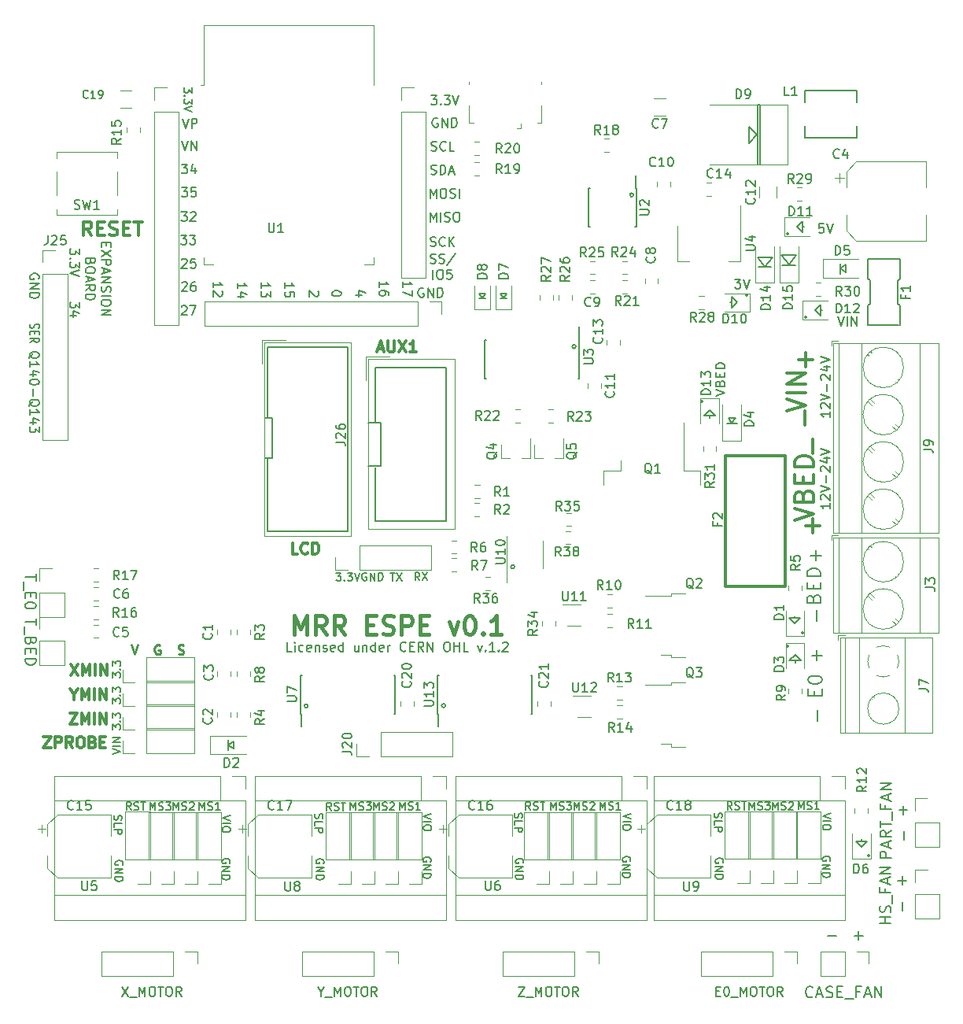
<source format=gto>
G04 #@! TF.GenerationSoftware,KiCad,Pcbnew,5.0.2-bee76a0~70~ubuntu18.04.1*
G04 #@! TF.CreationDate,2019-05-30T11:23:19+09:00*
G04 #@! TF.ProjectId,MRR_ESPE,4d52525f-4553-4504-952e-6b696361645f,v0.1*
G04 #@! TF.SameCoordinates,Original*
G04 #@! TF.FileFunction,Legend,Top*
G04 #@! TF.FilePolarity,Positive*
%FSLAX46Y46*%
G04 Gerber Fmt 4.6, Leading zero omitted, Abs format (unit mm)*
G04 Created by KiCad (PCBNEW 5.0.2-bee76a0~70~ubuntu18.04.1) date Thu 30 May 2019 11:23:19 AM JST*
%MOMM*%
%LPD*%
G01*
G04 APERTURE LIST*
%ADD10C,0.300000*%
%ADD11C,0.200000*%
%ADD12C,0.400000*%
%ADD13C,0.150000*%
%ADD14C,0.250000*%
%ADD15C,0.120000*%
G04 APERTURE END LIST*
D10*
X74863428Y-88012857D02*
X74292000Y-88012857D01*
X74292000Y-86812857D01*
X75949142Y-87898571D02*
X75892000Y-87955714D01*
X75720571Y-88012857D01*
X75606285Y-88012857D01*
X75434857Y-87955714D01*
X75320571Y-87841428D01*
X75263428Y-87727142D01*
X75206285Y-87498571D01*
X75206285Y-87327142D01*
X75263428Y-87098571D01*
X75320571Y-86984285D01*
X75434857Y-86870000D01*
X75606285Y-86812857D01*
X75720571Y-86812857D01*
X75892000Y-86870000D01*
X75949142Y-86927142D01*
X76463428Y-88012857D02*
X76463428Y-86812857D01*
X76749142Y-86812857D01*
X76920571Y-86870000D01*
X77034857Y-86984285D01*
X77092000Y-87098571D01*
X77149142Y-87327142D01*
X77149142Y-87498571D01*
X77092000Y-87727142D01*
X77034857Y-87841428D01*
X76920571Y-87955714D01*
X76749142Y-88012857D01*
X76463428Y-88012857D01*
X83492857Y-65970000D02*
X84064285Y-65970000D01*
X83378571Y-66312857D02*
X83778571Y-65112857D01*
X84178571Y-66312857D01*
X84578571Y-65112857D02*
X84578571Y-66084285D01*
X84635714Y-66198571D01*
X84692857Y-66255714D01*
X84807142Y-66312857D01*
X85035714Y-66312857D01*
X85150000Y-66255714D01*
X85207142Y-66198571D01*
X85264285Y-66084285D01*
X85264285Y-65112857D01*
X85721428Y-65112857D02*
X86521428Y-66312857D01*
X86521428Y-65112857D02*
X85721428Y-66312857D01*
X87607142Y-66312857D02*
X86921428Y-66312857D01*
X87264285Y-66312857D02*
X87264285Y-65112857D01*
X87150000Y-65284285D01*
X87035714Y-65398571D01*
X86921428Y-65455714D01*
D11*
X75960000Y-104350000D02*
G75*
G03X75960000Y-104350000I-200000J0D01*
G01*
X90760000Y-104330000D02*
G75*
G03X90760000Y-104330000I-200000J0D01*
G01*
X71628000Y-85598000D02*
X71628000Y-77724000D01*
X80264000Y-85598000D02*
X71628000Y-85598000D01*
X80264000Y-65786000D02*
X80264000Y-85598000D01*
X71628000Y-65786000D02*
X80264000Y-65786000D01*
X71628000Y-73406000D02*
X71628000Y-65786000D01*
X72136000Y-77724000D02*
X71374000Y-77724000D01*
X72136000Y-73406000D02*
X72136000Y-77724000D01*
X71374000Y-73406000D02*
X72136000Y-73406000D01*
X54261428Y-54515238D02*
X54261428Y-54848571D01*
X53737619Y-54991428D02*
X53737619Y-54515238D01*
X54737619Y-54515238D01*
X54737619Y-54991428D01*
X54737619Y-55324761D02*
X53737619Y-55991428D01*
X54737619Y-55991428D02*
X53737619Y-55324761D01*
X53737619Y-56372380D02*
X54737619Y-56372380D01*
X54737619Y-56753333D01*
X54690000Y-56848571D01*
X54642380Y-56896190D01*
X54547142Y-56943809D01*
X54404285Y-56943809D01*
X54309047Y-56896190D01*
X54261428Y-56848571D01*
X54213809Y-56753333D01*
X54213809Y-56372380D01*
X54023333Y-57324761D02*
X54023333Y-57800952D01*
X53737619Y-57229523D02*
X54737619Y-57562857D01*
X53737619Y-57896190D01*
X53737619Y-58229523D02*
X54737619Y-58229523D01*
X53737619Y-58800952D01*
X54737619Y-58800952D01*
X53785238Y-59229523D02*
X53737619Y-59372380D01*
X53737619Y-59610476D01*
X53785238Y-59705714D01*
X53832857Y-59753333D01*
X53928095Y-59800952D01*
X54023333Y-59800952D01*
X54118571Y-59753333D01*
X54166190Y-59705714D01*
X54213809Y-59610476D01*
X54261428Y-59420000D01*
X54309047Y-59324761D01*
X54356666Y-59277142D01*
X54451904Y-59229523D01*
X54547142Y-59229523D01*
X54642380Y-59277142D01*
X54690000Y-59324761D01*
X54737619Y-59420000D01*
X54737619Y-59658095D01*
X54690000Y-59800952D01*
X53737619Y-60229523D02*
X54737619Y-60229523D01*
X54737619Y-60896190D02*
X54737619Y-61086666D01*
X54690000Y-61181904D01*
X54594761Y-61277142D01*
X54404285Y-61324761D01*
X54070952Y-61324761D01*
X53880476Y-61277142D01*
X53785238Y-61181904D01*
X53737619Y-61086666D01*
X53737619Y-60896190D01*
X53785238Y-60800952D01*
X53880476Y-60705714D01*
X54070952Y-60658095D01*
X54404285Y-60658095D01*
X54594761Y-60705714D01*
X54690000Y-60800952D01*
X54737619Y-60896190D01*
X53737619Y-61753333D02*
X54737619Y-61753333D01*
X53737619Y-62324761D01*
X54737619Y-62324761D01*
X52561428Y-56539047D02*
X52513809Y-56681904D01*
X52466190Y-56729523D01*
X52370952Y-56777142D01*
X52228095Y-56777142D01*
X52132857Y-56729523D01*
X52085238Y-56681904D01*
X52037619Y-56586666D01*
X52037619Y-56205714D01*
X53037619Y-56205714D01*
X53037619Y-56539047D01*
X52990000Y-56634285D01*
X52942380Y-56681904D01*
X52847142Y-56729523D01*
X52751904Y-56729523D01*
X52656666Y-56681904D01*
X52609047Y-56634285D01*
X52561428Y-56539047D01*
X52561428Y-56205714D01*
X53037619Y-57396190D02*
X53037619Y-57586666D01*
X52990000Y-57681904D01*
X52894761Y-57777142D01*
X52704285Y-57824761D01*
X52370952Y-57824761D01*
X52180476Y-57777142D01*
X52085238Y-57681904D01*
X52037619Y-57586666D01*
X52037619Y-57396190D01*
X52085238Y-57300952D01*
X52180476Y-57205714D01*
X52370952Y-57158095D01*
X52704285Y-57158095D01*
X52894761Y-57205714D01*
X52990000Y-57300952D01*
X53037619Y-57396190D01*
X52323333Y-58205714D02*
X52323333Y-58681904D01*
X52037619Y-58110476D02*
X53037619Y-58443809D01*
X52037619Y-58777142D01*
X52037619Y-59681904D02*
X52513809Y-59348571D01*
X52037619Y-59110476D02*
X53037619Y-59110476D01*
X53037619Y-59491428D01*
X52990000Y-59586666D01*
X52942380Y-59634285D01*
X52847142Y-59681904D01*
X52704285Y-59681904D01*
X52609047Y-59634285D01*
X52561428Y-59586666D01*
X52513809Y-59491428D01*
X52513809Y-59110476D01*
X52037619Y-60110476D02*
X53037619Y-60110476D01*
X53037619Y-60348571D01*
X52990000Y-60491428D01*
X52894761Y-60586666D01*
X52799523Y-60634285D01*
X52609047Y-60681904D01*
X52466190Y-60681904D01*
X52275714Y-60634285D01*
X52180476Y-60586666D01*
X52085238Y-60491428D01*
X52037619Y-60348571D01*
X52037619Y-60110476D01*
X46077238Y-63271523D02*
X46029619Y-63385809D01*
X46029619Y-63576285D01*
X46077238Y-63652476D01*
X46124857Y-63690571D01*
X46220095Y-63728666D01*
X46315333Y-63728666D01*
X46410571Y-63690571D01*
X46458190Y-63652476D01*
X46505809Y-63576285D01*
X46553428Y-63423904D01*
X46601047Y-63347714D01*
X46648666Y-63309619D01*
X46743904Y-63271523D01*
X46839142Y-63271523D01*
X46934380Y-63309619D01*
X46982000Y-63347714D01*
X47029619Y-63423904D01*
X47029619Y-63614380D01*
X46982000Y-63728666D01*
X46553428Y-64071523D02*
X46553428Y-64338190D01*
X46029619Y-64452476D02*
X46029619Y-64071523D01*
X47029619Y-64071523D01*
X47029619Y-64452476D01*
X46029619Y-65252476D02*
X46505809Y-64985809D01*
X46029619Y-64795333D02*
X47029619Y-64795333D01*
X47029619Y-65100095D01*
X46982000Y-65176285D01*
X46934380Y-65214380D01*
X46839142Y-65252476D01*
X46696285Y-65252476D01*
X46601047Y-65214380D01*
X46553428Y-65176285D01*
X46505809Y-65100095D01*
X46505809Y-64795333D01*
X45934380Y-66992952D02*
X45982000Y-66897714D01*
X46077238Y-66802476D01*
X46220095Y-66659619D01*
X46267714Y-66564380D01*
X46267714Y-66469142D01*
X46029619Y-66516761D02*
X46077238Y-66421523D01*
X46172476Y-66326285D01*
X46362952Y-66278666D01*
X46696285Y-66278666D01*
X46886761Y-66326285D01*
X46982000Y-66421523D01*
X47029619Y-66516761D01*
X47029619Y-66707238D01*
X46982000Y-66802476D01*
X46886761Y-66897714D01*
X46696285Y-66945333D01*
X46362952Y-66945333D01*
X46172476Y-66897714D01*
X46077238Y-66802476D01*
X46029619Y-66707238D01*
X46029619Y-66516761D01*
X46029619Y-67897714D02*
X46029619Y-67326285D01*
X46029619Y-67612000D02*
X47029619Y-67612000D01*
X46886761Y-67516761D01*
X46791523Y-67421523D01*
X46743904Y-67326285D01*
X46696285Y-68754857D02*
X46029619Y-68754857D01*
X47077238Y-68516761D02*
X46362952Y-68278666D01*
X46362952Y-68897714D01*
X47029619Y-69469142D02*
X47029619Y-69564380D01*
X46982000Y-69659619D01*
X46934380Y-69707238D01*
X46839142Y-69754857D01*
X46648666Y-69802476D01*
X46410571Y-69802476D01*
X46220095Y-69754857D01*
X46124857Y-69707238D01*
X46077238Y-69659619D01*
X46029619Y-69564380D01*
X46029619Y-69469142D01*
X46077238Y-69373904D01*
X46124857Y-69326285D01*
X46220095Y-69278666D01*
X46410571Y-69231047D01*
X46648666Y-69231047D01*
X46839142Y-69278666D01*
X46934380Y-69326285D01*
X46982000Y-69373904D01*
X47029619Y-69469142D01*
X46410571Y-70231047D02*
X46410571Y-70992952D01*
X45934380Y-72135809D02*
X45982000Y-72040571D01*
X46077238Y-71945333D01*
X46220095Y-71802476D01*
X46267714Y-71707238D01*
X46267714Y-71612000D01*
X46029619Y-71659619D02*
X46077238Y-71564380D01*
X46172476Y-71469142D01*
X46362952Y-71421523D01*
X46696285Y-71421523D01*
X46886761Y-71469142D01*
X46982000Y-71564380D01*
X47029619Y-71659619D01*
X47029619Y-71850095D01*
X46982000Y-71945333D01*
X46886761Y-72040571D01*
X46696285Y-72088190D01*
X46362952Y-72088190D01*
X46172476Y-72040571D01*
X46077238Y-71945333D01*
X46029619Y-71850095D01*
X46029619Y-71659619D01*
X46029619Y-73040571D02*
X46029619Y-72469142D01*
X46029619Y-72754857D02*
X47029619Y-72754857D01*
X46886761Y-72659619D01*
X46791523Y-72564380D01*
X46743904Y-72469142D01*
X46696285Y-73897714D02*
X46029619Y-73897714D01*
X47077238Y-73659619D02*
X46362952Y-73421523D01*
X46362952Y-74040571D01*
X47029619Y-74326285D02*
X47029619Y-74945333D01*
X46648666Y-74612000D01*
X46648666Y-74754857D01*
X46601047Y-74850095D01*
X46553428Y-74897714D01*
X46458190Y-74945333D01*
X46220095Y-74945333D01*
X46124857Y-74897714D01*
X46077238Y-74850095D01*
X46029619Y-74754857D01*
X46029619Y-74469142D01*
X46077238Y-74373904D01*
X46124857Y-74326285D01*
X51347619Y-60912476D02*
X51347619Y-61531523D01*
X50966666Y-61198190D01*
X50966666Y-61341047D01*
X50919047Y-61436285D01*
X50871428Y-61483904D01*
X50776190Y-61531523D01*
X50538095Y-61531523D01*
X50442857Y-61483904D01*
X50395238Y-61436285D01*
X50347619Y-61341047D01*
X50347619Y-61055333D01*
X50395238Y-60960095D01*
X50442857Y-60912476D01*
X51014285Y-62388666D02*
X50347619Y-62388666D01*
X51395238Y-62150571D02*
X50680952Y-61912476D01*
X50680952Y-62531523D01*
X46982000Y-58420095D02*
X47029619Y-58324857D01*
X47029619Y-58182000D01*
X46982000Y-58039142D01*
X46886761Y-57943904D01*
X46791523Y-57896285D01*
X46601047Y-57848666D01*
X46458190Y-57848666D01*
X46267714Y-57896285D01*
X46172476Y-57943904D01*
X46077238Y-58039142D01*
X46029619Y-58182000D01*
X46029619Y-58277238D01*
X46077238Y-58420095D01*
X46124857Y-58467714D01*
X46458190Y-58467714D01*
X46458190Y-58277238D01*
X46029619Y-58896285D02*
X47029619Y-58896285D01*
X46029619Y-59467714D01*
X47029619Y-59467714D01*
X46029619Y-59943904D02*
X47029619Y-59943904D01*
X47029619Y-60182000D01*
X46982000Y-60324857D01*
X46886761Y-60420095D01*
X46791523Y-60467714D01*
X46601047Y-60515333D01*
X46458190Y-60515333D01*
X46267714Y-60467714D01*
X46172476Y-60420095D01*
X46077238Y-60324857D01*
X46029619Y-60182000D01*
X46029619Y-59943904D01*
X51347619Y-55165809D02*
X51347619Y-55784857D01*
X50966666Y-55451523D01*
X50966666Y-55594380D01*
X50919047Y-55689619D01*
X50871428Y-55737238D01*
X50776190Y-55784857D01*
X50538095Y-55784857D01*
X50442857Y-55737238D01*
X50395238Y-55689619D01*
X50347619Y-55594380D01*
X50347619Y-55308666D01*
X50395238Y-55213428D01*
X50442857Y-55165809D01*
X50442857Y-56213428D02*
X50395238Y-56261047D01*
X50347619Y-56213428D01*
X50395238Y-56165809D01*
X50442857Y-56213428D01*
X50347619Y-56213428D01*
X51347619Y-56594380D02*
X51347619Y-57213428D01*
X50966666Y-56880095D01*
X50966666Y-57022952D01*
X50919047Y-57118190D01*
X50871428Y-57165809D01*
X50776190Y-57213428D01*
X50538095Y-57213428D01*
X50442857Y-57165809D01*
X50395238Y-57118190D01*
X50347619Y-57022952D01*
X50347619Y-56737238D01*
X50395238Y-56642000D01*
X50442857Y-56594380D01*
X51347619Y-57499142D02*
X50347619Y-57832476D01*
X51347619Y-58165809D01*
D12*
X74502761Y-96662761D02*
X74502761Y-94662761D01*
X75169428Y-96091333D01*
X75836095Y-94662761D01*
X75836095Y-96662761D01*
X77931333Y-96662761D02*
X77264666Y-95710380D01*
X76788476Y-96662761D02*
X76788476Y-94662761D01*
X77550380Y-94662761D01*
X77740857Y-94758000D01*
X77836095Y-94853238D01*
X77931333Y-95043714D01*
X77931333Y-95329428D01*
X77836095Y-95519904D01*
X77740857Y-95615142D01*
X77550380Y-95710380D01*
X76788476Y-95710380D01*
X79931333Y-96662761D02*
X79264666Y-95710380D01*
X78788476Y-96662761D02*
X78788476Y-94662761D01*
X79550380Y-94662761D01*
X79740857Y-94758000D01*
X79836095Y-94853238D01*
X79931333Y-95043714D01*
X79931333Y-95329428D01*
X79836095Y-95519904D01*
X79740857Y-95615142D01*
X79550380Y-95710380D01*
X78788476Y-95710380D01*
X82312285Y-95615142D02*
X82978952Y-95615142D01*
X83264666Y-96662761D02*
X82312285Y-96662761D01*
X82312285Y-94662761D01*
X83264666Y-94662761D01*
X84026571Y-96567523D02*
X84312285Y-96662761D01*
X84788476Y-96662761D01*
X84978952Y-96567523D01*
X85074190Y-96472285D01*
X85169428Y-96281809D01*
X85169428Y-96091333D01*
X85074190Y-95900857D01*
X84978952Y-95805619D01*
X84788476Y-95710380D01*
X84407523Y-95615142D01*
X84217047Y-95519904D01*
X84121809Y-95424666D01*
X84026571Y-95234190D01*
X84026571Y-95043714D01*
X84121809Y-94853238D01*
X84217047Y-94758000D01*
X84407523Y-94662761D01*
X84883714Y-94662761D01*
X85169428Y-94758000D01*
X86026571Y-96662761D02*
X86026571Y-94662761D01*
X86788476Y-94662761D01*
X86978952Y-94758000D01*
X87074190Y-94853238D01*
X87169428Y-95043714D01*
X87169428Y-95329428D01*
X87074190Y-95519904D01*
X86978952Y-95615142D01*
X86788476Y-95710380D01*
X86026571Y-95710380D01*
X88026571Y-95615142D02*
X88693238Y-95615142D01*
X88978952Y-96662761D02*
X88026571Y-96662761D01*
X88026571Y-94662761D01*
X88978952Y-94662761D01*
X91169428Y-95329428D02*
X91645619Y-96662761D01*
X92121809Y-95329428D01*
X93264666Y-94662761D02*
X93455142Y-94662761D01*
X93645619Y-94758000D01*
X93740857Y-94853238D01*
X93836095Y-95043714D01*
X93931333Y-95424666D01*
X93931333Y-95900857D01*
X93836095Y-96281809D01*
X93740857Y-96472285D01*
X93645619Y-96567523D01*
X93455142Y-96662761D01*
X93264666Y-96662761D01*
X93074190Y-96567523D01*
X92978952Y-96472285D01*
X92883714Y-96281809D01*
X92788476Y-95900857D01*
X92788476Y-95424666D01*
X92883714Y-95043714D01*
X92978952Y-94853238D01*
X93074190Y-94758000D01*
X93264666Y-94662761D01*
X94788476Y-96472285D02*
X94883714Y-96567523D01*
X94788476Y-96662761D01*
X94693238Y-96567523D01*
X94788476Y-96472285D01*
X94788476Y-96662761D01*
X96788476Y-96662761D02*
X95645619Y-96662761D01*
X96217047Y-96662761D02*
X96217047Y-94662761D01*
X96026571Y-94948476D01*
X95836095Y-95138952D01*
X95645619Y-95234190D01*
D11*
X74217047Y-98496380D02*
X73740857Y-98496380D01*
X73740857Y-97496380D01*
X74550380Y-98496380D02*
X74550380Y-97829714D01*
X74550380Y-97496380D02*
X74502761Y-97544000D01*
X74550380Y-97591619D01*
X74598000Y-97544000D01*
X74550380Y-97496380D01*
X74550380Y-97591619D01*
X75455142Y-98448761D02*
X75359904Y-98496380D01*
X75169428Y-98496380D01*
X75074190Y-98448761D01*
X75026571Y-98401142D01*
X74978952Y-98305904D01*
X74978952Y-98020190D01*
X75026571Y-97924952D01*
X75074190Y-97877333D01*
X75169428Y-97829714D01*
X75359904Y-97829714D01*
X75455142Y-97877333D01*
X76264666Y-98448761D02*
X76169428Y-98496380D01*
X75978952Y-98496380D01*
X75883714Y-98448761D01*
X75836095Y-98353523D01*
X75836095Y-97972571D01*
X75883714Y-97877333D01*
X75978952Y-97829714D01*
X76169428Y-97829714D01*
X76264666Y-97877333D01*
X76312285Y-97972571D01*
X76312285Y-98067809D01*
X75836095Y-98163047D01*
X76740857Y-97829714D02*
X76740857Y-98496380D01*
X76740857Y-97924952D02*
X76788476Y-97877333D01*
X76883714Y-97829714D01*
X77026571Y-97829714D01*
X77121809Y-97877333D01*
X77169428Y-97972571D01*
X77169428Y-98496380D01*
X77598000Y-98448761D02*
X77693238Y-98496380D01*
X77883714Y-98496380D01*
X77978952Y-98448761D01*
X78026571Y-98353523D01*
X78026571Y-98305904D01*
X77978952Y-98210666D01*
X77883714Y-98163047D01*
X77740857Y-98163047D01*
X77645619Y-98115428D01*
X77598000Y-98020190D01*
X77598000Y-97972571D01*
X77645619Y-97877333D01*
X77740857Y-97829714D01*
X77883714Y-97829714D01*
X77978952Y-97877333D01*
X78836095Y-98448761D02*
X78740857Y-98496380D01*
X78550380Y-98496380D01*
X78455142Y-98448761D01*
X78407523Y-98353523D01*
X78407523Y-97972571D01*
X78455142Y-97877333D01*
X78550380Y-97829714D01*
X78740857Y-97829714D01*
X78836095Y-97877333D01*
X78883714Y-97972571D01*
X78883714Y-98067809D01*
X78407523Y-98163047D01*
X79740857Y-98496380D02*
X79740857Y-97496380D01*
X79740857Y-98448761D02*
X79645619Y-98496380D01*
X79455142Y-98496380D01*
X79359904Y-98448761D01*
X79312285Y-98401142D01*
X79264666Y-98305904D01*
X79264666Y-98020190D01*
X79312285Y-97924952D01*
X79359904Y-97877333D01*
X79455142Y-97829714D01*
X79645619Y-97829714D01*
X79740857Y-97877333D01*
X81407523Y-97829714D02*
X81407523Y-98496380D01*
X80978952Y-97829714D02*
X80978952Y-98353523D01*
X81026571Y-98448761D01*
X81121809Y-98496380D01*
X81264666Y-98496380D01*
X81359904Y-98448761D01*
X81407523Y-98401142D01*
X81883714Y-97829714D02*
X81883714Y-98496380D01*
X81883714Y-97924952D02*
X81931333Y-97877333D01*
X82026571Y-97829714D01*
X82169428Y-97829714D01*
X82264666Y-97877333D01*
X82312285Y-97972571D01*
X82312285Y-98496380D01*
X83217047Y-98496380D02*
X83217047Y-97496380D01*
X83217047Y-98448761D02*
X83121809Y-98496380D01*
X82931333Y-98496380D01*
X82836095Y-98448761D01*
X82788476Y-98401142D01*
X82740857Y-98305904D01*
X82740857Y-98020190D01*
X82788476Y-97924952D01*
X82836095Y-97877333D01*
X82931333Y-97829714D01*
X83121809Y-97829714D01*
X83217047Y-97877333D01*
X84074190Y-98448761D02*
X83978952Y-98496380D01*
X83788476Y-98496380D01*
X83693238Y-98448761D01*
X83645619Y-98353523D01*
X83645619Y-97972571D01*
X83693238Y-97877333D01*
X83788476Y-97829714D01*
X83978952Y-97829714D01*
X84074190Y-97877333D01*
X84121809Y-97972571D01*
X84121809Y-98067809D01*
X83645619Y-98163047D01*
X84550380Y-98496380D02*
X84550380Y-97829714D01*
X84550380Y-98020190D02*
X84598000Y-97924952D01*
X84645619Y-97877333D01*
X84740857Y-97829714D01*
X84836095Y-97829714D01*
X86502761Y-98401142D02*
X86455142Y-98448761D01*
X86312285Y-98496380D01*
X86217047Y-98496380D01*
X86074190Y-98448761D01*
X85978952Y-98353523D01*
X85931333Y-98258285D01*
X85883714Y-98067809D01*
X85883714Y-97924952D01*
X85931333Y-97734476D01*
X85978952Y-97639238D01*
X86074190Y-97544000D01*
X86217047Y-97496380D01*
X86312285Y-97496380D01*
X86455142Y-97544000D01*
X86502761Y-97591619D01*
X86931333Y-97972571D02*
X87264666Y-97972571D01*
X87407523Y-98496380D02*
X86931333Y-98496380D01*
X86931333Y-97496380D01*
X87407523Y-97496380D01*
X88407523Y-98496380D02*
X88074190Y-98020190D01*
X87836095Y-98496380D02*
X87836095Y-97496380D01*
X88217047Y-97496380D01*
X88312285Y-97544000D01*
X88359904Y-97591619D01*
X88407523Y-97686857D01*
X88407523Y-97829714D01*
X88359904Y-97924952D01*
X88312285Y-97972571D01*
X88217047Y-98020190D01*
X87836095Y-98020190D01*
X88836095Y-98496380D02*
X88836095Y-97496380D01*
X89407523Y-98496380D01*
X89407523Y-97496380D01*
X90836095Y-97496380D02*
X91026571Y-97496380D01*
X91121809Y-97544000D01*
X91217047Y-97639238D01*
X91264666Y-97829714D01*
X91264666Y-98163047D01*
X91217047Y-98353523D01*
X91121809Y-98448761D01*
X91026571Y-98496380D01*
X90836095Y-98496380D01*
X90740857Y-98448761D01*
X90645619Y-98353523D01*
X90598000Y-98163047D01*
X90598000Y-97829714D01*
X90645619Y-97639238D01*
X90740857Y-97544000D01*
X90836095Y-97496380D01*
X91693238Y-98496380D02*
X91693238Y-97496380D01*
X91693238Y-97972571D02*
X92264666Y-97972571D01*
X92264666Y-98496380D02*
X92264666Y-97496380D01*
X93217047Y-98496380D02*
X92740857Y-98496380D01*
X92740857Y-97496380D01*
X94217047Y-97829714D02*
X94455142Y-98496380D01*
X94693238Y-97829714D01*
X95074190Y-98401142D02*
X95121809Y-98448761D01*
X95074190Y-98496380D01*
X95026571Y-98448761D01*
X95074190Y-98401142D01*
X95074190Y-98496380D01*
X96074190Y-98496380D02*
X95502761Y-98496380D01*
X95788476Y-98496380D02*
X95788476Y-97496380D01*
X95693238Y-97639238D01*
X95598000Y-97734476D01*
X95502761Y-97782095D01*
X96502761Y-98401142D02*
X96550380Y-98448761D01*
X96502761Y-98496380D01*
X96455142Y-98448761D01*
X96502761Y-98401142D01*
X96502761Y-98496380D01*
X96931333Y-97591619D02*
X96978952Y-97544000D01*
X97074190Y-97496380D01*
X97312285Y-97496380D01*
X97407523Y-97544000D01*
X97455142Y-97591619D01*
X97502761Y-97686857D01*
X97502761Y-97782095D01*
X97455142Y-97924952D01*
X96883714Y-98496380D01*
X97502761Y-98496380D01*
X120605000Y-121232380D02*
X120645476Y-121151428D01*
X120645476Y-121030000D01*
X120605000Y-120908571D01*
X120524047Y-120827619D01*
X120443095Y-120787142D01*
X120281190Y-120746666D01*
X120159761Y-120746666D01*
X119997857Y-120787142D01*
X119916904Y-120827619D01*
X119835952Y-120908571D01*
X119795476Y-121030000D01*
X119795476Y-121110952D01*
X119835952Y-121232380D01*
X119876428Y-121272857D01*
X120159761Y-121272857D01*
X120159761Y-121110952D01*
X119795476Y-121637142D02*
X120645476Y-121637142D01*
X119795476Y-122122857D01*
X120645476Y-122122857D01*
X119795476Y-122527619D02*
X120645476Y-122527619D01*
X120645476Y-122730000D01*
X120605000Y-122851428D01*
X120524047Y-122932380D01*
X120443095Y-122972857D01*
X120281190Y-123013333D01*
X120159761Y-123013333D01*
X119997857Y-122972857D01*
X119916904Y-122932380D01*
X119835952Y-122851428D01*
X119795476Y-122730000D01*
X119795476Y-122527619D01*
X119725952Y-115888095D02*
X119685476Y-116009523D01*
X119685476Y-116211904D01*
X119725952Y-116292857D01*
X119766428Y-116333333D01*
X119847380Y-116373809D01*
X119928333Y-116373809D01*
X120009285Y-116333333D01*
X120049761Y-116292857D01*
X120090238Y-116211904D01*
X120130714Y-116050000D01*
X120171190Y-115969047D01*
X120211666Y-115928571D01*
X120292619Y-115888095D01*
X120373571Y-115888095D01*
X120454523Y-115928571D01*
X120495000Y-115969047D01*
X120535476Y-116050000D01*
X120535476Y-116252380D01*
X120495000Y-116373809D01*
X119685476Y-117142857D02*
X119685476Y-116738095D01*
X120535476Y-116738095D01*
X119685476Y-117426190D02*
X120535476Y-117426190D01*
X120535476Y-117750000D01*
X120495000Y-117830952D01*
X120454523Y-117871428D01*
X120373571Y-117911904D01*
X120252142Y-117911904D01*
X120171190Y-117871428D01*
X120130714Y-117830952D01*
X120090238Y-117750000D01*
X120090238Y-117426190D01*
X132205476Y-115909047D02*
X131355476Y-116192380D01*
X132205476Y-116475714D01*
X131355476Y-116759047D02*
X132205476Y-116759047D01*
X132205476Y-117325714D02*
X132205476Y-117487619D01*
X132165000Y-117568571D01*
X132084047Y-117649523D01*
X131922142Y-117690000D01*
X131638809Y-117690000D01*
X131476904Y-117649523D01*
X131395952Y-117568571D01*
X131355476Y-117487619D01*
X131355476Y-117325714D01*
X131395952Y-117244761D01*
X131476904Y-117163809D01*
X131638809Y-117123333D01*
X131922142Y-117123333D01*
X132084047Y-117163809D01*
X132165000Y-117244761D01*
X132205476Y-117325714D01*
X132135000Y-121032380D02*
X132175476Y-120951428D01*
X132175476Y-120830000D01*
X132135000Y-120708571D01*
X132054047Y-120627619D01*
X131973095Y-120587142D01*
X131811190Y-120546666D01*
X131689761Y-120546666D01*
X131527857Y-120587142D01*
X131446904Y-120627619D01*
X131365952Y-120708571D01*
X131325476Y-120830000D01*
X131325476Y-120910952D01*
X131365952Y-121032380D01*
X131406428Y-121072857D01*
X131689761Y-121072857D01*
X131689761Y-120910952D01*
X131325476Y-121437142D02*
X132175476Y-121437142D01*
X131325476Y-121922857D01*
X132175476Y-121922857D01*
X131325476Y-122327619D02*
X132175476Y-122327619D01*
X132175476Y-122530000D01*
X132135000Y-122651428D01*
X132054047Y-122732380D01*
X131973095Y-122772857D01*
X131811190Y-122813333D01*
X131689761Y-122813333D01*
X131527857Y-122772857D01*
X131446904Y-122732380D01*
X131365952Y-122651428D01*
X131325476Y-122530000D01*
X131325476Y-122327619D01*
X99105000Y-121262380D02*
X99145476Y-121181428D01*
X99145476Y-121060000D01*
X99105000Y-120938571D01*
X99024047Y-120857619D01*
X98943095Y-120817142D01*
X98781190Y-120776666D01*
X98659761Y-120776666D01*
X98497857Y-120817142D01*
X98416904Y-120857619D01*
X98335952Y-120938571D01*
X98295476Y-121060000D01*
X98295476Y-121140952D01*
X98335952Y-121262380D01*
X98376428Y-121302857D01*
X98659761Y-121302857D01*
X98659761Y-121140952D01*
X98295476Y-121667142D02*
X99145476Y-121667142D01*
X98295476Y-122152857D01*
X99145476Y-122152857D01*
X98295476Y-122557619D02*
X99145476Y-122557619D01*
X99145476Y-122760000D01*
X99105000Y-122881428D01*
X99024047Y-122962380D01*
X98943095Y-123002857D01*
X98781190Y-123043333D01*
X98659761Y-123043333D01*
X98497857Y-123002857D01*
X98416904Y-122962380D01*
X98335952Y-122881428D01*
X98295476Y-122760000D01*
X98295476Y-122557619D01*
X98225952Y-115918095D02*
X98185476Y-116039523D01*
X98185476Y-116241904D01*
X98225952Y-116322857D01*
X98266428Y-116363333D01*
X98347380Y-116403809D01*
X98428333Y-116403809D01*
X98509285Y-116363333D01*
X98549761Y-116322857D01*
X98590238Y-116241904D01*
X98630714Y-116080000D01*
X98671190Y-115999047D01*
X98711666Y-115958571D01*
X98792619Y-115918095D01*
X98873571Y-115918095D01*
X98954523Y-115958571D01*
X98995000Y-115999047D01*
X99035476Y-116080000D01*
X99035476Y-116282380D01*
X98995000Y-116403809D01*
X98185476Y-117172857D02*
X98185476Y-116768095D01*
X99035476Y-116768095D01*
X98185476Y-117456190D02*
X99035476Y-117456190D01*
X99035476Y-117780000D01*
X98995000Y-117860952D01*
X98954523Y-117901428D01*
X98873571Y-117941904D01*
X98752142Y-117941904D01*
X98671190Y-117901428D01*
X98630714Y-117860952D01*
X98590238Y-117780000D01*
X98590238Y-117456190D01*
X110705476Y-115939047D02*
X109855476Y-116222380D01*
X110705476Y-116505714D01*
X109855476Y-116789047D02*
X110705476Y-116789047D01*
X110705476Y-117355714D02*
X110705476Y-117517619D01*
X110665000Y-117598571D01*
X110584047Y-117679523D01*
X110422142Y-117720000D01*
X110138809Y-117720000D01*
X109976904Y-117679523D01*
X109895952Y-117598571D01*
X109855476Y-117517619D01*
X109855476Y-117355714D01*
X109895952Y-117274761D01*
X109976904Y-117193809D01*
X110138809Y-117153333D01*
X110422142Y-117153333D01*
X110584047Y-117193809D01*
X110665000Y-117274761D01*
X110705476Y-117355714D01*
X110635000Y-121062380D02*
X110675476Y-120981428D01*
X110675476Y-120860000D01*
X110635000Y-120738571D01*
X110554047Y-120657619D01*
X110473095Y-120617142D01*
X110311190Y-120576666D01*
X110189761Y-120576666D01*
X110027857Y-120617142D01*
X109946904Y-120657619D01*
X109865952Y-120738571D01*
X109825476Y-120860000D01*
X109825476Y-120940952D01*
X109865952Y-121062380D01*
X109906428Y-121102857D01*
X110189761Y-121102857D01*
X110189761Y-120940952D01*
X109825476Y-121467142D02*
X110675476Y-121467142D01*
X109825476Y-121952857D01*
X110675476Y-121952857D01*
X109825476Y-122357619D02*
X110675476Y-122357619D01*
X110675476Y-122560000D01*
X110635000Y-122681428D01*
X110554047Y-122762380D01*
X110473095Y-122802857D01*
X110311190Y-122843333D01*
X110189761Y-122843333D01*
X110027857Y-122802857D01*
X109946904Y-122762380D01*
X109865952Y-122681428D01*
X109825476Y-122560000D01*
X109825476Y-122357619D01*
X77645000Y-121302380D02*
X77685476Y-121221428D01*
X77685476Y-121100000D01*
X77645000Y-120978571D01*
X77564047Y-120897619D01*
X77483095Y-120857142D01*
X77321190Y-120816666D01*
X77199761Y-120816666D01*
X77037857Y-120857142D01*
X76956904Y-120897619D01*
X76875952Y-120978571D01*
X76835476Y-121100000D01*
X76835476Y-121180952D01*
X76875952Y-121302380D01*
X76916428Y-121342857D01*
X77199761Y-121342857D01*
X77199761Y-121180952D01*
X76835476Y-121707142D02*
X77685476Y-121707142D01*
X76835476Y-122192857D01*
X77685476Y-122192857D01*
X76835476Y-122597619D02*
X77685476Y-122597619D01*
X77685476Y-122800000D01*
X77645000Y-122921428D01*
X77564047Y-123002380D01*
X77483095Y-123042857D01*
X77321190Y-123083333D01*
X77199761Y-123083333D01*
X77037857Y-123042857D01*
X76956904Y-123002380D01*
X76875952Y-122921428D01*
X76835476Y-122800000D01*
X76835476Y-122597619D01*
X76765952Y-115958095D02*
X76725476Y-116079523D01*
X76725476Y-116281904D01*
X76765952Y-116362857D01*
X76806428Y-116403333D01*
X76887380Y-116443809D01*
X76968333Y-116443809D01*
X77049285Y-116403333D01*
X77089761Y-116362857D01*
X77130238Y-116281904D01*
X77170714Y-116120000D01*
X77211190Y-116039047D01*
X77251666Y-115998571D01*
X77332619Y-115958095D01*
X77413571Y-115958095D01*
X77494523Y-115998571D01*
X77535000Y-116039047D01*
X77575476Y-116120000D01*
X77575476Y-116322380D01*
X77535000Y-116443809D01*
X76725476Y-117212857D02*
X76725476Y-116808095D01*
X77575476Y-116808095D01*
X76725476Y-117496190D02*
X77575476Y-117496190D01*
X77575476Y-117820000D01*
X77535000Y-117900952D01*
X77494523Y-117941428D01*
X77413571Y-117981904D01*
X77292142Y-117981904D01*
X77211190Y-117941428D01*
X77170714Y-117900952D01*
X77130238Y-117820000D01*
X77130238Y-117496190D01*
X89245476Y-115979047D02*
X88395476Y-116262380D01*
X89245476Y-116545714D01*
X88395476Y-116829047D02*
X89245476Y-116829047D01*
X89245476Y-117395714D02*
X89245476Y-117557619D01*
X89205000Y-117638571D01*
X89124047Y-117719523D01*
X88962142Y-117760000D01*
X88678809Y-117760000D01*
X88516904Y-117719523D01*
X88435952Y-117638571D01*
X88395476Y-117557619D01*
X88395476Y-117395714D01*
X88435952Y-117314761D01*
X88516904Y-117233809D01*
X88678809Y-117193333D01*
X88962142Y-117193333D01*
X89124047Y-117233809D01*
X89205000Y-117314761D01*
X89245476Y-117395714D01*
X89175000Y-121102380D02*
X89215476Y-121021428D01*
X89215476Y-120900000D01*
X89175000Y-120778571D01*
X89094047Y-120697619D01*
X89013095Y-120657142D01*
X88851190Y-120616666D01*
X88729761Y-120616666D01*
X88567857Y-120657142D01*
X88486904Y-120697619D01*
X88405952Y-120778571D01*
X88365476Y-120900000D01*
X88365476Y-120980952D01*
X88405952Y-121102380D01*
X88446428Y-121142857D01*
X88729761Y-121142857D01*
X88729761Y-120980952D01*
X88365476Y-121507142D02*
X89215476Y-121507142D01*
X88365476Y-121992857D01*
X89215476Y-121992857D01*
X88365476Y-122397619D02*
X89215476Y-122397619D01*
X89215476Y-122600000D01*
X89175000Y-122721428D01*
X89094047Y-122802380D01*
X89013095Y-122842857D01*
X88851190Y-122883333D01*
X88729761Y-122883333D01*
X88567857Y-122842857D01*
X88486904Y-122802380D01*
X88405952Y-122721428D01*
X88365476Y-122600000D01*
X88365476Y-122397619D01*
X56005000Y-121472380D02*
X56045476Y-121391428D01*
X56045476Y-121270000D01*
X56005000Y-121148571D01*
X55924047Y-121067619D01*
X55843095Y-121027142D01*
X55681190Y-120986666D01*
X55559761Y-120986666D01*
X55397857Y-121027142D01*
X55316904Y-121067619D01*
X55235952Y-121148571D01*
X55195476Y-121270000D01*
X55195476Y-121350952D01*
X55235952Y-121472380D01*
X55276428Y-121512857D01*
X55559761Y-121512857D01*
X55559761Y-121350952D01*
X55195476Y-121877142D02*
X56045476Y-121877142D01*
X55195476Y-122362857D01*
X56045476Y-122362857D01*
X55195476Y-122767619D02*
X56045476Y-122767619D01*
X56045476Y-122970000D01*
X56005000Y-123091428D01*
X55924047Y-123172380D01*
X55843095Y-123212857D01*
X55681190Y-123253333D01*
X55559761Y-123253333D01*
X55397857Y-123212857D01*
X55316904Y-123172380D01*
X55235952Y-123091428D01*
X55195476Y-122970000D01*
X55195476Y-122767619D01*
X55125952Y-116128095D02*
X55085476Y-116249523D01*
X55085476Y-116451904D01*
X55125952Y-116532857D01*
X55166428Y-116573333D01*
X55247380Y-116613809D01*
X55328333Y-116613809D01*
X55409285Y-116573333D01*
X55449761Y-116532857D01*
X55490238Y-116451904D01*
X55530714Y-116290000D01*
X55571190Y-116209047D01*
X55611666Y-116168571D01*
X55692619Y-116128095D01*
X55773571Y-116128095D01*
X55854523Y-116168571D01*
X55895000Y-116209047D01*
X55935476Y-116290000D01*
X55935476Y-116492380D01*
X55895000Y-116613809D01*
X55085476Y-117382857D02*
X55085476Y-116978095D01*
X55935476Y-116978095D01*
X55085476Y-117666190D02*
X55935476Y-117666190D01*
X55935476Y-117990000D01*
X55895000Y-118070952D01*
X55854523Y-118111428D01*
X55773571Y-118151904D01*
X55652142Y-118151904D01*
X55571190Y-118111428D01*
X55530714Y-118070952D01*
X55490238Y-117990000D01*
X55490238Y-117666190D01*
X67535000Y-121272380D02*
X67575476Y-121191428D01*
X67575476Y-121070000D01*
X67535000Y-120948571D01*
X67454047Y-120867619D01*
X67373095Y-120827142D01*
X67211190Y-120786666D01*
X67089761Y-120786666D01*
X66927857Y-120827142D01*
X66846904Y-120867619D01*
X66765952Y-120948571D01*
X66725476Y-121070000D01*
X66725476Y-121150952D01*
X66765952Y-121272380D01*
X66806428Y-121312857D01*
X67089761Y-121312857D01*
X67089761Y-121150952D01*
X66725476Y-121677142D02*
X67575476Y-121677142D01*
X66725476Y-122162857D01*
X67575476Y-122162857D01*
X66725476Y-122567619D02*
X67575476Y-122567619D01*
X67575476Y-122770000D01*
X67535000Y-122891428D01*
X67454047Y-122972380D01*
X67373095Y-123012857D01*
X67211190Y-123053333D01*
X67089761Y-123053333D01*
X66927857Y-123012857D01*
X66846904Y-122972380D01*
X66765952Y-122891428D01*
X66725476Y-122770000D01*
X66725476Y-122567619D01*
X67605476Y-116149047D02*
X66755476Y-116432380D01*
X67605476Y-116715714D01*
X66755476Y-116999047D02*
X67605476Y-116999047D01*
X67605476Y-117565714D02*
X67605476Y-117727619D01*
X67565000Y-117808571D01*
X67484047Y-117889523D01*
X67322142Y-117930000D01*
X67038809Y-117930000D01*
X66876904Y-117889523D01*
X66795952Y-117808571D01*
X66755476Y-117727619D01*
X66755476Y-117565714D01*
X66795952Y-117484761D01*
X66876904Y-117403809D01*
X67038809Y-117363333D01*
X67322142Y-117363333D01*
X67484047Y-117403809D01*
X67565000Y-117484761D01*
X67605476Y-117565714D01*
X126984203Y-56940198D02*
X128434203Y-56940198D01*
X124434022Y-57143710D02*
X125784022Y-57143710D01*
X127734203Y-56890198D02*
X126884203Y-55890198D01*
X128534203Y-55890198D02*
X127734203Y-56890198D01*
X126934203Y-55890198D02*
X128534203Y-55890198D01*
X125134022Y-57093710D02*
X124334022Y-56093710D01*
X125934022Y-56093710D02*
X125134022Y-57093710D01*
X124334022Y-56093710D02*
X125934022Y-56093710D01*
D13*
X54934523Y-109530952D02*
X55784523Y-109247619D01*
X54934523Y-108964285D01*
X55784523Y-108680952D02*
X54934523Y-108680952D01*
X55784523Y-108276190D02*
X54934523Y-108276190D01*
X55784523Y-107790476D01*
X54934523Y-107790476D01*
X54934523Y-106890476D02*
X54934523Y-106364285D01*
X55258333Y-106647619D01*
X55258333Y-106526190D01*
X55298809Y-106445238D01*
X55339285Y-106404761D01*
X55420238Y-106364285D01*
X55622619Y-106364285D01*
X55703571Y-106404761D01*
X55744047Y-106445238D01*
X55784523Y-106526190D01*
X55784523Y-106769047D01*
X55744047Y-106850000D01*
X55703571Y-106890476D01*
X55703571Y-106000000D02*
X55744047Y-105959523D01*
X55784523Y-106000000D01*
X55744047Y-106040476D01*
X55703571Y-106000000D01*
X55784523Y-106000000D01*
X54934523Y-105676190D02*
X54934523Y-105150000D01*
X55258333Y-105433333D01*
X55258333Y-105311904D01*
X55298809Y-105230952D01*
X55339285Y-105190476D01*
X55420238Y-105150000D01*
X55622619Y-105150000D01*
X55703571Y-105190476D01*
X55744047Y-105230952D01*
X55784523Y-105311904D01*
X55784523Y-105554761D01*
X55744047Y-105635714D01*
X55703571Y-105676190D01*
X54934523Y-104090476D02*
X54934523Y-103564285D01*
X55258333Y-103847619D01*
X55258333Y-103726190D01*
X55298809Y-103645238D01*
X55339285Y-103604761D01*
X55420238Y-103564285D01*
X55622619Y-103564285D01*
X55703571Y-103604761D01*
X55744047Y-103645238D01*
X55784523Y-103726190D01*
X55784523Y-103969047D01*
X55744047Y-104050000D01*
X55703571Y-104090476D01*
X55703571Y-103200000D02*
X55744047Y-103159523D01*
X55784523Y-103200000D01*
X55744047Y-103240476D01*
X55703571Y-103200000D01*
X55784523Y-103200000D01*
X54934523Y-102876190D02*
X54934523Y-102350000D01*
X55258333Y-102633333D01*
X55258333Y-102511904D01*
X55298809Y-102430952D01*
X55339285Y-102390476D01*
X55420238Y-102350000D01*
X55622619Y-102350000D01*
X55703571Y-102390476D01*
X55744047Y-102430952D01*
X55784523Y-102511904D01*
X55784523Y-102754761D01*
X55744047Y-102835714D01*
X55703571Y-102876190D01*
X54934523Y-101290476D02*
X54934523Y-100764285D01*
X55258333Y-101047619D01*
X55258333Y-100926190D01*
X55298809Y-100845238D01*
X55339285Y-100804761D01*
X55420238Y-100764285D01*
X55622619Y-100764285D01*
X55703571Y-100804761D01*
X55744047Y-100845238D01*
X55784523Y-100926190D01*
X55784523Y-101169047D01*
X55744047Y-101250000D01*
X55703571Y-101290476D01*
X55703571Y-100400000D02*
X55744047Y-100359523D01*
X55784523Y-100400000D01*
X55744047Y-100440476D01*
X55703571Y-100400000D01*
X55784523Y-100400000D01*
X54934523Y-100076190D02*
X54934523Y-99550000D01*
X55258333Y-99833333D01*
X55258333Y-99711904D01*
X55298809Y-99630952D01*
X55339285Y-99590476D01*
X55420238Y-99550000D01*
X55622619Y-99550000D01*
X55703571Y-99590476D01*
X55744047Y-99630952D01*
X55784523Y-99711904D01*
X55784523Y-99954761D01*
X55744047Y-100035714D01*
X55703571Y-100076190D01*
D11*
X98200000Y-89400000D02*
G75*
G03X98200000Y-89400000I-200000J0D01*
G01*
X104800000Y-65700000D02*
G75*
G03X104800000Y-65700000I-200000J0D01*
G01*
X111000000Y-49400000D02*
G75*
G03X111000000Y-49400000I-200000J0D01*
G01*
X119842380Y-70975714D02*
X120842380Y-70642380D01*
X119842380Y-70309047D01*
X120318571Y-69642380D02*
X120366190Y-69499523D01*
X120413809Y-69451904D01*
X120509047Y-69404285D01*
X120651904Y-69404285D01*
X120747142Y-69451904D01*
X120794761Y-69499523D01*
X120842380Y-69594761D01*
X120842380Y-69975714D01*
X119842380Y-69975714D01*
X119842380Y-69642380D01*
X119890000Y-69547142D01*
X119937619Y-69499523D01*
X120032857Y-69451904D01*
X120128095Y-69451904D01*
X120223333Y-69499523D01*
X120270952Y-69547142D01*
X120318571Y-69642380D01*
X120318571Y-69975714D01*
X120318571Y-68975714D02*
X120318571Y-68642380D01*
X120842380Y-68499523D02*
X120842380Y-68975714D01*
X119842380Y-68975714D01*
X119842380Y-68499523D01*
X120842380Y-68070952D02*
X119842380Y-68070952D01*
X119842380Y-67832857D01*
X119890000Y-67690000D01*
X119985238Y-67594761D01*
X120080476Y-67547142D01*
X120270952Y-67499523D01*
X120413809Y-67499523D01*
X120604285Y-67547142D01*
X120699523Y-67594761D01*
X120794761Y-67690000D01*
X120842380Y-67832857D01*
X120842380Y-68070952D01*
X132974761Y-62452380D02*
X133308095Y-63452380D01*
X133641428Y-62452380D01*
X133974761Y-63452380D02*
X133974761Y-62452380D01*
X134450952Y-63452380D02*
X134450952Y-62452380D01*
X135022380Y-63452380D01*
X135022380Y-62452380D01*
X131449523Y-52492380D02*
X130973333Y-52492380D01*
X130925714Y-52968571D01*
X130973333Y-52920952D01*
X131068571Y-52873333D01*
X131306666Y-52873333D01*
X131401904Y-52920952D01*
X131449523Y-52968571D01*
X131497142Y-53063809D01*
X131497142Y-53301904D01*
X131449523Y-53397142D01*
X131401904Y-53444761D01*
X131306666Y-53492380D01*
X131068571Y-53492380D01*
X130973333Y-53444761D01*
X130925714Y-53397142D01*
X131782857Y-52492380D02*
X132116190Y-53492380D01*
X132449523Y-52492380D01*
X121908095Y-58462380D02*
X122527142Y-58462380D01*
X122193809Y-58843333D01*
X122336666Y-58843333D01*
X122431904Y-58890952D01*
X122479523Y-58938571D01*
X122527142Y-59033809D01*
X122527142Y-59271904D01*
X122479523Y-59367142D01*
X122431904Y-59414761D01*
X122336666Y-59462380D01*
X122050952Y-59462380D01*
X121955714Y-59414761D01*
X121908095Y-59367142D01*
X122812857Y-58462380D02*
X123146190Y-59462380D01*
X123479523Y-58462380D01*
X83184000Y-84443000D02*
X83184000Y-78718000D01*
X83509000Y-84443000D02*
X83184000Y-84443000D01*
X90809000Y-84443000D02*
X83509000Y-84443000D01*
X90809000Y-67993000D02*
X90809000Y-84443000D01*
X83184000Y-67993000D02*
X90809000Y-67993000D01*
X83184000Y-73918000D02*
X83184000Y-67993000D01*
X83834000Y-78593000D02*
X82484000Y-78593000D01*
X83834000Y-73918000D02*
X83834000Y-78593000D01*
X82484000Y-73918000D02*
X83834000Y-73918000D01*
X65760569Y-59355060D02*
X65760569Y-58783632D01*
X65760569Y-59069346D02*
X66760569Y-59069346D01*
X66617711Y-58974108D01*
X66522473Y-58878870D01*
X66474854Y-58783632D01*
X66665330Y-59736013D02*
X66712950Y-59783632D01*
X66760569Y-59878870D01*
X66760569Y-60116965D01*
X66712950Y-60212203D01*
X66665330Y-60259822D01*
X66570092Y-60307441D01*
X66474854Y-60307441D01*
X66331997Y-60259822D01*
X65760569Y-59688394D01*
X65760569Y-60307441D01*
X68385569Y-59455060D02*
X68385569Y-58883632D01*
X68385569Y-59169346D02*
X69385569Y-59169346D01*
X69242711Y-59074108D01*
X69147473Y-58978870D01*
X69099854Y-58883632D01*
X69052235Y-60312203D02*
X68385569Y-60312203D01*
X69433188Y-60074108D02*
X68718902Y-59836013D01*
X68718902Y-60455060D01*
X70910569Y-59430060D02*
X70910569Y-58858632D01*
X70910569Y-59144346D02*
X71910569Y-59144346D01*
X71767711Y-59049108D01*
X71672473Y-58953870D01*
X71624854Y-58858632D01*
X71910569Y-59763394D02*
X71910569Y-60382441D01*
X71529616Y-60049108D01*
X71529616Y-60191965D01*
X71481997Y-60287203D01*
X71434378Y-60334822D01*
X71339140Y-60382441D01*
X71101045Y-60382441D01*
X71005807Y-60334822D01*
X70958188Y-60287203D01*
X70910569Y-60191965D01*
X70910569Y-59906251D01*
X70958188Y-59811013D01*
X71005807Y-59763394D01*
X73485569Y-59430060D02*
X73485569Y-58858632D01*
X73485569Y-59144346D02*
X74485569Y-59144346D01*
X74342711Y-59049108D01*
X74247473Y-58953870D01*
X74199854Y-58858632D01*
X74485569Y-60334822D02*
X74485569Y-59858632D01*
X74009378Y-59811013D01*
X74056997Y-59858632D01*
X74104616Y-59953870D01*
X74104616Y-60191965D01*
X74056997Y-60287203D01*
X74009378Y-60334822D01*
X73914140Y-60382441D01*
X73676045Y-60382441D01*
X73580807Y-60334822D01*
X73533188Y-60287203D01*
X73485569Y-60191965D01*
X73485569Y-59953870D01*
X73533188Y-59858632D01*
X73580807Y-59811013D01*
X77040330Y-59734822D02*
X77087950Y-59782441D01*
X77135569Y-59877679D01*
X77135569Y-60115775D01*
X77087950Y-60211013D01*
X77040330Y-60258632D01*
X76945092Y-60306251D01*
X76849854Y-60306251D01*
X76706997Y-60258632D01*
X76135569Y-59687203D01*
X76135569Y-60306251D01*
X79535569Y-59947917D02*
X79535569Y-60043156D01*
X79487950Y-60138394D01*
X79440330Y-60186013D01*
X79345092Y-60233632D01*
X79154616Y-60281251D01*
X78916521Y-60281251D01*
X78726045Y-60233632D01*
X78630807Y-60186013D01*
X78583188Y-60138394D01*
X78535569Y-60043156D01*
X78535569Y-59947917D01*
X78583188Y-59852679D01*
X78630807Y-59805060D01*
X78726045Y-59757441D01*
X78916521Y-59709822D01*
X79154616Y-59709822D01*
X79345092Y-59757441D01*
X79440330Y-59805060D01*
X79487950Y-59852679D01*
X79535569Y-59947917D01*
X81802235Y-60186013D02*
X81135569Y-60186013D01*
X82183188Y-59947917D02*
X81468902Y-59709822D01*
X81468902Y-60328870D01*
X83660569Y-59305060D02*
X83660569Y-58733632D01*
X83660569Y-59019346D02*
X84660569Y-59019346D01*
X84517711Y-58924108D01*
X84422473Y-58828870D01*
X84374854Y-58733632D01*
X84660569Y-60162203D02*
X84660569Y-59971727D01*
X84612950Y-59876489D01*
X84565330Y-59828870D01*
X84422473Y-59733632D01*
X84231997Y-59686013D01*
X83851045Y-59686013D01*
X83755807Y-59733632D01*
X83708188Y-59781251D01*
X83660569Y-59876489D01*
X83660569Y-60066965D01*
X83708188Y-60162203D01*
X83755807Y-60209822D01*
X83851045Y-60257441D01*
X84089140Y-60257441D01*
X84184378Y-60209822D01*
X84231997Y-60162203D01*
X84279616Y-60066965D01*
X84279616Y-59876489D01*
X84231997Y-59781251D01*
X84184378Y-59733632D01*
X84089140Y-59686013D01*
X86185569Y-59305060D02*
X86185569Y-58733632D01*
X86185569Y-59019346D02*
X87185569Y-59019346D01*
X87042711Y-58924108D01*
X86947473Y-58828870D01*
X86899854Y-58733632D01*
X87185569Y-59638394D02*
X87185569Y-60305060D01*
X86185569Y-59876489D01*
X88392095Y-59444000D02*
X88296857Y-59396380D01*
X88154000Y-59396380D01*
X88011142Y-59444000D01*
X87915904Y-59539238D01*
X87868285Y-59634476D01*
X87820666Y-59824952D01*
X87820666Y-59967809D01*
X87868285Y-60158285D01*
X87915904Y-60253523D01*
X88011142Y-60348761D01*
X88154000Y-60396380D01*
X88249238Y-60396380D01*
X88392095Y-60348761D01*
X88439714Y-60301142D01*
X88439714Y-59967809D01*
X88249238Y-59967809D01*
X88868285Y-60396380D02*
X88868285Y-59396380D01*
X89439714Y-60396380D01*
X89439714Y-59396380D01*
X89915904Y-60396380D02*
X89915904Y-59396380D01*
X90154000Y-59396380D01*
X90296857Y-59444000D01*
X90392095Y-59539238D01*
X90439714Y-59634476D01*
X90487333Y-59824952D01*
X90487333Y-59967809D01*
X90439714Y-60158285D01*
X90392095Y-60253523D01*
X90296857Y-60348761D01*
X90154000Y-60396380D01*
X89915904Y-60396380D01*
X62363494Y-61416342D02*
X62411113Y-61368723D01*
X62506351Y-61321103D01*
X62744446Y-61321103D01*
X62839684Y-61368723D01*
X62887303Y-61416342D01*
X62934922Y-61511580D01*
X62934922Y-61606818D01*
X62887303Y-61749675D01*
X62315875Y-62321103D01*
X62934922Y-62321103D01*
X63268256Y-61321103D02*
X63934922Y-61321103D01*
X63506351Y-62321103D01*
X62388494Y-58841342D02*
X62436113Y-58793723D01*
X62531351Y-58746103D01*
X62769446Y-58746103D01*
X62864684Y-58793723D01*
X62912303Y-58841342D01*
X62959922Y-58936580D01*
X62959922Y-59031818D01*
X62912303Y-59174675D01*
X62340875Y-59746103D01*
X62959922Y-59746103D01*
X63817065Y-58746103D02*
X63626589Y-58746103D01*
X63531351Y-58793723D01*
X63483732Y-58841342D01*
X63388494Y-58984199D01*
X63340875Y-59174675D01*
X63340875Y-59555627D01*
X63388494Y-59650865D01*
X63436113Y-59698484D01*
X63531351Y-59746103D01*
X63721827Y-59746103D01*
X63817065Y-59698484D01*
X63864684Y-59650865D01*
X63912303Y-59555627D01*
X63912303Y-59317532D01*
X63864684Y-59222294D01*
X63817065Y-59174675D01*
X63721827Y-59127056D01*
X63531351Y-59127056D01*
X63436113Y-59174675D01*
X63388494Y-59222294D01*
X63340875Y-59317532D01*
X62363494Y-56366342D02*
X62411113Y-56318723D01*
X62506351Y-56271103D01*
X62744446Y-56271103D01*
X62839684Y-56318723D01*
X62887303Y-56366342D01*
X62934922Y-56461580D01*
X62934922Y-56556818D01*
X62887303Y-56699675D01*
X62315875Y-57271103D01*
X62934922Y-57271103D01*
X63839684Y-56271103D02*
X63363494Y-56271103D01*
X63315875Y-56747294D01*
X63363494Y-56699675D01*
X63458732Y-56652056D01*
X63696827Y-56652056D01*
X63792065Y-56699675D01*
X63839684Y-56747294D01*
X63887303Y-56842532D01*
X63887303Y-57080627D01*
X63839684Y-57175865D01*
X63792065Y-57223484D01*
X63696827Y-57271103D01*
X63458732Y-57271103D01*
X63363494Y-57223484D01*
X63315875Y-57175865D01*
X62290875Y-53721103D02*
X62909922Y-53721103D01*
X62576589Y-54102056D01*
X62719446Y-54102056D01*
X62814684Y-54149675D01*
X62862303Y-54197294D01*
X62909922Y-54292532D01*
X62909922Y-54530627D01*
X62862303Y-54625865D01*
X62814684Y-54673484D01*
X62719446Y-54721103D01*
X62433732Y-54721103D01*
X62338494Y-54673484D01*
X62290875Y-54625865D01*
X63243256Y-53721103D02*
X63862303Y-53721103D01*
X63528970Y-54102056D01*
X63671827Y-54102056D01*
X63767065Y-54149675D01*
X63814684Y-54197294D01*
X63862303Y-54292532D01*
X63862303Y-54530627D01*
X63814684Y-54625865D01*
X63767065Y-54673484D01*
X63671827Y-54721103D01*
X63386113Y-54721103D01*
X63290875Y-54673484D01*
X63243256Y-54625865D01*
X62315875Y-51221103D02*
X62934922Y-51221103D01*
X62601589Y-51602056D01*
X62744446Y-51602056D01*
X62839684Y-51649675D01*
X62887303Y-51697294D01*
X62934922Y-51792532D01*
X62934922Y-52030627D01*
X62887303Y-52125865D01*
X62839684Y-52173484D01*
X62744446Y-52221103D01*
X62458732Y-52221103D01*
X62363494Y-52173484D01*
X62315875Y-52125865D01*
X63315875Y-51316342D02*
X63363494Y-51268723D01*
X63458732Y-51221103D01*
X63696827Y-51221103D01*
X63792065Y-51268723D01*
X63839684Y-51316342D01*
X63887303Y-51411580D01*
X63887303Y-51506818D01*
X63839684Y-51649675D01*
X63268256Y-52221103D01*
X63887303Y-52221103D01*
X62365875Y-48596103D02*
X62984922Y-48596103D01*
X62651589Y-48977056D01*
X62794446Y-48977056D01*
X62889684Y-49024675D01*
X62937303Y-49072294D01*
X62984922Y-49167532D01*
X62984922Y-49405627D01*
X62937303Y-49500865D01*
X62889684Y-49548484D01*
X62794446Y-49596103D01*
X62508732Y-49596103D01*
X62413494Y-49548484D01*
X62365875Y-49500865D01*
X63889684Y-48596103D02*
X63413494Y-48596103D01*
X63365875Y-49072294D01*
X63413494Y-49024675D01*
X63508732Y-48977056D01*
X63746827Y-48977056D01*
X63842065Y-49024675D01*
X63889684Y-49072294D01*
X63937303Y-49167532D01*
X63937303Y-49405627D01*
X63889684Y-49500865D01*
X63842065Y-49548484D01*
X63746827Y-49596103D01*
X63508732Y-49596103D01*
X63413494Y-49548484D01*
X63365875Y-49500865D01*
X62365875Y-46096103D02*
X62984922Y-46096103D01*
X62651589Y-46477056D01*
X62794446Y-46477056D01*
X62889684Y-46524675D01*
X62937303Y-46572294D01*
X62984922Y-46667532D01*
X62984922Y-46905627D01*
X62937303Y-47000865D01*
X62889684Y-47048484D01*
X62794446Y-47096103D01*
X62508732Y-47096103D01*
X62413494Y-47048484D01*
X62365875Y-47000865D01*
X63842065Y-46429437D02*
X63842065Y-47096103D01*
X63603970Y-46048484D02*
X63365875Y-46762770D01*
X63984922Y-46762770D01*
X62405256Y-43621103D02*
X62738589Y-44621103D01*
X63071922Y-43621103D01*
X63405256Y-44621103D02*
X63405256Y-43621103D01*
X63976684Y-44621103D01*
X63976684Y-43621103D01*
X62454065Y-41196103D02*
X62787399Y-42196103D01*
X63120732Y-41196103D01*
X63454065Y-42196103D02*
X63454065Y-41196103D01*
X63835018Y-41196103D01*
X63930256Y-41243723D01*
X63977875Y-41291342D01*
X64025494Y-41386580D01*
X64025494Y-41529437D01*
X63977875Y-41624675D01*
X63930256Y-41672294D01*
X63835018Y-41719913D01*
X63454065Y-41719913D01*
X63457476Y-37861238D02*
X63457476Y-38387428D01*
X63133666Y-38104095D01*
X63133666Y-38225523D01*
X63093190Y-38306476D01*
X63052714Y-38346952D01*
X62971761Y-38387428D01*
X62769380Y-38387428D01*
X62688428Y-38346952D01*
X62647952Y-38306476D01*
X62607476Y-38225523D01*
X62607476Y-37982666D01*
X62647952Y-37901714D01*
X62688428Y-37861238D01*
X62688428Y-38751714D02*
X62647952Y-38792190D01*
X62607476Y-38751714D01*
X62647952Y-38711238D01*
X62688428Y-38751714D01*
X62607476Y-38751714D01*
X63457476Y-39075523D02*
X63457476Y-39601714D01*
X63133666Y-39318380D01*
X63133666Y-39439809D01*
X63093190Y-39520761D01*
X63052714Y-39561238D01*
X62971761Y-39601714D01*
X62769380Y-39601714D01*
X62688428Y-39561238D01*
X62647952Y-39520761D01*
X62607476Y-39439809D01*
X62607476Y-39196952D01*
X62647952Y-39116000D01*
X62688428Y-39075523D01*
X63457476Y-39844571D02*
X62607476Y-40127904D01*
X63457476Y-40411238D01*
X89138285Y-56704761D02*
X89281142Y-56752380D01*
X89519238Y-56752380D01*
X89614476Y-56704761D01*
X89662095Y-56657142D01*
X89709714Y-56561904D01*
X89709714Y-56466666D01*
X89662095Y-56371428D01*
X89614476Y-56323809D01*
X89519238Y-56276190D01*
X89328761Y-56228571D01*
X89233523Y-56180952D01*
X89185904Y-56133333D01*
X89138285Y-56038095D01*
X89138285Y-55942857D01*
X89185904Y-55847619D01*
X89233523Y-55800000D01*
X89328761Y-55752380D01*
X89566857Y-55752380D01*
X89709714Y-55800000D01*
X90090666Y-56704761D02*
X90233523Y-56752380D01*
X90471619Y-56752380D01*
X90566857Y-56704761D01*
X90614476Y-56657142D01*
X90662095Y-56561904D01*
X90662095Y-56466666D01*
X90614476Y-56371428D01*
X90566857Y-56323809D01*
X90471619Y-56276190D01*
X90281142Y-56228571D01*
X90185904Y-56180952D01*
X90138285Y-56133333D01*
X90090666Y-56038095D01*
X90090666Y-55942857D01*
X90138285Y-55847619D01*
X90185904Y-55800000D01*
X90281142Y-55752380D01*
X90519238Y-55752380D01*
X90662095Y-55800000D01*
X91804952Y-55704761D02*
X90947809Y-56990476D01*
X89424000Y-58452380D02*
X89424000Y-57452380D01*
X90090666Y-57452380D02*
X90281142Y-57452380D01*
X90376380Y-57500000D01*
X90471619Y-57595238D01*
X90519238Y-57785714D01*
X90519238Y-58119047D01*
X90471619Y-58309523D01*
X90376380Y-58404761D01*
X90281142Y-58452380D01*
X90090666Y-58452380D01*
X89995428Y-58404761D01*
X89900190Y-58309523D01*
X89852571Y-58119047D01*
X89852571Y-57785714D01*
X89900190Y-57595238D01*
X89995428Y-57500000D01*
X90090666Y-57452380D01*
X91424000Y-57452380D02*
X90947809Y-57452380D01*
X90900190Y-57928571D01*
X90947809Y-57880952D01*
X91043047Y-57833333D01*
X91281142Y-57833333D01*
X91376380Y-57880952D01*
X91424000Y-57928571D01*
X91471619Y-58023809D01*
X91471619Y-58261904D01*
X91424000Y-58357142D01*
X91376380Y-58404761D01*
X91281142Y-58452380D01*
X91043047Y-58452380D01*
X90947809Y-58404761D01*
X90900190Y-58357142D01*
X89138285Y-54865853D02*
X89281142Y-54913472D01*
X89519238Y-54913472D01*
X89614476Y-54865853D01*
X89662095Y-54818234D01*
X89709714Y-54722996D01*
X89709714Y-54627758D01*
X89662095Y-54532520D01*
X89614476Y-54484901D01*
X89519238Y-54437282D01*
X89328761Y-54389663D01*
X89233523Y-54342044D01*
X89185904Y-54294425D01*
X89138285Y-54199187D01*
X89138285Y-54103949D01*
X89185904Y-54008711D01*
X89233523Y-53961092D01*
X89328761Y-53913472D01*
X89566857Y-53913472D01*
X89709714Y-53961092D01*
X90709714Y-54818234D02*
X90662095Y-54865853D01*
X90519238Y-54913472D01*
X90424000Y-54913472D01*
X90281142Y-54865853D01*
X90185904Y-54770615D01*
X90138285Y-54675377D01*
X90090666Y-54484901D01*
X90090666Y-54342044D01*
X90138285Y-54151568D01*
X90185904Y-54056330D01*
X90281142Y-53961092D01*
X90424000Y-53913472D01*
X90519238Y-53913472D01*
X90662095Y-53961092D01*
X90709714Y-54008711D01*
X91138285Y-54913472D02*
X91138285Y-53913472D01*
X91709714Y-54913472D02*
X91281142Y-54342044D01*
X91709714Y-53913472D02*
X91138285Y-54484901D01*
X89106571Y-52268380D02*
X89106571Y-51268380D01*
X89439904Y-51982666D01*
X89773238Y-51268380D01*
X89773238Y-52268380D01*
X90249428Y-52268380D02*
X90249428Y-51268380D01*
X90678000Y-52220761D02*
X90820857Y-52268380D01*
X91058952Y-52268380D01*
X91154190Y-52220761D01*
X91201809Y-52173142D01*
X91249428Y-52077904D01*
X91249428Y-51982666D01*
X91201809Y-51887428D01*
X91154190Y-51839809D01*
X91058952Y-51792190D01*
X90868476Y-51744571D01*
X90773238Y-51696952D01*
X90725619Y-51649333D01*
X90678000Y-51554095D01*
X90678000Y-51458857D01*
X90725619Y-51363619D01*
X90773238Y-51316000D01*
X90868476Y-51268380D01*
X91106571Y-51268380D01*
X91249428Y-51316000D01*
X91868476Y-51268380D02*
X92058952Y-51268380D01*
X92154190Y-51316000D01*
X92249428Y-51411238D01*
X92297047Y-51601714D01*
X92297047Y-51935047D01*
X92249428Y-52125523D01*
X92154190Y-52220761D01*
X92058952Y-52268380D01*
X91868476Y-52268380D01*
X91773238Y-52220761D01*
X91678000Y-52125523D01*
X91630380Y-51935047D01*
X91630380Y-51601714D01*
X91678000Y-51411238D01*
X91773238Y-51316000D01*
X91868476Y-51268380D01*
X89106571Y-49728380D02*
X89106571Y-48728380D01*
X89439904Y-49442666D01*
X89773238Y-48728380D01*
X89773238Y-49728380D01*
X90439904Y-48728380D02*
X90630380Y-48728380D01*
X90725619Y-48776000D01*
X90820857Y-48871238D01*
X90868476Y-49061714D01*
X90868476Y-49395047D01*
X90820857Y-49585523D01*
X90725619Y-49680761D01*
X90630380Y-49728380D01*
X90439904Y-49728380D01*
X90344666Y-49680761D01*
X90249428Y-49585523D01*
X90201809Y-49395047D01*
X90201809Y-49061714D01*
X90249428Y-48871238D01*
X90344666Y-48776000D01*
X90439904Y-48728380D01*
X91249428Y-49680761D02*
X91392285Y-49728380D01*
X91630380Y-49728380D01*
X91725619Y-49680761D01*
X91773238Y-49633142D01*
X91820857Y-49537904D01*
X91820857Y-49442666D01*
X91773238Y-49347428D01*
X91725619Y-49299809D01*
X91630380Y-49252190D01*
X91439904Y-49204571D01*
X91344666Y-49156952D01*
X91297047Y-49109333D01*
X91249428Y-49014095D01*
X91249428Y-48918857D01*
X91297047Y-48823619D01*
X91344666Y-48776000D01*
X91439904Y-48728380D01*
X91678000Y-48728380D01*
X91820857Y-48776000D01*
X92249428Y-49728380D02*
X92249428Y-48728380D01*
X89209714Y-47140853D02*
X89352571Y-47188472D01*
X89590666Y-47188472D01*
X89685904Y-47140853D01*
X89733523Y-47093234D01*
X89781142Y-46997996D01*
X89781142Y-46902758D01*
X89733523Y-46807520D01*
X89685904Y-46759901D01*
X89590666Y-46712282D01*
X89400190Y-46664663D01*
X89304952Y-46617044D01*
X89257333Y-46569425D01*
X89209714Y-46474187D01*
X89209714Y-46378949D01*
X89257333Y-46283711D01*
X89304952Y-46236092D01*
X89400190Y-46188472D01*
X89638285Y-46188472D01*
X89781142Y-46236092D01*
X90209714Y-47188472D02*
X90209714Y-46188472D01*
X90447809Y-46188472D01*
X90590666Y-46236092D01*
X90685904Y-46331330D01*
X90733523Y-46426568D01*
X90781142Y-46617044D01*
X90781142Y-46759901D01*
X90733523Y-46950377D01*
X90685904Y-47045615D01*
X90590666Y-47140853D01*
X90447809Y-47188472D01*
X90209714Y-47188472D01*
X91162095Y-46902758D02*
X91638285Y-46902758D01*
X91066857Y-47188472D02*
X91400190Y-46188472D01*
X91733523Y-47188472D01*
X89233523Y-44600761D02*
X89376380Y-44648380D01*
X89614476Y-44648380D01*
X89709714Y-44600761D01*
X89757333Y-44553142D01*
X89804952Y-44457904D01*
X89804952Y-44362666D01*
X89757333Y-44267428D01*
X89709714Y-44219809D01*
X89614476Y-44172190D01*
X89424000Y-44124571D01*
X89328761Y-44076952D01*
X89281142Y-44029333D01*
X89233523Y-43934095D01*
X89233523Y-43838857D01*
X89281142Y-43743619D01*
X89328761Y-43696000D01*
X89424000Y-43648380D01*
X89662095Y-43648380D01*
X89804952Y-43696000D01*
X90804952Y-44553142D02*
X90757333Y-44600761D01*
X90614476Y-44648380D01*
X90519238Y-44648380D01*
X90376380Y-44600761D01*
X90281142Y-44505523D01*
X90233523Y-44410285D01*
X90185904Y-44219809D01*
X90185904Y-44076952D01*
X90233523Y-43886476D01*
X90281142Y-43791238D01*
X90376380Y-43696000D01*
X90519238Y-43648380D01*
X90614476Y-43648380D01*
X90757333Y-43696000D01*
X90804952Y-43743619D01*
X91709714Y-44648380D02*
X91233523Y-44648380D01*
X91233523Y-43648380D01*
X89916095Y-41156000D02*
X89820857Y-41108380D01*
X89678000Y-41108380D01*
X89535142Y-41156000D01*
X89439904Y-41251238D01*
X89392285Y-41346476D01*
X89344666Y-41536952D01*
X89344666Y-41679809D01*
X89392285Y-41870285D01*
X89439904Y-41965523D01*
X89535142Y-42060761D01*
X89678000Y-42108380D01*
X89773238Y-42108380D01*
X89916095Y-42060761D01*
X89963714Y-42013142D01*
X89963714Y-41679809D01*
X89773238Y-41679809D01*
X90392285Y-42108380D02*
X90392285Y-41108380D01*
X90963714Y-42108380D01*
X90963714Y-41108380D01*
X91439904Y-42108380D02*
X91439904Y-41108380D01*
X91678000Y-41108380D01*
X91820857Y-41156000D01*
X91916095Y-41251238D01*
X91963714Y-41346476D01*
X92011333Y-41536952D01*
X92011333Y-41679809D01*
X91963714Y-41870285D01*
X91916095Y-41965523D01*
X91820857Y-42060761D01*
X91678000Y-42108380D01*
X91439904Y-42108380D01*
X89201809Y-38688472D02*
X89820857Y-38688472D01*
X89487523Y-39069425D01*
X89630380Y-39069425D01*
X89725619Y-39117044D01*
X89773238Y-39164663D01*
X89820857Y-39259901D01*
X89820857Y-39497996D01*
X89773238Y-39593234D01*
X89725619Y-39640853D01*
X89630380Y-39688472D01*
X89344666Y-39688472D01*
X89249428Y-39640853D01*
X89201809Y-39593234D01*
X90249428Y-39593234D02*
X90297047Y-39640853D01*
X90249428Y-39688472D01*
X90201809Y-39640853D01*
X90249428Y-39593234D01*
X90249428Y-39688472D01*
X90630380Y-38688472D02*
X91249428Y-38688472D01*
X90916095Y-39069425D01*
X91058952Y-39069425D01*
X91154190Y-39117044D01*
X91201809Y-39164663D01*
X91249428Y-39259901D01*
X91249428Y-39497996D01*
X91201809Y-39593234D01*
X91154190Y-39640853D01*
X91058952Y-39688472D01*
X90773238Y-39688472D01*
X90678000Y-39640853D01*
X90630380Y-39593234D01*
X91535142Y-38688472D02*
X91868476Y-39688472D01*
X92201809Y-38688472D01*
X132122380Y-82569047D02*
X132122380Y-83140476D01*
X132122380Y-82854761D02*
X131122380Y-82854761D01*
X131265238Y-82950000D01*
X131360476Y-83045238D01*
X131408095Y-83140476D01*
X131217619Y-82188095D02*
X131170000Y-82140476D01*
X131122380Y-82045238D01*
X131122380Y-81807142D01*
X131170000Y-81711904D01*
X131217619Y-81664285D01*
X131312857Y-81616666D01*
X131408095Y-81616666D01*
X131550952Y-81664285D01*
X132122380Y-82235714D01*
X132122380Y-81616666D01*
X131122380Y-81330952D02*
X132122380Y-80997619D01*
X131122380Y-80664285D01*
X131741428Y-80330952D02*
X131741428Y-79569047D01*
X131217619Y-79140476D02*
X131170000Y-79092857D01*
X131122380Y-78997619D01*
X131122380Y-78759523D01*
X131170000Y-78664285D01*
X131217619Y-78616666D01*
X131312857Y-78569047D01*
X131408095Y-78569047D01*
X131550952Y-78616666D01*
X132122380Y-79188095D01*
X132122380Y-78569047D01*
X131455714Y-77711904D02*
X132122380Y-77711904D01*
X131074761Y-77950000D02*
X131789047Y-78188095D01*
X131789047Y-77569047D01*
X131122380Y-77330952D02*
X132122380Y-76997619D01*
X131122380Y-76664285D01*
X132152380Y-72719047D02*
X132152380Y-73290476D01*
X132152380Y-73004761D02*
X131152380Y-73004761D01*
X131295238Y-73100000D01*
X131390476Y-73195238D01*
X131438095Y-73290476D01*
X131247619Y-72338095D02*
X131200000Y-72290476D01*
X131152380Y-72195238D01*
X131152380Y-71957142D01*
X131200000Y-71861904D01*
X131247619Y-71814285D01*
X131342857Y-71766666D01*
X131438095Y-71766666D01*
X131580952Y-71814285D01*
X132152380Y-72385714D01*
X132152380Y-71766666D01*
X131152380Y-71480952D02*
X132152380Y-71147619D01*
X131152380Y-70814285D01*
X131771428Y-70480952D02*
X131771428Y-69719047D01*
X131247619Y-69290476D02*
X131200000Y-69242857D01*
X131152380Y-69147619D01*
X131152380Y-68909523D01*
X131200000Y-68814285D01*
X131247619Y-68766666D01*
X131342857Y-68719047D01*
X131438095Y-68719047D01*
X131580952Y-68766666D01*
X132152380Y-69338095D01*
X132152380Y-68719047D01*
X131485714Y-67861904D02*
X132152380Y-67861904D01*
X131104761Y-68100000D02*
X131819047Y-68338095D01*
X131819047Y-67719047D01*
X131152380Y-67480952D02*
X132152380Y-67147619D01*
X131152380Y-66814285D01*
D10*
X128354761Y-84421428D02*
X130354761Y-83754761D01*
X128354761Y-83088095D01*
X129307142Y-81754761D02*
X129402380Y-81469047D01*
X129497619Y-81373809D01*
X129688095Y-81278571D01*
X129973809Y-81278571D01*
X130164285Y-81373809D01*
X130259523Y-81469047D01*
X130354761Y-81659523D01*
X130354761Y-82421428D01*
X128354761Y-82421428D01*
X128354761Y-81754761D01*
X128450000Y-81564285D01*
X128545238Y-81469047D01*
X128735714Y-81373809D01*
X128926190Y-81373809D01*
X129116666Y-81469047D01*
X129211904Y-81564285D01*
X129307142Y-81754761D01*
X129307142Y-82421428D01*
X129307142Y-80421428D02*
X129307142Y-79754761D01*
X130354761Y-79469047D02*
X130354761Y-80421428D01*
X128354761Y-80421428D01*
X128354761Y-79469047D01*
X130354761Y-78611904D02*
X128354761Y-78611904D01*
X128354761Y-78135714D01*
X128450000Y-77850000D01*
X128640476Y-77659523D01*
X128830952Y-77564285D01*
X129211904Y-77469047D01*
X129497619Y-77469047D01*
X129878571Y-77564285D01*
X130069047Y-77659523D01*
X130259523Y-77850000D01*
X130354761Y-78135714D01*
X130354761Y-78611904D01*
X127529761Y-72665476D02*
X129529761Y-71998809D01*
X127529761Y-71332142D01*
X129529761Y-70665476D02*
X127529761Y-70665476D01*
X129529761Y-69713095D02*
X127529761Y-69713095D01*
X129529761Y-68570238D01*
X127529761Y-68570238D01*
X130262857Y-77161904D02*
X130262857Y-75638095D01*
X129518095Y-85022857D02*
X131041904Y-85022857D01*
X130280000Y-85784761D02*
X130280000Y-84260952D01*
X129417857Y-74111904D02*
X129417857Y-72588095D01*
X128763095Y-67142857D02*
X130286904Y-67142857D01*
X129525000Y-67904761D02*
X129525000Y-66380952D01*
D11*
X130682142Y-95196428D02*
X130682142Y-94053571D01*
X130607142Y-88746428D02*
X130607142Y-87603571D01*
X131178571Y-88175000D02*
X130035714Y-88175000D01*
X130367857Y-92796428D02*
X130439285Y-92582142D01*
X130510714Y-92510714D01*
X130653571Y-92439285D01*
X130867857Y-92439285D01*
X131010714Y-92510714D01*
X131082142Y-92582142D01*
X131153571Y-92725000D01*
X131153571Y-93296428D01*
X129653571Y-93296428D01*
X129653571Y-92796428D01*
X129725000Y-92653571D01*
X129796428Y-92582142D01*
X129939285Y-92510714D01*
X130082142Y-92510714D01*
X130225000Y-92582142D01*
X130296428Y-92653571D01*
X130367857Y-92796428D01*
X130367857Y-93296428D01*
X130367857Y-91796428D02*
X130367857Y-91296428D01*
X131153571Y-91082142D02*
X131153571Y-91796428D01*
X129653571Y-91796428D01*
X129653571Y-91082142D01*
X131153571Y-90439285D02*
X129653571Y-90439285D01*
X129653571Y-90082142D01*
X129725000Y-89867857D01*
X129867857Y-89725000D01*
X130010714Y-89653571D01*
X130296428Y-89582142D01*
X130510714Y-89582142D01*
X130796428Y-89653571D01*
X130939285Y-89725000D01*
X131082142Y-89867857D01*
X131153571Y-90082142D01*
X131153571Y-90439285D01*
X130492857Y-103260714D02*
X130492857Y-102760714D01*
X131278571Y-102546428D02*
X131278571Y-103260714D01*
X129778571Y-103260714D01*
X129778571Y-102546428D01*
X129778571Y-101617857D02*
X129778571Y-101475000D01*
X129850000Y-101332142D01*
X129921428Y-101260714D01*
X130064285Y-101189285D01*
X130350000Y-101117857D01*
X130707142Y-101117857D01*
X130992857Y-101189285D01*
X131135714Y-101260714D01*
X131207142Y-101332142D01*
X131278571Y-101475000D01*
X131278571Y-101617857D01*
X131207142Y-101760714D01*
X131135714Y-101832142D01*
X130992857Y-101903571D01*
X130707142Y-101975000D01*
X130350000Y-101975000D01*
X130064285Y-101903571D01*
X129921428Y-101832142D01*
X129850000Y-101760714D01*
X129778571Y-101617857D01*
X130732142Y-99496428D02*
X130732142Y-98353571D01*
X131303571Y-98925000D02*
X130160714Y-98925000D01*
X130807142Y-105946428D02*
X130807142Y-104803571D01*
X138742857Y-120700000D02*
X137542857Y-120700000D01*
X137542857Y-120242857D01*
X137600000Y-120128571D01*
X137657142Y-120071428D01*
X137771428Y-120014285D01*
X137942857Y-120014285D01*
X138057142Y-120071428D01*
X138114285Y-120128571D01*
X138171428Y-120242857D01*
X138171428Y-120700000D01*
X138400000Y-119557142D02*
X138400000Y-118985714D01*
X138742857Y-119671428D02*
X137542857Y-119271428D01*
X138742857Y-118871428D01*
X138742857Y-117785714D02*
X138171428Y-118185714D01*
X138742857Y-118471428D02*
X137542857Y-118471428D01*
X137542857Y-118014285D01*
X137600000Y-117900000D01*
X137657142Y-117842857D01*
X137771428Y-117785714D01*
X137942857Y-117785714D01*
X138057142Y-117842857D01*
X138114285Y-117900000D01*
X138171428Y-118014285D01*
X138171428Y-118471428D01*
X137542857Y-117442857D02*
X137542857Y-116757142D01*
X138742857Y-117100000D02*
X137542857Y-117100000D01*
X138857142Y-116642857D02*
X138857142Y-115728571D01*
X138114285Y-115042857D02*
X138114285Y-115442857D01*
X138742857Y-115442857D02*
X137542857Y-115442857D01*
X137542857Y-114871428D01*
X138400000Y-114471428D02*
X138400000Y-113900000D01*
X138742857Y-114585714D02*
X137542857Y-114185714D01*
X138742857Y-113785714D01*
X138742857Y-113385714D02*
X137542857Y-113385714D01*
X138742857Y-112700000D01*
X137542857Y-112700000D01*
X138692857Y-127753571D02*
X137492857Y-127753571D01*
X138064285Y-127753571D02*
X138064285Y-127067857D01*
X138692857Y-127067857D02*
X137492857Y-127067857D01*
X138635714Y-126553571D02*
X138692857Y-126382142D01*
X138692857Y-126096428D01*
X138635714Y-125982142D01*
X138578571Y-125925000D01*
X138464285Y-125867857D01*
X138350000Y-125867857D01*
X138235714Y-125925000D01*
X138178571Y-125982142D01*
X138121428Y-126096428D01*
X138064285Y-126325000D01*
X138007142Y-126439285D01*
X137950000Y-126496428D01*
X137835714Y-126553571D01*
X137721428Y-126553571D01*
X137607142Y-126496428D01*
X137550000Y-126439285D01*
X137492857Y-126325000D01*
X137492857Y-126039285D01*
X137550000Y-125867857D01*
X138807142Y-125639285D02*
X138807142Y-124725000D01*
X138064285Y-124039285D02*
X138064285Y-124439285D01*
X138692857Y-124439285D02*
X137492857Y-124439285D01*
X137492857Y-123867857D01*
X138350000Y-123467857D02*
X138350000Y-122896428D01*
X138692857Y-123582142D02*
X137492857Y-123182142D01*
X138692857Y-122782142D01*
X138692857Y-122382142D02*
X137492857Y-122382142D01*
X138692857Y-121696428D01*
X137492857Y-121696428D01*
X140085714Y-118782142D02*
X140085714Y-117867857D01*
X139567857Y-115560714D02*
X140482142Y-115560714D01*
X140025000Y-116017857D02*
X140025000Y-115103571D01*
X139442857Y-123135714D02*
X140357142Y-123135714D01*
X139900000Y-123592857D02*
X139900000Y-122678571D01*
X139960714Y-126357142D02*
X139960714Y-125442857D01*
X134767857Y-129060714D02*
X135682142Y-129060714D01*
X135225000Y-129517857D02*
X135225000Y-128603571D01*
X131917857Y-129060714D02*
X132832142Y-129060714D01*
X130253571Y-135628571D02*
X130196428Y-135685714D01*
X130025000Y-135742857D01*
X129910714Y-135742857D01*
X129739285Y-135685714D01*
X129625000Y-135571428D01*
X129567857Y-135457142D01*
X129510714Y-135228571D01*
X129510714Y-135057142D01*
X129567857Y-134828571D01*
X129625000Y-134714285D01*
X129739285Y-134600000D01*
X129910714Y-134542857D01*
X130025000Y-134542857D01*
X130196428Y-134600000D01*
X130253571Y-134657142D01*
X130710714Y-135400000D02*
X131282142Y-135400000D01*
X130596428Y-135742857D02*
X130996428Y-134542857D01*
X131396428Y-135742857D01*
X131739285Y-135685714D02*
X131910714Y-135742857D01*
X132196428Y-135742857D01*
X132310714Y-135685714D01*
X132367857Y-135628571D01*
X132425000Y-135514285D01*
X132425000Y-135400000D01*
X132367857Y-135285714D01*
X132310714Y-135228571D01*
X132196428Y-135171428D01*
X131967857Y-135114285D01*
X131853571Y-135057142D01*
X131796428Y-135000000D01*
X131739285Y-134885714D01*
X131739285Y-134771428D01*
X131796428Y-134657142D01*
X131853571Y-134600000D01*
X131967857Y-134542857D01*
X132253571Y-134542857D01*
X132425000Y-134600000D01*
X132939285Y-135114285D02*
X133339285Y-135114285D01*
X133510714Y-135742857D02*
X132939285Y-135742857D01*
X132939285Y-134542857D01*
X133510714Y-134542857D01*
X133739285Y-135857142D02*
X134653571Y-135857142D01*
X135339285Y-135114285D02*
X134939285Y-135114285D01*
X134939285Y-135742857D02*
X134939285Y-134542857D01*
X135510714Y-134542857D01*
X135910714Y-135400000D02*
X136482142Y-135400000D01*
X135796428Y-135742857D02*
X136196428Y-134542857D01*
X136596428Y-135742857D01*
X136996428Y-135742857D02*
X136996428Y-134542857D01*
X137682142Y-135742857D01*
X137682142Y-134542857D01*
X123462142Y-115529523D02*
X123462142Y-114679523D01*
X123745476Y-115286666D01*
X124028809Y-114679523D01*
X124028809Y-115529523D01*
X124393095Y-115489047D02*
X124514523Y-115529523D01*
X124716904Y-115529523D01*
X124797857Y-115489047D01*
X124838333Y-115448571D01*
X124878809Y-115367619D01*
X124878809Y-115286666D01*
X124838333Y-115205714D01*
X124797857Y-115165238D01*
X124716904Y-115124761D01*
X124555000Y-115084285D01*
X124474047Y-115043809D01*
X124433571Y-115003333D01*
X124393095Y-114922380D01*
X124393095Y-114841428D01*
X124433571Y-114760476D01*
X124474047Y-114720000D01*
X124555000Y-114679523D01*
X124757380Y-114679523D01*
X124878809Y-114720000D01*
X125162142Y-114679523D02*
X125688333Y-114679523D01*
X125405000Y-115003333D01*
X125526428Y-115003333D01*
X125607380Y-115043809D01*
X125647857Y-115084285D01*
X125688333Y-115165238D01*
X125688333Y-115367619D01*
X125647857Y-115448571D01*
X125607380Y-115489047D01*
X125526428Y-115529523D01*
X125283571Y-115529523D01*
X125202619Y-115489047D01*
X125162142Y-115448571D01*
X121584523Y-115509523D02*
X121301190Y-115104761D01*
X121098809Y-115509523D02*
X121098809Y-114659523D01*
X121422619Y-114659523D01*
X121503571Y-114700000D01*
X121544047Y-114740476D01*
X121584523Y-114821428D01*
X121584523Y-114942857D01*
X121544047Y-115023809D01*
X121503571Y-115064285D01*
X121422619Y-115104761D01*
X121098809Y-115104761D01*
X121908333Y-115469047D02*
X122029761Y-115509523D01*
X122232142Y-115509523D01*
X122313095Y-115469047D01*
X122353571Y-115428571D01*
X122394047Y-115347619D01*
X122394047Y-115266666D01*
X122353571Y-115185714D01*
X122313095Y-115145238D01*
X122232142Y-115104761D01*
X122070238Y-115064285D01*
X121989285Y-115023809D01*
X121948809Y-114983333D01*
X121908333Y-114902380D01*
X121908333Y-114821428D01*
X121948809Y-114740476D01*
X121989285Y-114700000D01*
X122070238Y-114659523D01*
X122272619Y-114659523D01*
X122394047Y-114700000D01*
X122636904Y-114659523D02*
X123122619Y-114659523D01*
X122879761Y-115509523D02*
X122879761Y-114659523D01*
X125962142Y-115529523D02*
X125962142Y-114679523D01*
X126245476Y-115286666D01*
X126528809Y-114679523D01*
X126528809Y-115529523D01*
X126893095Y-115489047D02*
X127014523Y-115529523D01*
X127216904Y-115529523D01*
X127297857Y-115489047D01*
X127338333Y-115448571D01*
X127378809Y-115367619D01*
X127378809Y-115286666D01*
X127338333Y-115205714D01*
X127297857Y-115165238D01*
X127216904Y-115124761D01*
X127055000Y-115084285D01*
X126974047Y-115043809D01*
X126933571Y-115003333D01*
X126893095Y-114922380D01*
X126893095Y-114841428D01*
X126933571Y-114760476D01*
X126974047Y-114720000D01*
X127055000Y-114679523D01*
X127257380Y-114679523D01*
X127378809Y-114720000D01*
X127702619Y-114760476D02*
X127743095Y-114720000D01*
X127824047Y-114679523D01*
X128026428Y-114679523D01*
X128107380Y-114720000D01*
X128147857Y-114760476D01*
X128188333Y-114841428D01*
X128188333Y-114922380D01*
X128147857Y-115043809D01*
X127662142Y-115529523D01*
X128188333Y-115529523D01*
X128762142Y-115504523D02*
X128762142Y-114654523D01*
X129045476Y-115261666D01*
X129328809Y-114654523D01*
X129328809Y-115504523D01*
X129693095Y-115464047D02*
X129814523Y-115504523D01*
X130016904Y-115504523D01*
X130097857Y-115464047D01*
X130138333Y-115423571D01*
X130178809Y-115342619D01*
X130178809Y-115261666D01*
X130138333Y-115180714D01*
X130097857Y-115140238D01*
X130016904Y-115099761D01*
X129855000Y-115059285D01*
X129774047Y-115018809D01*
X129733571Y-114978333D01*
X129693095Y-114897380D01*
X129693095Y-114816428D01*
X129733571Y-114735476D01*
X129774047Y-114695000D01*
X129855000Y-114654523D01*
X130057380Y-114654523D01*
X130178809Y-114695000D01*
X130988333Y-115504523D02*
X130502619Y-115504523D01*
X130745476Y-115504523D02*
X130745476Y-114654523D01*
X130664523Y-114775952D01*
X130583571Y-114856904D01*
X130502619Y-114897380D01*
X102092142Y-115544523D02*
X102092142Y-114694523D01*
X102375476Y-115301666D01*
X102658809Y-114694523D01*
X102658809Y-115544523D01*
X103023095Y-115504047D02*
X103144523Y-115544523D01*
X103346904Y-115544523D01*
X103427857Y-115504047D01*
X103468333Y-115463571D01*
X103508809Y-115382619D01*
X103508809Y-115301666D01*
X103468333Y-115220714D01*
X103427857Y-115180238D01*
X103346904Y-115139761D01*
X103185000Y-115099285D01*
X103104047Y-115058809D01*
X103063571Y-115018333D01*
X103023095Y-114937380D01*
X103023095Y-114856428D01*
X103063571Y-114775476D01*
X103104047Y-114735000D01*
X103185000Y-114694523D01*
X103387380Y-114694523D01*
X103508809Y-114735000D01*
X103792142Y-114694523D02*
X104318333Y-114694523D01*
X104035000Y-115018333D01*
X104156428Y-115018333D01*
X104237380Y-115058809D01*
X104277857Y-115099285D01*
X104318333Y-115180238D01*
X104318333Y-115382619D01*
X104277857Y-115463571D01*
X104237380Y-115504047D01*
X104156428Y-115544523D01*
X103913571Y-115544523D01*
X103832619Y-115504047D01*
X103792142Y-115463571D01*
X99909523Y-115534523D02*
X99626190Y-115129761D01*
X99423809Y-115534523D02*
X99423809Y-114684523D01*
X99747619Y-114684523D01*
X99828571Y-114725000D01*
X99869047Y-114765476D01*
X99909523Y-114846428D01*
X99909523Y-114967857D01*
X99869047Y-115048809D01*
X99828571Y-115089285D01*
X99747619Y-115129761D01*
X99423809Y-115129761D01*
X100233333Y-115494047D02*
X100354761Y-115534523D01*
X100557142Y-115534523D01*
X100638095Y-115494047D01*
X100678571Y-115453571D01*
X100719047Y-115372619D01*
X100719047Y-115291666D01*
X100678571Y-115210714D01*
X100638095Y-115170238D01*
X100557142Y-115129761D01*
X100395238Y-115089285D01*
X100314285Y-115048809D01*
X100273809Y-115008333D01*
X100233333Y-114927380D01*
X100233333Y-114846428D01*
X100273809Y-114765476D01*
X100314285Y-114725000D01*
X100395238Y-114684523D01*
X100597619Y-114684523D01*
X100719047Y-114725000D01*
X100961904Y-114684523D02*
X101447619Y-114684523D01*
X101204761Y-115534523D02*
X101204761Y-114684523D01*
X104592142Y-115544523D02*
X104592142Y-114694523D01*
X104875476Y-115301666D01*
X105158809Y-114694523D01*
X105158809Y-115544523D01*
X105523095Y-115504047D02*
X105644523Y-115544523D01*
X105846904Y-115544523D01*
X105927857Y-115504047D01*
X105968333Y-115463571D01*
X106008809Y-115382619D01*
X106008809Y-115301666D01*
X105968333Y-115220714D01*
X105927857Y-115180238D01*
X105846904Y-115139761D01*
X105685000Y-115099285D01*
X105604047Y-115058809D01*
X105563571Y-115018333D01*
X105523095Y-114937380D01*
X105523095Y-114856428D01*
X105563571Y-114775476D01*
X105604047Y-114735000D01*
X105685000Y-114694523D01*
X105887380Y-114694523D01*
X106008809Y-114735000D01*
X106332619Y-114775476D02*
X106373095Y-114735000D01*
X106454047Y-114694523D01*
X106656428Y-114694523D01*
X106737380Y-114735000D01*
X106777857Y-114775476D01*
X106818333Y-114856428D01*
X106818333Y-114937380D01*
X106777857Y-115058809D01*
X106292142Y-115544523D01*
X106818333Y-115544523D01*
X107392142Y-115519523D02*
X107392142Y-114669523D01*
X107675476Y-115276666D01*
X107958809Y-114669523D01*
X107958809Y-115519523D01*
X108323095Y-115479047D02*
X108444523Y-115519523D01*
X108646904Y-115519523D01*
X108727857Y-115479047D01*
X108768333Y-115438571D01*
X108808809Y-115357619D01*
X108808809Y-115276666D01*
X108768333Y-115195714D01*
X108727857Y-115155238D01*
X108646904Y-115114761D01*
X108485000Y-115074285D01*
X108404047Y-115033809D01*
X108363571Y-114993333D01*
X108323095Y-114912380D01*
X108323095Y-114831428D01*
X108363571Y-114750476D01*
X108404047Y-114710000D01*
X108485000Y-114669523D01*
X108687380Y-114669523D01*
X108808809Y-114710000D01*
X109618333Y-115519523D02*
X109132619Y-115519523D01*
X109375476Y-115519523D02*
X109375476Y-114669523D01*
X109294523Y-114790952D01*
X109213571Y-114871904D01*
X109132619Y-114912380D01*
X80537142Y-115569523D02*
X80537142Y-114719523D01*
X80820476Y-115326666D01*
X81103809Y-114719523D01*
X81103809Y-115569523D01*
X81468095Y-115529047D02*
X81589523Y-115569523D01*
X81791904Y-115569523D01*
X81872857Y-115529047D01*
X81913333Y-115488571D01*
X81953809Y-115407619D01*
X81953809Y-115326666D01*
X81913333Y-115245714D01*
X81872857Y-115205238D01*
X81791904Y-115164761D01*
X81630000Y-115124285D01*
X81549047Y-115083809D01*
X81508571Y-115043333D01*
X81468095Y-114962380D01*
X81468095Y-114881428D01*
X81508571Y-114800476D01*
X81549047Y-114760000D01*
X81630000Y-114719523D01*
X81832380Y-114719523D01*
X81953809Y-114760000D01*
X82237142Y-114719523D02*
X82763333Y-114719523D01*
X82480000Y-115043333D01*
X82601428Y-115043333D01*
X82682380Y-115083809D01*
X82722857Y-115124285D01*
X82763333Y-115205238D01*
X82763333Y-115407619D01*
X82722857Y-115488571D01*
X82682380Y-115529047D01*
X82601428Y-115569523D01*
X82358571Y-115569523D01*
X82277619Y-115529047D01*
X82237142Y-115488571D01*
X78484523Y-115609523D02*
X78201190Y-115204761D01*
X77998809Y-115609523D02*
X77998809Y-114759523D01*
X78322619Y-114759523D01*
X78403571Y-114800000D01*
X78444047Y-114840476D01*
X78484523Y-114921428D01*
X78484523Y-115042857D01*
X78444047Y-115123809D01*
X78403571Y-115164285D01*
X78322619Y-115204761D01*
X77998809Y-115204761D01*
X78808333Y-115569047D02*
X78929761Y-115609523D01*
X79132142Y-115609523D01*
X79213095Y-115569047D01*
X79253571Y-115528571D01*
X79294047Y-115447619D01*
X79294047Y-115366666D01*
X79253571Y-115285714D01*
X79213095Y-115245238D01*
X79132142Y-115204761D01*
X78970238Y-115164285D01*
X78889285Y-115123809D01*
X78848809Y-115083333D01*
X78808333Y-115002380D01*
X78808333Y-114921428D01*
X78848809Y-114840476D01*
X78889285Y-114800000D01*
X78970238Y-114759523D01*
X79172619Y-114759523D01*
X79294047Y-114800000D01*
X79536904Y-114759523D02*
X80022619Y-114759523D01*
X79779761Y-115609523D02*
X79779761Y-114759523D01*
X83037142Y-115569523D02*
X83037142Y-114719523D01*
X83320476Y-115326666D01*
X83603809Y-114719523D01*
X83603809Y-115569523D01*
X83968095Y-115529047D02*
X84089523Y-115569523D01*
X84291904Y-115569523D01*
X84372857Y-115529047D01*
X84413333Y-115488571D01*
X84453809Y-115407619D01*
X84453809Y-115326666D01*
X84413333Y-115245714D01*
X84372857Y-115205238D01*
X84291904Y-115164761D01*
X84130000Y-115124285D01*
X84049047Y-115083809D01*
X84008571Y-115043333D01*
X83968095Y-114962380D01*
X83968095Y-114881428D01*
X84008571Y-114800476D01*
X84049047Y-114760000D01*
X84130000Y-114719523D01*
X84332380Y-114719523D01*
X84453809Y-114760000D01*
X84777619Y-114800476D02*
X84818095Y-114760000D01*
X84899047Y-114719523D01*
X85101428Y-114719523D01*
X85182380Y-114760000D01*
X85222857Y-114800476D01*
X85263333Y-114881428D01*
X85263333Y-114962380D01*
X85222857Y-115083809D01*
X84737142Y-115569523D01*
X85263333Y-115569523D01*
X85837142Y-115544523D02*
X85837142Y-114694523D01*
X86120476Y-115301666D01*
X86403809Y-114694523D01*
X86403809Y-115544523D01*
X86768095Y-115504047D02*
X86889523Y-115544523D01*
X87091904Y-115544523D01*
X87172857Y-115504047D01*
X87213333Y-115463571D01*
X87253809Y-115382619D01*
X87253809Y-115301666D01*
X87213333Y-115220714D01*
X87172857Y-115180238D01*
X87091904Y-115139761D01*
X86930000Y-115099285D01*
X86849047Y-115058809D01*
X86808571Y-115018333D01*
X86768095Y-114937380D01*
X86768095Y-114856428D01*
X86808571Y-114775476D01*
X86849047Y-114735000D01*
X86930000Y-114694523D01*
X87132380Y-114694523D01*
X87253809Y-114735000D01*
X88063333Y-115544523D02*
X87577619Y-115544523D01*
X87820476Y-115544523D02*
X87820476Y-114694523D01*
X87739523Y-114815952D01*
X87658571Y-114896904D01*
X87577619Y-114937380D01*
X64270142Y-115549523D02*
X64270142Y-114699523D01*
X64553476Y-115306666D01*
X64836809Y-114699523D01*
X64836809Y-115549523D01*
X65201095Y-115509047D02*
X65322523Y-115549523D01*
X65524904Y-115549523D01*
X65605857Y-115509047D01*
X65646333Y-115468571D01*
X65686809Y-115387619D01*
X65686809Y-115306666D01*
X65646333Y-115225714D01*
X65605857Y-115185238D01*
X65524904Y-115144761D01*
X65363000Y-115104285D01*
X65282047Y-115063809D01*
X65241571Y-115023333D01*
X65201095Y-114942380D01*
X65201095Y-114861428D01*
X65241571Y-114780476D01*
X65282047Y-114740000D01*
X65363000Y-114699523D01*
X65565380Y-114699523D01*
X65686809Y-114740000D01*
X66496333Y-115549523D02*
X66010619Y-115549523D01*
X66253476Y-115549523D02*
X66253476Y-114699523D01*
X66172523Y-114820952D01*
X66091571Y-114901904D01*
X66010619Y-114942380D01*
X61470142Y-115574523D02*
X61470142Y-114724523D01*
X61753476Y-115331666D01*
X62036809Y-114724523D01*
X62036809Y-115574523D01*
X62401095Y-115534047D02*
X62522523Y-115574523D01*
X62724904Y-115574523D01*
X62805857Y-115534047D01*
X62846333Y-115493571D01*
X62886809Y-115412619D01*
X62886809Y-115331666D01*
X62846333Y-115250714D01*
X62805857Y-115210238D01*
X62724904Y-115169761D01*
X62563000Y-115129285D01*
X62482047Y-115088809D01*
X62441571Y-115048333D01*
X62401095Y-114967380D01*
X62401095Y-114886428D01*
X62441571Y-114805476D01*
X62482047Y-114765000D01*
X62563000Y-114724523D01*
X62765380Y-114724523D01*
X62886809Y-114765000D01*
X63210619Y-114805476D02*
X63251095Y-114765000D01*
X63332047Y-114724523D01*
X63534428Y-114724523D01*
X63615380Y-114765000D01*
X63655857Y-114805476D01*
X63696333Y-114886428D01*
X63696333Y-114967380D01*
X63655857Y-115088809D01*
X63170142Y-115574523D01*
X63696333Y-115574523D01*
X58970142Y-115574523D02*
X58970142Y-114724523D01*
X59253476Y-115331666D01*
X59536809Y-114724523D01*
X59536809Y-115574523D01*
X59901095Y-115534047D02*
X60022523Y-115574523D01*
X60224904Y-115574523D01*
X60305857Y-115534047D01*
X60346333Y-115493571D01*
X60386809Y-115412619D01*
X60386809Y-115331666D01*
X60346333Y-115250714D01*
X60305857Y-115210238D01*
X60224904Y-115169761D01*
X60063000Y-115129285D01*
X59982047Y-115088809D01*
X59941571Y-115048333D01*
X59901095Y-114967380D01*
X59901095Y-114886428D01*
X59941571Y-114805476D01*
X59982047Y-114765000D01*
X60063000Y-114724523D01*
X60265380Y-114724523D01*
X60386809Y-114765000D01*
X60670142Y-114724523D02*
X61196333Y-114724523D01*
X60913000Y-115048333D01*
X61034428Y-115048333D01*
X61115380Y-115088809D01*
X61155857Y-115129285D01*
X61196333Y-115210238D01*
X61196333Y-115412619D01*
X61155857Y-115493571D01*
X61115380Y-115534047D01*
X61034428Y-115574523D01*
X60791571Y-115574523D01*
X60710619Y-115534047D01*
X60670142Y-115493571D01*
X56934523Y-115559523D02*
X56651190Y-115154761D01*
X56448809Y-115559523D02*
X56448809Y-114709523D01*
X56772619Y-114709523D01*
X56853571Y-114750000D01*
X56894047Y-114790476D01*
X56934523Y-114871428D01*
X56934523Y-114992857D01*
X56894047Y-115073809D01*
X56853571Y-115114285D01*
X56772619Y-115154761D01*
X56448809Y-115154761D01*
X57258333Y-115519047D02*
X57379761Y-115559523D01*
X57582142Y-115559523D01*
X57663095Y-115519047D01*
X57703571Y-115478571D01*
X57744047Y-115397619D01*
X57744047Y-115316666D01*
X57703571Y-115235714D01*
X57663095Y-115195238D01*
X57582142Y-115154761D01*
X57420238Y-115114285D01*
X57339285Y-115073809D01*
X57298809Y-115033333D01*
X57258333Y-114952380D01*
X57258333Y-114871428D01*
X57298809Y-114790476D01*
X57339285Y-114750000D01*
X57420238Y-114709523D01*
X57622619Y-114709523D01*
X57744047Y-114750000D01*
X57986904Y-114709523D02*
X58472619Y-114709523D01*
X58229761Y-115559523D02*
X58229761Y-114709523D01*
X87986333Y-90870523D02*
X87703000Y-90465761D01*
X87500619Y-90870523D02*
X87500619Y-90020523D01*
X87824428Y-90020523D01*
X87905380Y-90061000D01*
X87945857Y-90101476D01*
X87986333Y-90182428D01*
X87986333Y-90303857D01*
X87945857Y-90384809D01*
X87905380Y-90425285D01*
X87824428Y-90465761D01*
X87500619Y-90465761D01*
X88269666Y-90020523D02*
X88836333Y-90870523D01*
X88836333Y-90020523D02*
X88269666Y-90870523D01*
X84830380Y-90070523D02*
X85316095Y-90070523D01*
X85073238Y-90920523D02*
X85073238Y-90070523D01*
X85518476Y-90070523D02*
X86085142Y-90920523D01*
X86085142Y-90070523D02*
X85518476Y-90920523D01*
X82255380Y-90086000D02*
X82174428Y-90045523D01*
X82053000Y-90045523D01*
X81931571Y-90086000D01*
X81850619Y-90166952D01*
X81810142Y-90247904D01*
X81769666Y-90409809D01*
X81769666Y-90531238D01*
X81810142Y-90693142D01*
X81850619Y-90774095D01*
X81931571Y-90855047D01*
X82053000Y-90895523D01*
X82133952Y-90895523D01*
X82255380Y-90855047D01*
X82295857Y-90814571D01*
X82295857Y-90531238D01*
X82133952Y-90531238D01*
X82660142Y-90895523D02*
X82660142Y-90045523D01*
X83145857Y-90895523D01*
X83145857Y-90045523D01*
X83550619Y-90895523D02*
X83550619Y-90045523D01*
X83753000Y-90045523D01*
X83874428Y-90086000D01*
X83955380Y-90166952D01*
X83995857Y-90247904D01*
X84036333Y-90409809D01*
X84036333Y-90531238D01*
X83995857Y-90693142D01*
X83955380Y-90774095D01*
X83874428Y-90855047D01*
X83753000Y-90895523D01*
X83550619Y-90895523D01*
X78998238Y-90045523D02*
X79524428Y-90045523D01*
X79241095Y-90369333D01*
X79362523Y-90369333D01*
X79443476Y-90409809D01*
X79483952Y-90450285D01*
X79524428Y-90531238D01*
X79524428Y-90733619D01*
X79483952Y-90814571D01*
X79443476Y-90855047D01*
X79362523Y-90895523D01*
X79119666Y-90895523D01*
X79038714Y-90855047D01*
X78998238Y-90814571D01*
X79888714Y-90814571D02*
X79929190Y-90855047D01*
X79888714Y-90895523D01*
X79848238Y-90855047D01*
X79888714Y-90814571D01*
X79888714Y-90895523D01*
X80212523Y-90045523D02*
X80738714Y-90045523D01*
X80455380Y-90369333D01*
X80576809Y-90369333D01*
X80657761Y-90409809D01*
X80698238Y-90450285D01*
X80738714Y-90531238D01*
X80738714Y-90733619D01*
X80698238Y-90814571D01*
X80657761Y-90855047D01*
X80576809Y-90895523D01*
X80333952Y-90895523D01*
X80253000Y-90855047D01*
X80212523Y-90814571D01*
X80981571Y-90045523D02*
X81264904Y-90895523D01*
X81548238Y-90045523D01*
X46732142Y-94982142D02*
X46732142Y-95667857D01*
X45532142Y-95325000D02*
X46732142Y-95325000D01*
X45417857Y-95782142D02*
X45417857Y-96696428D01*
X46160714Y-97382142D02*
X46103571Y-97553571D01*
X46046428Y-97610714D01*
X45932142Y-97667857D01*
X45760714Y-97667857D01*
X45646428Y-97610714D01*
X45589285Y-97553571D01*
X45532142Y-97439285D01*
X45532142Y-96982142D01*
X46732142Y-96982142D01*
X46732142Y-97382142D01*
X46675000Y-97496428D01*
X46617857Y-97553571D01*
X46503571Y-97610714D01*
X46389285Y-97610714D01*
X46275000Y-97553571D01*
X46217857Y-97496428D01*
X46160714Y-97382142D01*
X46160714Y-96982142D01*
X46160714Y-98182142D02*
X46160714Y-98582142D01*
X45532142Y-98753571D02*
X45532142Y-98182142D01*
X46732142Y-98182142D01*
X46732142Y-98753571D01*
X45532142Y-99267857D02*
X46732142Y-99267857D01*
X46732142Y-99553571D01*
X46675000Y-99725000D01*
X46560714Y-99839285D01*
X46446428Y-99896428D01*
X46217857Y-99953571D01*
X46046428Y-99953571D01*
X45817857Y-99896428D01*
X45703571Y-99839285D01*
X45589285Y-99725000D01*
X45532142Y-99553571D01*
X45532142Y-99267857D01*
X46707142Y-90185714D02*
X46707142Y-90871428D01*
X45507142Y-90528571D02*
X46707142Y-90528571D01*
X45392857Y-90985714D02*
X45392857Y-91900000D01*
X46135714Y-92185714D02*
X46135714Y-92585714D01*
X45507142Y-92757142D02*
X45507142Y-92185714D01*
X46707142Y-92185714D01*
X46707142Y-92757142D01*
X46707142Y-93500000D02*
X46707142Y-93614285D01*
X46650000Y-93728571D01*
X46592857Y-93785714D01*
X46478571Y-93842857D01*
X46250000Y-93900000D01*
X45964285Y-93900000D01*
X45735714Y-93842857D01*
X45621428Y-93785714D01*
X45564285Y-93728571D01*
X45507142Y-93614285D01*
X45507142Y-93500000D01*
X45564285Y-93385714D01*
X45621428Y-93328571D01*
X45735714Y-93271428D01*
X45964285Y-93214285D01*
X46250000Y-93214285D01*
X46478571Y-93271428D01*
X46592857Y-93328571D01*
X46650000Y-93385714D01*
X46707142Y-93500000D01*
D10*
X52685428Y-53764571D02*
X52185428Y-53050285D01*
X51828285Y-53764571D02*
X51828285Y-52264571D01*
X52399714Y-52264571D01*
X52542571Y-52336000D01*
X52614000Y-52407428D01*
X52685428Y-52550285D01*
X52685428Y-52764571D01*
X52614000Y-52907428D01*
X52542571Y-52978857D01*
X52399714Y-53050285D01*
X51828285Y-53050285D01*
X53328285Y-52978857D02*
X53828285Y-52978857D01*
X54042571Y-53764571D02*
X53328285Y-53764571D01*
X53328285Y-52264571D01*
X54042571Y-52264571D01*
X54614000Y-53693142D02*
X54828285Y-53764571D01*
X55185428Y-53764571D01*
X55328285Y-53693142D01*
X55399714Y-53621714D01*
X55471142Y-53478857D01*
X55471142Y-53336000D01*
X55399714Y-53193142D01*
X55328285Y-53121714D01*
X55185428Y-53050285D01*
X54899714Y-52978857D01*
X54756857Y-52907428D01*
X54685428Y-52836000D01*
X54614000Y-52693142D01*
X54614000Y-52550285D01*
X54685428Y-52407428D01*
X54756857Y-52336000D01*
X54899714Y-52264571D01*
X55256857Y-52264571D01*
X55471142Y-52336000D01*
X56114000Y-52978857D02*
X56614000Y-52978857D01*
X56828285Y-53764571D02*
X56114000Y-53764571D01*
X56114000Y-52264571D01*
X56828285Y-52264571D01*
X57256857Y-52264571D02*
X58114000Y-52264571D01*
X57685428Y-53764571D02*
X57685428Y-52264571D01*
D14*
X62014285Y-98754761D02*
X62157142Y-98802380D01*
X62395238Y-98802380D01*
X62490476Y-98754761D01*
X62538095Y-98707142D01*
X62585714Y-98611904D01*
X62585714Y-98516666D01*
X62538095Y-98421428D01*
X62490476Y-98373809D01*
X62395238Y-98326190D01*
X62204761Y-98278571D01*
X62109523Y-98230952D01*
X62061904Y-98183333D01*
X62014285Y-98088095D01*
X62014285Y-97992857D01*
X62061904Y-97897619D01*
X62109523Y-97850000D01*
X62204761Y-97802380D01*
X62442857Y-97802380D01*
X62585714Y-97850000D01*
X60011904Y-97850000D02*
X59916666Y-97802380D01*
X59773809Y-97802380D01*
X59630952Y-97850000D01*
X59535714Y-97945238D01*
X59488095Y-98040476D01*
X59440476Y-98230952D01*
X59440476Y-98373809D01*
X59488095Y-98564285D01*
X59535714Y-98659523D01*
X59630952Y-98754761D01*
X59773809Y-98802380D01*
X59869047Y-98802380D01*
X60011904Y-98754761D01*
X60059523Y-98707142D01*
X60059523Y-98373809D01*
X59869047Y-98373809D01*
X56991666Y-97802380D02*
X57325000Y-98802380D01*
X57658333Y-97802380D01*
D10*
X47503571Y-107667857D02*
X48303571Y-107667857D01*
X47503571Y-108867857D01*
X48303571Y-108867857D01*
X48760714Y-108867857D02*
X48760714Y-107667857D01*
X49217857Y-107667857D01*
X49332142Y-107725000D01*
X49389285Y-107782142D01*
X49446428Y-107896428D01*
X49446428Y-108067857D01*
X49389285Y-108182142D01*
X49332142Y-108239285D01*
X49217857Y-108296428D01*
X48760714Y-108296428D01*
X50646428Y-108867857D02*
X50246428Y-108296428D01*
X49960714Y-108867857D02*
X49960714Y-107667857D01*
X50417857Y-107667857D01*
X50532142Y-107725000D01*
X50589285Y-107782142D01*
X50646428Y-107896428D01*
X50646428Y-108067857D01*
X50589285Y-108182142D01*
X50532142Y-108239285D01*
X50417857Y-108296428D01*
X49960714Y-108296428D01*
X51389285Y-107667857D02*
X51617857Y-107667857D01*
X51732142Y-107725000D01*
X51846428Y-107839285D01*
X51903571Y-108067857D01*
X51903571Y-108467857D01*
X51846428Y-108696428D01*
X51732142Y-108810714D01*
X51617857Y-108867857D01*
X51389285Y-108867857D01*
X51275000Y-108810714D01*
X51160714Y-108696428D01*
X51103571Y-108467857D01*
X51103571Y-108067857D01*
X51160714Y-107839285D01*
X51275000Y-107725000D01*
X51389285Y-107667857D01*
X52817857Y-108239285D02*
X52989285Y-108296428D01*
X53046428Y-108353571D01*
X53103571Y-108467857D01*
X53103571Y-108639285D01*
X53046428Y-108753571D01*
X52989285Y-108810714D01*
X52875000Y-108867857D01*
X52417857Y-108867857D01*
X52417857Y-107667857D01*
X52817857Y-107667857D01*
X52932142Y-107725000D01*
X52989285Y-107782142D01*
X53046428Y-107896428D01*
X53046428Y-108010714D01*
X52989285Y-108125000D01*
X52932142Y-108182142D01*
X52817857Y-108239285D01*
X52417857Y-108239285D01*
X53617857Y-108239285D02*
X54017857Y-108239285D01*
X54189285Y-108867857D02*
X53617857Y-108867857D01*
X53617857Y-107667857D01*
X54189285Y-107667857D01*
X50350000Y-105142857D02*
X51150000Y-105142857D01*
X50350000Y-106342857D01*
X51150000Y-106342857D01*
X51607142Y-106342857D02*
X51607142Y-105142857D01*
X52007142Y-106000000D01*
X52407142Y-105142857D01*
X52407142Y-106342857D01*
X52978571Y-106342857D02*
X52978571Y-105142857D01*
X53550000Y-106342857D02*
X53550000Y-105142857D01*
X54235714Y-106342857D01*
X54235714Y-105142857D01*
X50800000Y-103146428D02*
X50800000Y-103717857D01*
X50400000Y-102517857D02*
X50800000Y-103146428D01*
X51200000Y-102517857D01*
X51600000Y-103717857D02*
X51600000Y-102517857D01*
X52000000Y-103375000D01*
X52400000Y-102517857D01*
X52400000Y-103717857D01*
X52971428Y-103717857D02*
X52971428Y-102517857D01*
X53542857Y-103717857D02*
X53542857Y-102517857D01*
X54228571Y-103717857D01*
X54228571Y-102517857D01*
X50425000Y-99892857D02*
X51225000Y-101092857D01*
X51225000Y-99892857D02*
X50425000Y-101092857D01*
X51682142Y-101092857D02*
X51682142Y-99892857D01*
X52082142Y-100750000D01*
X52482142Y-99892857D01*
X52482142Y-101092857D01*
X53053571Y-101092857D02*
X53053571Y-99892857D01*
X53625000Y-101092857D02*
X53625000Y-99892857D01*
X54310714Y-101092857D01*
X54310714Y-99892857D01*
D15*
G04 #@! TO.C,J25*
X47438000Y-75752000D02*
X50098000Y-75752000D01*
X47438000Y-57912000D02*
X47438000Y-75752000D01*
X50098000Y-57912000D02*
X50098000Y-75752000D01*
X47438000Y-57912000D02*
X50098000Y-57912000D01*
X47438000Y-56642000D02*
X47438000Y-55312000D01*
X47438000Y-55312000D02*
X48768000Y-55312000D01*
G04 #@! TO.C,SW1*
X55412000Y-49418900D02*
X55412000Y-46918900D01*
X48912000Y-49418900D02*
X48912000Y-46918900D01*
X55412000Y-51568900D02*
X55412000Y-50918900D01*
X48912000Y-51568900D02*
X55412000Y-51568900D01*
X48912000Y-50918900D02*
X48912000Y-51568900D01*
X55412000Y-44768900D02*
X55412000Y-45418900D01*
X48912000Y-44768900D02*
X55412000Y-44768900D01*
X48912000Y-45418900D02*
X48912000Y-44768900D01*
G04 #@! TO.C,J16*
X101112000Y-41640500D02*
X100662000Y-41640500D01*
X101112000Y-39790500D02*
X101112000Y-41640500D01*
X93312000Y-37240500D02*
X93312000Y-37490500D01*
X101112000Y-37240500D02*
X101112000Y-37490500D01*
X93312000Y-39790500D02*
X93312000Y-41640500D01*
X93312000Y-41640500D02*
X93762000Y-41640500D01*
X98912000Y-42190500D02*
X98462000Y-42190500D01*
X98912000Y-42190500D02*
X98912000Y-41740500D01*
G04 #@! TO.C,J15*
X82197000Y-66790000D02*
X84737000Y-66790000D01*
X82197000Y-66790000D02*
X82197000Y-69330000D01*
X82447000Y-67040000D02*
X91797000Y-67040000D01*
X82447000Y-85360000D02*
X82447000Y-67040000D01*
X91797000Y-85360000D02*
X82447000Y-85360000D01*
X91797000Y-67040000D02*
X91797000Y-85360000D01*
G04 #@! TO.C,C1*
X66190000Y-96141422D02*
X66190000Y-96658578D01*
X67610000Y-96141422D02*
X67610000Y-96658578D01*
G04 #@! TO.C,C2*
X66190000Y-105041422D02*
X66190000Y-105558578D01*
X67610000Y-105041422D02*
X67610000Y-105558578D01*
G04 #@! TO.C,C3*
X66190000Y-100641422D02*
X66190000Y-101158578D01*
X67610000Y-100641422D02*
X67610000Y-101158578D01*
G04 #@! TO.C,C4*
X133175000Y-47040000D02*
X133175000Y-48040000D01*
X132675000Y-47540000D02*
X133675000Y-47540000D01*
X133915000Y-53245563D02*
X134979437Y-54310000D01*
X133915000Y-46854437D02*
X134979437Y-45790000D01*
X133915000Y-46854437D02*
X133915000Y-48540000D01*
X133915000Y-53245563D02*
X133915000Y-51560000D01*
X134979437Y-54310000D02*
X142435000Y-54310000D01*
X134979437Y-45790000D02*
X142435000Y-45790000D01*
X142435000Y-45790000D02*
X142435000Y-48540000D01*
X142435000Y-54310000D02*
X142435000Y-51560000D01*
G04 #@! TO.C,C5*
X52916422Y-97035000D02*
X53433578Y-97035000D01*
X52916422Y-95615000D02*
X53433578Y-95615000D01*
G04 #@! TO.C,C6*
X52916422Y-93010000D02*
X53433578Y-93010000D01*
X52916422Y-91590000D02*
X53433578Y-91590000D01*
G04 #@! TO.C,C7*
X114427064Y-39015000D02*
X113222936Y-39015000D01*
X114427064Y-40835000D02*
X113222936Y-40835000D01*
G04 #@! TO.C,C8*
X113640000Y-58898578D02*
X113640000Y-58381422D01*
X112220000Y-58898578D02*
X112220000Y-58381422D01*
G04 #@! TO.C,C9*
X106808578Y-58590000D02*
X106291422Y-58590000D01*
X106808578Y-60010000D02*
X106291422Y-60010000D01*
G04 #@! TO.C,C10*
X114935000Y-48533578D02*
X114935000Y-48016422D01*
X113515000Y-48533578D02*
X113515000Y-48016422D01*
G04 #@! TO.C,C11*
X107510000Y-70158578D02*
X107510000Y-69641422D01*
X106090000Y-70158578D02*
X106090000Y-69641422D01*
G04 #@! TO.C,C12*
X126350000Y-49722064D02*
X126350000Y-48517936D01*
X124530000Y-49722064D02*
X124530000Y-48517936D01*
G04 #@! TO.C,C13*
X108090000Y-65016422D02*
X108090000Y-65533578D01*
X109510000Y-65016422D02*
X109510000Y-65533578D01*
G04 #@! TO.C,C14*
X118831422Y-49470000D02*
X119348578Y-49470000D01*
X118831422Y-48050000D02*
X119348578Y-48050000D01*
G04 #@! TO.C,C15*
X47310250Y-117192750D02*
X47310250Y-117980250D01*
X46916500Y-117586500D02*
X47704000Y-117586500D01*
X47944000Y-121779563D02*
X49008437Y-122844000D01*
X47944000Y-117088437D02*
X49008437Y-116024000D01*
X47944000Y-117088437D02*
X47944000Y-118374000D01*
X47944000Y-121779563D02*
X47944000Y-120494000D01*
X49008437Y-122844000D02*
X54764000Y-122844000D01*
X49008437Y-116024000D02*
X54764000Y-116024000D01*
X54764000Y-116024000D02*
X54764000Y-118374000D01*
X54764000Y-122844000D02*
X54764000Y-120494000D01*
G04 #@! TO.C,C16*
X90490250Y-117192750D02*
X90490250Y-117980250D01*
X90096500Y-117586500D02*
X90884000Y-117586500D01*
X91124000Y-121779563D02*
X92188437Y-122844000D01*
X91124000Y-117088437D02*
X92188437Y-116024000D01*
X91124000Y-117088437D02*
X91124000Y-118374000D01*
X91124000Y-121779563D02*
X91124000Y-120494000D01*
X92188437Y-122844000D02*
X97944000Y-122844000D01*
X92188437Y-116024000D02*
X97944000Y-116024000D01*
X97944000Y-116024000D02*
X97944000Y-118374000D01*
X97944000Y-122844000D02*
X97944000Y-120494000D01*
G04 #@! TO.C,C17*
X68900250Y-117192750D02*
X68900250Y-117980250D01*
X68506500Y-117586500D02*
X69294000Y-117586500D01*
X69534000Y-121779563D02*
X70598437Y-122844000D01*
X69534000Y-117088437D02*
X70598437Y-116024000D01*
X69534000Y-117088437D02*
X69534000Y-118374000D01*
X69534000Y-121779563D02*
X69534000Y-120494000D01*
X70598437Y-122844000D02*
X76354000Y-122844000D01*
X70598437Y-116024000D02*
X76354000Y-116024000D01*
X76354000Y-116024000D02*
X76354000Y-118374000D01*
X76354000Y-122844000D02*
X76354000Y-120494000D01*
G04 #@! TO.C,C18*
X111826250Y-117192750D02*
X111826250Y-117980250D01*
X111432500Y-117586500D02*
X112220000Y-117586500D01*
X112460000Y-121779563D02*
X113524437Y-122844000D01*
X112460000Y-117088437D02*
X113524437Y-116024000D01*
X112460000Y-117088437D02*
X112460000Y-118374000D01*
X112460000Y-121779563D02*
X112460000Y-120494000D01*
X113524437Y-122844000D02*
X119280000Y-122844000D01*
X113524437Y-116024000D02*
X119280000Y-116024000D01*
X119280000Y-116024000D02*
X119280000Y-118374000D01*
X119280000Y-122844000D02*
X119280000Y-120494000D01*
G04 #@! TO.C,J1*
X55994000Y-101828000D02*
X55994000Y-100498000D01*
X57324000Y-101828000D02*
X55994000Y-101828000D01*
X58594000Y-101828000D02*
X58594000Y-99168000D01*
X58594000Y-99168000D02*
X63734000Y-99168000D01*
X58594000Y-101828000D02*
X63734000Y-101828000D01*
X63734000Y-101828000D02*
X63734000Y-99168000D01*
G04 #@! TO.C,J2*
X55994000Y-106908000D02*
X55994000Y-105578000D01*
X57324000Y-106908000D02*
X55994000Y-106908000D01*
X58594000Y-106908000D02*
X58594000Y-104248000D01*
X58594000Y-104248000D02*
X63734000Y-104248000D01*
X58594000Y-106908000D02*
X63734000Y-106908000D01*
X63734000Y-106908000D02*
X63734000Y-104248000D01*
G04 #@! TO.C,J3*
X132275000Y-86010000D02*
X132275000Y-86510000D01*
X133015000Y-86010000D02*
X132275000Y-86010000D01*
X136883000Y-92672000D02*
X136487000Y-92277000D01*
X139529000Y-95318000D02*
X139149000Y-94938000D01*
X136601000Y-92923000D02*
X136221000Y-92543000D01*
X139263000Y-95584000D02*
X138867000Y-95189000D01*
X136594000Y-87302000D02*
X136487000Y-87196000D01*
X139529000Y-90238000D02*
X139422000Y-90131000D01*
X136328000Y-87568000D02*
X136221000Y-87462000D01*
X139263000Y-90504000D02*
X139156000Y-90397000D01*
X143835000Y-96530000D02*
X132515000Y-96530000D01*
X143835000Y-86250000D02*
X132515000Y-86250000D01*
X132515000Y-86250000D02*
X132515000Y-96530000D01*
X143835000Y-86250000D02*
X143835000Y-96530000D01*
X141775000Y-86250000D02*
X141775000Y-96530000D01*
X135575000Y-86250000D02*
X135575000Y-96530000D01*
X133075000Y-86250000D02*
X133075000Y-96530000D01*
X140055000Y-93930000D02*
G75*
G03X140055000Y-93930000I-2180000J0D01*
G01*
X140055000Y-88850000D02*
G75*
G03X140055000Y-88850000I-2180000J0D01*
G01*
G04 #@! TO.C,J5*
X55994000Y-104368000D02*
X55994000Y-103038000D01*
X57324000Y-104368000D02*
X55994000Y-104368000D01*
X58594000Y-104368000D02*
X58594000Y-101708000D01*
X58594000Y-101708000D02*
X63734000Y-101708000D01*
X58594000Y-104368000D02*
X63734000Y-104368000D01*
X63734000Y-104368000D02*
X63734000Y-101708000D01*
G04 #@! TO.C,J6*
X55994000Y-109448000D02*
X55994000Y-108118000D01*
X57324000Y-109448000D02*
X55994000Y-109448000D01*
X58594000Y-109448000D02*
X58594000Y-106788000D01*
X58594000Y-106788000D02*
X63734000Y-106788000D01*
X58594000Y-109448000D02*
X63734000Y-109448000D01*
X63734000Y-109448000D02*
X63734000Y-106788000D01*
G04 #@! TO.C,J8*
X136330000Y-130770000D02*
X136330000Y-132100000D01*
X135000000Y-130770000D02*
X136330000Y-130770000D01*
X133730000Y-130770000D02*
X133730000Y-133430000D01*
X133730000Y-133430000D02*
X131130000Y-133430000D01*
X133730000Y-130770000D02*
X131130000Y-130770000D01*
X131130000Y-130770000D02*
X131130000Y-133430000D01*
G04 #@! TO.C,J9*
X132275000Y-65110000D02*
X132275000Y-65610000D01*
X133015000Y-65110000D02*
X132275000Y-65110000D01*
X136883000Y-81932000D02*
X136487000Y-81537000D01*
X139529000Y-84578000D02*
X139149000Y-84198000D01*
X136601000Y-82183000D02*
X136221000Y-81803000D01*
X139263000Y-84844000D02*
X138867000Y-84449000D01*
X136883000Y-76852000D02*
X136487000Y-76457000D01*
X139529000Y-79498000D02*
X139149000Y-79118000D01*
X136601000Y-77103000D02*
X136221000Y-76723000D01*
X139263000Y-79764000D02*
X138867000Y-79369000D01*
X136883000Y-71772000D02*
X136487000Y-71377000D01*
X139529000Y-74418000D02*
X139149000Y-74038000D01*
X136601000Y-72023000D02*
X136221000Y-71643000D01*
X139263000Y-74684000D02*
X138867000Y-74289000D01*
X136594000Y-66402000D02*
X136487000Y-66296000D01*
X139529000Y-69338000D02*
X139422000Y-69231000D01*
X136328000Y-66668000D02*
X136221000Y-66562000D01*
X139263000Y-69604000D02*
X139156000Y-69497000D01*
X143835000Y-85790000D02*
X132515000Y-85790000D01*
X143835000Y-65350000D02*
X132515000Y-65350000D01*
X132515000Y-65350000D02*
X132515000Y-85790000D01*
X143835000Y-65350000D02*
X143835000Y-85790000D01*
X141775000Y-65350000D02*
X141775000Y-85790000D01*
X135575000Y-65350000D02*
X135575000Y-85790000D01*
X133075000Y-65350000D02*
X133075000Y-85790000D01*
X140055000Y-83190000D02*
G75*
G03X140055000Y-83190000I-2180000J0D01*
G01*
X140055000Y-78110000D02*
G75*
G03X140055000Y-78110000I-2180000J0D01*
G01*
X140055000Y-73030000D02*
G75*
G03X140055000Y-73030000I-2180000J0D01*
G01*
X140055000Y-67950000D02*
G75*
G03X140055000Y-67950000I-2180000J0D01*
G01*
G04 #@! TO.C,J10*
X141270000Y-114320000D02*
X142600000Y-114320000D01*
X141270000Y-115650000D02*
X141270000Y-114320000D01*
X141270000Y-116920000D02*
X143930000Y-116920000D01*
X143930000Y-116920000D02*
X143930000Y-119520000D01*
X141270000Y-116920000D02*
X141270000Y-119520000D01*
X141270000Y-119520000D02*
X143930000Y-119520000D01*
G04 #@! TO.C,J11*
X141295000Y-121995000D02*
X142625000Y-121995000D01*
X141295000Y-123325000D02*
X141295000Y-121995000D01*
X141295000Y-124595000D02*
X143955000Y-124595000D01*
X143955000Y-124595000D02*
X143955000Y-127195000D01*
X141295000Y-124595000D02*
X141295000Y-127195000D01*
X141295000Y-127195000D02*
X143955000Y-127195000D01*
G04 #@! TO.C,J12*
X47070000Y-94770000D02*
X48400000Y-94770000D01*
X47070000Y-96100000D02*
X47070000Y-94770000D01*
X47070000Y-97370000D02*
X49730000Y-97370000D01*
X49730000Y-97370000D02*
X49730000Y-99970000D01*
X47070000Y-97370000D02*
X47070000Y-99970000D01*
X47070000Y-99970000D02*
X49730000Y-99970000D01*
G04 #@! TO.C,J13*
X47070000Y-89570000D02*
X48400000Y-89570000D01*
X47070000Y-90900000D02*
X47070000Y-89570000D01*
X47070000Y-92170000D02*
X49730000Y-92170000D01*
X49730000Y-92170000D02*
X49730000Y-94770000D01*
X47070000Y-92170000D02*
X47070000Y-94770000D01*
X47070000Y-94770000D02*
X49730000Y-94770000D01*
G04 #@! TO.C,J14*
X86010900Y-37847100D02*
X87340900Y-37847100D01*
X86010900Y-39177100D02*
X86010900Y-37847100D01*
X86010900Y-40447100D02*
X88670900Y-40447100D01*
X88670900Y-40447100D02*
X88670900Y-58287100D01*
X86010900Y-40447100D02*
X86010900Y-58287100D01*
X86010900Y-58287100D02*
X88670900Y-58287100D01*
G04 #@! TO.C,J17*
X78934000Y-89722000D02*
X78934000Y-88392000D01*
X80264000Y-89722000D02*
X78934000Y-89722000D01*
X81534000Y-89722000D02*
X81534000Y-87062000D01*
X81534000Y-87062000D02*
X89214000Y-87062000D01*
X81534000Y-89722000D02*
X89214000Y-89722000D01*
X89214000Y-89722000D02*
X89214000Y-87062000D01*
G04 #@! TO.C,J18*
X59407400Y-37847100D02*
X60737400Y-37847100D01*
X59407400Y-39177100D02*
X59407400Y-37847100D01*
X59407400Y-40447100D02*
X62067400Y-40447100D01*
X62067400Y-40447100D02*
X62067400Y-63367100D01*
X59407400Y-40447100D02*
X59407400Y-63367100D01*
X59407400Y-63367100D02*
X62067400Y-63367100D01*
G04 #@! TO.C,J19*
X90363900Y-60853500D02*
X90363900Y-62183500D01*
X89033900Y-60853500D02*
X90363900Y-60853500D01*
X87763900Y-60853500D02*
X87763900Y-63513500D01*
X87763900Y-63513500D02*
X64843900Y-63513500D01*
X87763900Y-60853500D02*
X64843900Y-60853500D01*
X64843900Y-60853500D02*
X64843900Y-63513500D01*
G04 #@! TO.C,J21*
X64068000Y-130750000D02*
X64068000Y-132080000D01*
X62738000Y-130750000D02*
X64068000Y-130750000D01*
X61468000Y-130750000D02*
X61468000Y-133410000D01*
X61468000Y-133410000D02*
X53788000Y-133410000D01*
X61468000Y-130750000D02*
X53788000Y-130750000D01*
X53788000Y-130750000D02*
X53788000Y-133410000D01*
G04 #@! TO.C,J22*
X107248000Y-130750000D02*
X107248000Y-132080000D01*
X105918000Y-130750000D02*
X107248000Y-130750000D01*
X104648000Y-130750000D02*
X104648000Y-133410000D01*
X104648000Y-133410000D02*
X96968000Y-133410000D01*
X104648000Y-130750000D02*
X96968000Y-130750000D01*
X96968000Y-130750000D02*
X96968000Y-133410000D01*
G04 #@! TO.C,J23*
X85658000Y-130750000D02*
X85658000Y-132080000D01*
X84328000Y-130750000D02*
X85658000Y-130750000D01*
X83058000Y-130750000D02*
X83058000Y-133410000D01*
X83058000Y-133410000D02*
X75378000Y-133410000D01*
X83058000Y-130750000D02*
X75378000Y-130750000D01*
X75378000Y-130750000D02*
X75378000Y-133410000D01*
G04 #@! TO.C,J24*
X128584000Y-130750000D02*
X128584000Y-132080000D01*
X127254000Y-130750000D02*
X128584000Y-130750000D01*
X125984000Y-130750000D02*
X125984000Y-133410000D01*
X125984000Y-133410000D02*
X118304000Y-133410000D01*
X125984000Y-130750000D02*
X118304000Y-130750000D01*
X118304000Y-130750000D02*
X118304000Y-133410000D01*
G04 #@! TO.C,JP1*
X66608000Y-123504000D02*
X65278000Y-123504000D01*
X66608000Y-122174000D02*
X66608000Y-123504000D01*
X66608000Y-120904000D02*
X63948000Y-120904000D01*
X63948000Y-120904000D02*
X63948000Y-115764000D01*
X66608000Y-120904000D02*
X66608000Y-115764000D01*
X66608000Y-115764000D02*
X63948000Y-115764000D01*
G04 #@! TO.C,JP2*
X88198000Y-123504000D02*
X86868000Y-123504000D01*
X88198000Y-122174000D02*
X88198000Y-123504000D01*
X88198000Y-120904000D02*
X85538000Y-120904000D01*
X85538000Y-120904000D02*
X85538000Y-115764000D01*
X88198000Y-120904000D02*
X88198000Y-115764000D01*
X88198000Y-115764000D02*
X85538000Y-115764000D01*
G04 #@! TO.C,JP3*
X109534000Y-123504000D02*
X108204000Y-123504000D01*
X109534000Y-122174000D02*
X109534000Y-123504000D01*
X109534000Y-120904000D02*
X106874000Y-120904000D01*
X106874000Y-120904000D02*
X106874000Y-115764000D01*
X109534000Y-120904000D02*
X109534000Y-115764000D01*
X109534000Y-115764000D02*
X106874000Y-115764000D01*
G04 #@! TO.C,JP4*
X131130000Y-123430000D02*
X129800000Y-123430000D01*
X131130000Y-122100000D02*
X131130000Y-123430000D01*
X131130000Y-120830000D02*
X128470000Y-120830000D01*
X128470000Y-120830000D02*
X128470000Y-115690000D01*
X131130000Y-120830000D02*
X131130000Y-115690000D01*
X131130000Y-115690000D02*
X128470000Y-115690000D01*
G04 #@! TO.C,JP5*
X64068000Y-123504000D02*
X62738000Y-123504000D01*
X64068000Y-122174000D02*
X64068000Y-123504000D01*
X64068000Y-120904000D02*
X61408000Y-120904000D01*
X61408000Y-120904000D02*
X61408000Y-115764000D01*
X64068000Y-120904000D02*
X64068000Y-115764000D01*
X64068000Y-115764000D02*
X61408000Y-115764000D01*
G04 #@! TO.C,JP6*
X85658000Y-123504000D02*
X84328000Y-123504000D01*
X85658000Y-122174000D02*
X85658000Y-123504000D01*
X85658000Y-120904000D02*
X82998000Y-120904000D01*
X82998000Y-120904000D02*
X82998000Y-115764000D01*
X85658000Y-120904000D02*
X85658000Y-115764000D01*
X85658000Y-115764000D02*
X82998000Y-115764000D01*
G04 #@! TO.C,JP7*
X106994000Y-123504000D02*
X105664000Y-123504000D01*
X106994000Y-122174000D02*
X106994000Y-123504000D01*
X106994000Y-120904000D02*
X104334000Y-120904000D01*
X104334000Y-120904000D02*
X104334000Y-115764000D01*
X106994000Y-120904000D02*
X106994000Y-115764000D01*
X106994000Y-115764000D02*
X104334000Y-115764000D01*
G04 #@! TO.C,JP8*
X128584000Y-123430000D02*
X127254000Y-123430000D01*
X128584000Y-122100000D02*
X128584000Y-123430000D01*
X128584000Y-120830000D02*
X125924000Y-120830000D01*
X125924000Y-120830000D02*
X125924000Y-115690000D01*
X128584000Y-120830000D02*
X128584000Y-115690000D01*
X128584000Y-115690000D02*
X125924000Y-115690000D01*
G04 #@! TO.C,JP9*
X61528000Y-123504000D02*
X60198000Y-123504000D01*
X61528000Y-122174000D02*
X61528000Y-123504000D01*
X61528000Y-120904000D02*
X58868000Y-120904000D01*
X58868000Y-120904000D02*
X58868000Y-115764000D01*
X61528000Y-120904000D02*
X61528000Y-115764000D01*
X61528000Y-115764000D02*
X58868000Y-115764000D01*
G04 #@! TO.C,JP10*
X83118000Y-123504000D02*
X81788000Y-123504000D01*
X83118000Y-122174000D02*
X83118000Y-123504000D01*
X83118000Y-120904000D02*
X80458000Y-120904000D01*
X80458000Y-120904000D02*
X80458000Y-115764000D01*
X83118000Y-120904000D02*
X83118000Y-115764000D01*
X83118000Y-115764000D02*
X80458000Y-115764000D01*
G04 #@! TO.C,JP11*
X104454000Y-123504000D02*
X103124000Y-123504000D01*
X104454000Y-122174000D02*
X104454000Y-123504000D01*
X104454000Y-120904000D02*
X101794000Y-120904000D01*
X101794000Y-120904000D02*
X101794000Y-115764000D01*
X104454000Y-120904000D02*
X104454000Y-115764000D01*
X104454000Y-115764000D02*
X101794000Y-115764000D01*
G04 #@! TO.C,JP12*
X126044000Y-123442000D02*
X124714000Y-123442000D01*
X126044000Y-122112000D02*
X126044000Y-123442000D01*
X126044000Y-120842000D02*
X123384000Y-120842000D01*
X123384000Y-120842000D02*
X123384000Y-115702000D01*
X126044000Y-120842000D02*
X126044000Y-115702000D01*
X126044000Y-115702000D02*
X123384000Y-115702000D01*
G04 #@! TO.C,JP13*
X58963000Y-123496000D02*
X57633000Y-123496000D01*
X58963000Y-122166000D02*
X58963000Y-123496000D01*
X58963000Y-120896000D02*
X56303000Y-120896000D01*
X56303000Y-120896000D02*
X56303000Y-115756000D01*
X58963000Y-120896000D02*
X58963000Y-115756000D01*
X58963000Y-115756000D02*
X56303000Y-115756000D01*
G04 #@! TO.C,JP14*
X80553000Y-123504000D02*
X79223000Y-123504000D01*
X80553000Y-122174000D02*
X80553000Y-123504000D01*
X80553000Y-120904000D02*
X77893000Y-120904000D01*
X77893000Y-120904000D02*
X77893000Y-115764000D01*
X80553000Y-120904000D02*
X80553000Y-115764000D01*
X80553000Y-115764000D02*
X77893000Y-115764000D01*
G04 #@! TO.C,JP15*
X101889000Y-123504000D02*
X100559000Y-123504000D01*
X101889000Y-122174000D02*
X101889000Y-123504000D01*
X101889000Y-120904000D02*
X99229000Y-120904000D01*
X99229000Y-120904000D02*
X99229000Y-115764000D01*
X101889000Y-120904000D02*
X101889000Y-115764000D01*
X101889000Y-115764000D02*
X99229000Y-115764000D01*
G04 #@! TO.C,JP16*
X123504000Y-123442000D02*
X122174000Y-123442000D01*
X123504000Y-122112000D02*
X123504000Y-123442000D01*
X123504000Y-120842000D02*
X120844000Y-120842000D01*
X120844000Y-120842000D02*
X120844000Y-115702000D01*
X123504000Y-120842000D02*
X123504000Y-115702000D01*
X123504000Y-115702000D02*
X120844000Y-115702000D01*
G04 #@! TO.C,Q1*
X109590000Y-79060000D02*
X109590000Y-77960000D01*
X107780000Y-79060000D02*
X109590000Y-79060000D01*
X107780000Y-80560000D02*
X107780000Y-79060000D01*
X116370000Y-79060000D02*
X116370000Y-73935000D01*
X118180000Y-79060000D02*
X116370000Y-79060000D01*
X118180000Y-80560000D02*
X118180000Y-79060000D01*
G04 #@! TO.C,Q2*
X115055000Y-98880000D02*
X113955000Y-98880000D01*
X115055000Y-99150000D02*
X115055000Y-98880000D01*
X116555000Y-99150000D02*
X115055000Y-99150000D01*
X115055000Y-92520000D02*
X112225000Y-92520000D01*
X115055000Y-92250000D02*
X115055000Y-92520000D01*
X116555000Y-92250000D02*
X115055000Y-92250000D01*
G04 #@! TO.C,Q3*
X115055000Y-108480000D02*
X113955000Y-108480000D01*
X115055000Y-108750000D02*
X115055000Y-108480000D01*
X116555000Y-108750000D02*
X115055000Y-108750000D01*
X115055000Y-102120000D02*
X112225000Y-102120000D01*
X115055000Y-101850000D02*
X115055000Y-102120000D01*
X116555000Y-101850000D02*
X115055000Y-101850000D01*
G04 #@! TO.C,Q4*
X96718000Y-77722000D02*
X96718000Y-76262000D01*
X99878000Y-77722000D02*
X99878000Y-75562000D01*
X99878000Y-77722000D02*
X98948000Y-77722000D01*
X96718000Y-77722000D02*
X97648000Y-77722000D01*
G04 #@! TO.C,Q5*
X100274000Y-77722000D02*
X100274000Y-76262000D01*
X103434000Y-77722000D02*
X103434000Y-75562000D01*
X103434000Y-77722000D02*
X102504000Y-77722000D01*
X100274000Y-77722000D02*
X101204000Y-77722000D01*
G04 #@! TO.C,R1*
X94428578Y-80622000D02*
X93911422Y-80622000D01*
X94428578Y-82042000D02*
X93911422Y-82042000D01*
G04 #@! TO.C,R2*
X94418578Y-82552000D02*
X93901422Y-82552000D01*
X94418578Y-83972000D02*
X93901422Y-83972000D01*
G04 #@! TO.C,R3*
X69710000Y-96658578D02*
X69710000Y-96141422D01*
X68290000Y-96658578D02*
X68290000Y-96141422D01*
G04 #@! TO.C,R4*
X69710000Y-105558578D02*
X69710000Y-105041422D01*
X68290000Y-105558578D02*
X68290000Y-105041422D01*
G04 #@! TO.C,R5*
X129080000Y-91898578D02*
X129080000Y-91381422D01*
X127660000Y-91898578D02*
X127660000Y-91381422D01*
G04 #@! TO.C,R8*
X69710000Y-101158578D02*
X69710000Y-100641422D01*
X68290000Y-101158578D02*
X68290000Y-100641422D01*
G04 #@! TO.C,R9*
X127675000Y-102516422D02*
X127675000Y-103033578D01*
X129095000Y-102516422D02*
X129095000Y-103033578D01*
G04 #@! TO.C,R10*
X108683578Y-92365000D02*
X108166422Y-92365000D01*
X108683578Y-93785000D02*
X108166422Y-93785000D01*
G04 #@! TO.C,R11*
X108708578Y-94465000D02*
X108191422Y-94465000D01*
X108708578Y-95885000D02*
X108191422Y-95885000D01*
G04 #@! TO.C,R12*
X136210000Y-115858578D02*
X136210000Y-115341422D01*
X134790000Y-115858578D02*
X134790000Y-115341422D01*
G04 #@! TO.C,R13*
X109758578Y-102240000D02*
X109241422Y-102240000D01*
X109758578Y-103660000D02*
X109241422Y-103660000D01*
G04 #@! TO.C,R14*
X109758578Y-104290000D02*
X109241422Y-104290000D01*
X109758578Y-105710000D02*
X109241422Y-105710000D01*
G04 #@! TO.C,R15*
X56440000Y-42159422D02*
X56440000Y-42676578D01*
X57860000Y-42159422D02*
X57860000Y-42676578D01*
G04 #@! TO.C,R16*
X53433578Y-93615000D02*
X52916422Y-93615000D01*
X53433578Y-95035000D02*
X52916422Y-95035000D01*
G04 #@! TO.C,R17*
X53433578Y-89565000D02*
X52916422Y-89565000D01*
X53433578Y-90985000D02*
X52916422Y-90985000D01*
G04 #@! TO.C,R18*
X107816422Y-44785000D02*
X108333578Y-44785000D01*
X107816422Y-43365000D02*
X108333578Y-43365000D01*
G04 #@! TO.C,R19*
X93896322Y-47327100D02*
X94413478Y-47327100D01*
X93896322Y-45907100D02*
X94413478Y-45907100D01*
G04 #@! TO.C,R20*
X93896322Y-45127100D02*
X94413478Y-45127100D01*
X93896322Y-43707100D02*
X94413478Y-43707100D01*
G04 #@! TO.C,R21*
X109816422Y-60010000D02*
X110333578Y-60010000D01*
X109816422Y-58590000D02*
X110333578Y-58590000D01*
G04 #@! TO.C,R22*
X98293422Y-73862000D02*
X98810578Y-73862000D01*
X98293422Y-72442000D02*
X98810578Y-72442000D01*
G04 #@! TO.C,R23*
X101849422Y-73862000D02*
X102366578Y-73862000D01*
X101849422Y-72442000D02*
X102366578Y-72442000D01*
G04 #@! TO.C,R24*
X110333578Y-56515000D02*
X109816422Y-56515000D01*
X110333578Y-57935000D02*
X109816422Y-57935000D01*
G04 #@! TO.C,R25*
X106833578Y-56515000D02*
X106316422Y-56515000D01*
X106833578Y-57935000D02*
X106316422Y-57935000D01*
G04 #@! TO.C,R26*
X102922000Y-60193422D02*
X102922000Y-60710578D01*
X104342000Y-60193422D02*
X104342000Y-60710578D01*
G04 #@! TO.C,R27*
X100890000Y-60193422D02*
X100890000Y-60710578D01*
X102310000Y-60193422D02*
X102310000Y-60710578D01*
G04 #@! TO.C,R28*
X118561578Y-60265900D02*
X118044422Y-60265900D01*
X118561578Y-61685900D02*
X118044422Y-61685900D01*
G04 #@! TO.C,R29*
X128611422Y-50040000D02*
X129128578Y-50040000D01*
X128611422Y-48620000D02*
X129128578Y-48620000D01*
G04 #@! TO.C,R30*
X131108578Y-58830000D02*
X130591422Y-58830000D01*
X131108578Y-60250000D02*
X130591422Y-60250000D01*
G04 #@! TO.C,R31*
X118480000Y-76401422D02*
X118480000Y-76918578D01*
X119900000Y-76401422D02*
X119900000Y-76918578D01*
G04 #@! TO.C,U1*
X64783500Y-37534400D02*
X64403500Y-37534400D01*
X64783500Y-31114400D02*
X64783500Y-37534400D01*
X83023500Y-31114400D02*
X83023500Y-37534400D01*
X64783500Y-31114400D02*
X83023500Y-31114400D01*
X83023500Y-56859400D02*
X82023500Y-56859400D01*
X83023500Y-56079400D02*
X83023500Y-56859400D01*
X64783500Y-56859400D02*
X65783500Y-56859400D01*
X64783500Y-56079400D02*
X64783500Y-56859400D01*
D13*
G04 #@! TO.C,U2*
X111250000Y-48675000D02*
X111250000Y-47275000D01*
X106150000Y-48675000D02*
X106150000Y-52825000D01*
X111300000Y-48675000D02*
X111300000Y-52825000D01*
X106150000Y-48675000D02*
X106295000Y-48675000D01*
X106150000Y-52825000D02*
X106295000Y-52825000D01*
X111300000Y-52825000D02*
X111155000Y-52825000D01*
X111300000Y-48675000D02*
X111250000Y-48675000D01*
G04 #@! TO.C,U3*
X105126000Y-64981000D02*
X105126000Y-63606000D01*
X95001000Y-64981000D02*
X95001000Y-69131000D01*
X105151000Y-64981000D02*
X105151000Y-69131000D01*
X95001000Y-64981000D02*
X95106000Y-64981000D01*
X95001000Y-69131000D02*
X95106000Y-69131000D01*
X105151000Y-69131000D02*
X105046000Y-69131000D01*
X105151000Y-64981000D02*
X105126000Y-64981000D01*
D15*
G04 #@! TO.C,U4*
X122520000Y-50500000D02*
X122520000Y-56510000D01*
X115700000Y-52750000D02*
X115700000Y-56510000D01*
X122520000Y-56510000D02*
X121260000Y-56510000D01*
X115700000Y-56510000D02*
X116960000Y-56510000D01*
G04 #@! TO.C,U5*
X69218000Y-127384000D02*
X69218000Y-114554000D01*
X48638000Y-127384000D02*
X69218000Y-127384000D01*
X48638000Y-111884000D02*
X48638000Y-127384000D01*
X66548000Y-111884000D02*
X48638000Y-111884000D01*
X66548000Y-114554000D02*
X66548000Y-111884000D01*
X69218000Y-114554000D02*
X66548000Y-114554000D01*
X69218000Y-111884000D02*
X67818000Y-111884000D01*
X69218000Y-113284000D02*
X69218000Y-111884000D01*
X66548000Y-114554000D02*
X48638000Y-114554000D01*
X69218000Y-124714000D02*
X48638000Y-124714000D01*
G04 #@! TO.C,U6*
X112398000Y-127384000D02*
X112398000Y-114554000D01*
X91818000Y-127384000D02*
X112398000Y-127384000D01*
X91818000Y-111884000D02*
X91818000Y-127384000D01*
X109728000Y-111884000D02*
X91818000Y-111884000D01*
X109728000Y-114554000D02*
X109728000Y-111884000D01*
X112398000Y-114554000D02*
X109728000Y-114554000D01*
X112398000Y-111884000D02*
X110998000Y-111884000D01*
X112398000Y-113284000D02*
X112398000Y-111884000D01*
X109728000Y-114554000D02*
X91818000Y-114554000D01*
X112398000Y-124714000D02*
X91818000Y-124714000D01*
G04 #@! TO.C,U8*
X90808000Y-127384000D02*
X90808000Y-114554000D01*
X70228000Y-127384000D02*
X90808000Y-127384000D01*
X70228000Y-111884000D02*
X70228000Y-127384000D01*
X88138000Y-111884000D02*
X70228000Y-111884000D01*
X88138000Y-114554000D02*
X88138000Y-111884000D01*
X90808000Y-114554000D02*
X88138000Y-114554000D01*
X90808000Y-111884000D02*
X89408000Y-111884000D01*
X90808000Y-113284000D02*
X90808000Y-111884000D01*
X88138000Y-114554000D02*
X70228000Y-114554000D01*
X90808000Y-124714000D02*
X70228000Y-124714000D01*
G04 #@! TO.C,U9*
X133734000Y-127384000D02*
X133734000Y-114554000D01*
X113154000Y-127384000D02*
X133734000Y-127384000D01*
X113154000Y-111884000D02*
X113154000Y-127384000D01*
X131064000Y-111884000D02*
X113154000Y-111884000D01*
X131064000Y-114554000D02*
X131064000Y-111884000D01*
X133734000Y-114554000D02*
X131064000Y-114554000D01*
X133734000Y-111884000D02*
X132334000Y-111884000D01*
X133734000Y-113284000D02*
X133734000Y-111884000D01*
X131064000Y-114554000D02*
X113154000Y-114554000D01*
X133734000Y-124714000D02*
X113154000Y-124714000D01*
G04 #@! TO.C,J7*
X132975000Y-96735000D02*
X132975000Y-97235000D01*
X133715000Y-96735000D02*
X132975000Y-96735000D01*
X136852000Y-103428000D02*
X136806000Y-103381000D01*
X139150000Y-105725000D02*
X139114000Y-105690000D01*
X136636000Y-103621000D02*
X136601000Y-103586000D01*
X138944000Y-105930000D02*
X138898000Y-105883000D01*
X143136000Y-107255000D02*
X133215000Y-107255000D01*
X143136000Y-96975000D02*
X133215000Y-96975000D01*
X133215000Y-96975000D02*
X133215000Y-107255000D01*
X143136000Y-96975000D02*
X143136000Y-107255000D01*
X140176000Y-96975000D02*
X140176000Y-107255000D01*
X135275000Y-96975000D02*
X135275000Y-107255000D01*
X133775000Y-96975000D02*
X133775000Y-107255000D01*
X139555000Y-104655000D02*
G75*
G03X139555000Y-104655000I-1680000J0D01*
G01*
X136194747Y-99603805D02*
G75*
G02X136340000Y-98891000I1680253J28805D01*
G01*
X137191958Y-98039574D02*
G75*
G02X138559000Y-98040000I683042J-1535426D01*
G01*
X139410426Y-98891958D02*
G75*
G02X139410000Y-100259000I-1535426J-683042D01*
G01*
X138558042Y-101110426D02*
G75*
G02X137191000Y-101110000I-683042J1535426D01*
G01*
X136340244Y-100258318D02*
G75*
G02X136195000Y-99575000I1534756J683318D01*
G01*
D10*
G04 #@! TO.C,D1*
X129170000Y-96520000D02*
X129170000Y-96520000D01*
D13*
X128370000Y-94920000D02*
X128370000Y-94720000D01*
X127770000Y-94920000D02*
X128370000Y-94920000D01*
X128970000Y-94920000D02*
X127770000Y-94920000D01*
X128370000Y-95520000D02*
X128970000Y-94920000D01*
X127770000Y-94920000D02*
X128370000Y-95520000D01*
D15*
X129370000Y-96820000D02*
X129370000Y-94120000D01*
X127370000Y-96820000D02*
X129370000Y-96820000D01*
X127370000Y-94120000D02*
X127370000Y-96820000D01*
D10*
G04 #@! TO.C,D3*
X127585000Y-97900000D02*
X127585000Y-97900000D01*
D13*
X128385000Y-99500000D02*
X128385000Y-99700000D01*
X128985000Y-99500000D02*
X128385000Y-99500000D01*
X127785000Y-99500000D02*
X128985000Y-99500000D01*
X128385000Y-98900000D02*
X127785000Y-99500000D01*
X128985000Y-99500000D02*
X128385000Y-98900000D01*
D15*
X127385000Y-97600000D02*
X127385000Y-100300000D01*
X129385000Y-97600000D02*
X127385000Y-97600000D01*
X129385000Y-100300000D02*
X129385000Y-97600000D01*
D10*
G04 #@! TO.C,D6*
X136325000Y-120500000D02*
X136325000Y-120500000D01*
D13*
X135525000Y-118900000D02*
X135525000Y-118700000D01*
X134925000Y-118900000D02*
X135525000Y-118900000D01*
X136125000Y-118900000D02*
X134925000Y-118900000D01*
X135525000Y-119500000D02*
X136125000Y-118900000D01*
X134925000Y-118900000D02*
X135525000Y-119500000D01*
D15*
X136525000Y-120800000D02*
X136525000Y-118100000D01*
X134525000Y-120800000D02*
X136525000Y-120800000D01*
X134525000Y-118100000D02*
X134525000Y-120800000D01*
D10*
G04 #@! TO.C,D10*
X123178000Y-60175900D02*
X123178000Y-60175900D01*
D13*
X121578000Y-60975900D02*
X121378000Y-60975900D01*
X121578000Y-61575900D02*
X121578000Y-60975900D01*
X121578000Y-60375900D02*
X121578000Y-61575900D01*
X122178000Y-60975900D02*
X121578000Y-60375900D01*
X121578000Y-61575900D02*
X122178000Y-60975900D01*
D15*
X123478000Y-59975900D02*
X120778000Y-59975900D01*
X123478000Y-61975900D02*
X123478000Y-59975900D01*
X120778000Y-61975900D02*
X123478000Y-61975900D01*
D10*
G04 #@! TO.C,D11*
X127550000Y-53610000D02*
X127550000Y-53610000D01*
D13*
X129150000Y-52810000D02*
X129350000Y-52810000D01*
X129150000Y-52210000D02*
X129150000Y-52810000D01*
X129150000Y-53410000D02*
X129150000Y-52210000D01*
X128550000Y-52810000D02*
X129150000Y-53410000D01*
X129150000Y-52210000D02*
X128550000Y-52810000D01*
D15*
X127250000Y-53810000D02*
X129950000Y-53810000D01*
X127250000Y-51810000D02*
X127250000Y-53810000D01*
X129950000Y-51810000D02*
X127250000Y-51810000D01*
D10*
G04 #@! TO.C,D12*
X129500000Y-62570000D02*
X129500000Y-62570000D01*
D13*
X131100000Y-61770000D02*
X131300000Y-61770000D01*
X131100000Y-61170000D02*
X131100000Y-61770000D01*
X131100000Y-62370000D02*
X131100000Y-61170000D01*
X130500000Y-61770000D02*
X131100000Y-62370000D01*
X131100000Y-61170000D02*
X130500000Y-61770000D01*
D15*
X129200000Y-62770000D02*
X131900000Y-62770000D01*
X129200000Y-60770000D02*
X129200000Y-62770000D01*
X131900000Y-60770000D02*
X129200000Y-60770000D01*
D10*
G04 #@! TO.C,D13*
X118387000Y-71570600D02*
X118387000Y-71570600D01*
D13*
X119187000Y-73170600D02*
X119187000Y-73370600D01*
X119787000Y-73170600D02*
X119187000Y-73170600D01*
X118587000Y-73170600D02*
X119787000Y-73170600D01*
X119187000Y-72570600D02*
X118587000Y-73170600D01*
X119787000Y-73170600D02*
X119187000Y-72570600D01*
D15*
X118187000Y-71270600D02*
X118187000Y-73970600D01*
X120187000Y-71270600D02*
X118187000Y-71270600D01*
X120187000Y-73970600D02*
X120187000Y-71270600D01*
D13*
G04 #@! TO.C,F1*
X139650000Y-61280000D02*
X139650000Y-63380000D01*
X139450000Y-61080000D02*
X139650000Y-61280000D01*
X139450000Y-58680000D02*
X139450000Y-61080000D01*
X139650000Y-58380000D02*
X139450000Y-58680000D01*
X139650000Y-56280000D02*
X139650000Y-58380000D01*
X136250000Y-56280000D02*
X139650000Y-56280000D01*
X136250000Y-58380000D02*
X136250000Y-56280000D01*
X136450000Y-58580000D02*
X136250000Y-58380000D01*
X136450000Y-61080000D02*
X136450000Y-58680000D01*
X136250000Y-61280000D02*
X136450000Y-61080000D01*
X136250000Y-63380000D02*
X136250000Y-61280000D01*
X139550000Y-63380000D02*
X136250000Y-63380000D01*
G04 #@! TO.C,L1*
X135005000Y-38160000D02*
X135005000Y-39430000D01*
X129417000Y-38160000D02*
X135005000Y-38160000D01*
X129417000Y-39430000D02*
X129417000Y-38160000D01*
X135005000Y-43240000D02*
X135005000Y-41970000D01*
X129417000Y-43240000D02*
X135005000Y-43240000D01*
X129417000Y-41970000D02*
X129417000Y-43240000D01*
G04 #@! TO.C,D9*
X123400000Y-42100000D02*
X124300000Y-42900000D01*
X123400000Y-43800000D02*
X123400000Y-42100000D01*
X124300000Y-42900000D02*
X123400000Y-43800000D01*
X124400000Y-39700000D02*
X124400000Y-46100000D01*
X124600000Y-39700000D02*
X124400000Y-39700000D01*
X124600000Y-46100000D02*
X124600000Y-39700000D01*
D15*
X127600000Y-46150000D02*
X119200000Y-46150000D01*
X127600000Y-39650000D02*
X119200000Y-39650000D01*
X127600000Y-39650000D02*
X127600000Y-46150000D01*
G04 #@! TO.C,D2*
X65450000Y-107575000D02*
X65450000Y-109575000D01*
X65450000Y-109575000D02*
X69350000Y-109575000D01*
X65450000Y-107575000D02*
X69350000Y-107575000D01*
D13*
X67350000Y-108025000D02*
X67350000Y-109125000D01*
X67450000Y-108525000D02*
X67950000Y-108175000D01*
X67950000Y-108175000D02*
X67950000Y-108975000D01*
X67950000Y-108975000D02*
X67400000Y-108575000D01*
G04 #@! TO.C,D4*
X121990000Y-73370000D02*
X121590000Y-73920000D01*
X121190000Y-73370000D02*
X121990000Y-73370000D01*
X121590000Y-73970000D02*
X121190000Y-73370000D01*
X121040000Y-73970000D02*
X122140000Y-73970000D01*
D15*
X120590000Y-75820000D02*
X120590000Y-71970000D01*
X122590000Y-75820000D02*
X122590000Y-71970000D01*
X120590000Y-75820000D02*
X122590000Y-75820000D01*
G04 #@! TO.C,D5*
X131370000Y-56310000D02*
X131370000Y-58310000D01*
X131370000Y-58310000D02*
X135220000Y-58310000D01*
X131370000Y-56310000D02*
X135220000Y-56310000D01*
D13*
X133220000Y-56760000D02*
X133220000Y-57860000D01*
X133220000Y-57310000D02*
X133820000Y-56910000D01*
X133820000Y-56910000D02*
X133820000Y-57710000D01*
X133820000Y-57710000D02*
X133270000Y-57310000D01*
G04 #@! TO.C,D7*
X97378000Y-59998000D02*
X97028000Y-60498000D01*
X96678000Y-59998000D02*
X97378000Y-59998000D01*
X97028000Y-60498000D02*
X96678000Y-59998000D01*
X96678000Y-60498000D02*
X97378000Y-60498000D01*
D15*
X96178000Y-61698000D02*
X96178000Y-59148000D01*
X97878000Y-61698000D02*
X97878000Y-59148000D01*
X96178000Y-61698000D02*
X97878000Y-61698000D01*
G04 #@! TO.C,D8*
X93892000Y-61698000D02*
X95592000Y-61698000D01*
X95592000Y-61698000D02*
X95592000Y-59148000D01*
X93892000Y-61698000D02*
X93892000Y-59148000D01*
D13*
X94392000Y-60498000D02*
X95092000Y-60498000D01*
X94742000Y-60498000D02*
X94392000Y-59998000D01*
X94392000Y-59998000D02*
X95092000Y-59998000D01*
X95092000Y-59998000D02*
X94742000Y-60498000D01*
D15*
G04 #@! TO.C,R35*
X104268578Y-83600000D02*
X103751422Y-83600000D01*
X104268578Y-85020000D02*
X103751422Y-85020000D01*
G04 #@! TO.C,R36*
X95041422Y-91910000D02*
X95558578Y-91910000D01*
X95041422Y-90490000D02*
X95558578Y-90490000D01*
G04 #@! TO.C,R38*
X104248578Y-86960000D02*
X103731422Y-86960000D01*
X104248578Y-85540000D02*
X103731422Y-85540000D01*
G04 #@! TO.C,C19*
X56990064Y-40026000D02*
X55785936Y-40026000D01*
X56990064Y-38206000D02*
X55785936Y-38206000D01*
G04 #@! TO.C,U10*
X101220000Y-86600000D02*
X101220000Y-89600000D01*
X97380000Y-91100000D02*
X97380000Y-86100000D01*
G04 #@! TO.C,U11*
X103900000Y-95760000D02*
X105300000Y-95760000D01*
X105300000Y-93440000D02*
X103400000Y-93440000D01*
G04 #@! TO.C,U12*
X106400000Y-103240000D02*
X104500000Y-103240000D01*
X105000000Y-105560000D02*
X106400000Y-105560000D01*
G04 #@! TO.C,D14*
X124124000Y-58803700D02*
X126124000Y-58803700D01*
X126124000Y-58803700D02*
X126124000Y-54903700D01*
X124124000Y-58803700D02*
X124124000Y-54903700D01*
G04 #@! TO.C,D15*
X126734000Y-58840200D02*
X126734000Y-54940200D01*
X128734000Y-58840200D02*
X128734000Y-54940200D01*
X126734000Y-58840200D02*
X128734000Y-58840200D01*
G04 #@! TO.C,R6*
X91902578Y-87976000D02*
X91385422Y-87976000D01*
X91902578Y-86556000D02*
X91385422Y-86556000D01*
G04 #@! TO.C,R7*
X91385422Y-88476000D02*
X91902578Y-88476000D01*
X91385422Y-89896000D02*
X91902578Y-89896000D01*
G04 #@! TO.C,C20*
X87324000Y-104398578D02*
X87324000Y-103881422D01*
X85904000Y-104398578D02*
X85904000Y-103881422D01*
G04 #@! TO.C,C21*
X100636000Y-104398578D02*
X100636000Y-103881422D01*
X102056000Y-104398578D02*
X102056000Y-103881422D01*
G04 #@! TO.C,J20*
X91500000Y-109788000D02*
X91500000Y-107128000D01*
X83820000Y-109788000D02*
X91500000Y-109788000D01*
X83820000Y-107128000D02*
X91500000Y-107128000D01*
X83820000Y-109788000D02*
X83820000Y-107128000D01*
X82550000Y-109788000D02*
X81220000Y-109788000D01*
X81220000Y-109788000D02*
X81220000Y-108458000D01*
G04 #@! TO.C,J26*
X80621000Y-65262000D02*
X80621000Y-86122000D01*
X80621000Y-86122000D02*
X71271000Y-86122000D01*
X71271000Y-86122000D02*
X71271000Y-65262000D01*
X71271000Y-65262000D02*
X80621000Y-65262000D01*
X71021000Y-65012000D02*
X71021000Y-67552000D01*
X71021000Y-65012000D02*
X73561000Y-65012000D01*
G04 #@! TO.C,R34*
X101144000Y-95762578D02*
X101144000Y-95245422D01*
X102564000Y-95762578D02*
X102564000Y-95245422D01*
D13*
G04 #@! TO.C,U7*
X75214000Y-105199000D02*
X75214000Y-106574000D01*
X85339000Y-105199000D02*
X85339000Y-101049000D01*
X75189000Y-105199000D02*
X75189000Y-101049000D01*
X85339000Y-105199000D02*
X85234000Y-105199000D01*
X85339000Y-101049000D02*
X85234000Y-101049000D01*
X75189000Y-101049000D02*
X75294000Y-101049000D01*
X75189000Y-105199000D02*
X75214000Y-105199000D01*
G04 #@! TO.C,U13*
X89921000Y-105199000D02*
X89946000Y-105199000D01*
X89921000Y-101049000D02*
X90026000Y-101049000D01*
X100071000Y-101049000D02*
X99966000Y-101049000D01*
X100071000Y-105199000D02*
X99966000Y-105199000D01*
X89921000Y-105199000D02*
X89921000Y-101049000D01*
X100071000Y-105199000D02*
X100071000Y-101049000D01*
X89946000Y-105199000D02*
X89946000Y-106574000D01*
D10*
G04 #@! TO.C,F2*
X127280000Y-91475000D02*
X120880000Y-91475000D01*
X127280000Y-77475000D02*
X127280000Y-91475000D01*
X120880000Y-77475000D02*
X127280000Y-77475000D01*
X120880000Y-91475000D02*
X120880000Y-77475000D01*
G04 #@! TO.C,J25*
D13*
X47958476Y-53764380D02*
X47958476Y-54478666D01*
X47910857Y-54621523D01*
X47815619Y-54716761D01*
X47672761Y-54764380D01*
X47577523Y-54764380D01*
X48387047Y-53859619D02*
X48434666Y-53812000D01*
X48529904Y-53764380D01*
X48768000Y-53764380D01*
X48863238Y-53812000D01*
X48910857Y-53859619D01*
X48958476Y-53954857D01*
X48958476Y-54050095D01*
X48910857Y-54192952D01*
X48339428Y-54764380D01*
X48958476Y-54764380D01*
X49863238Y-53764380D02*
X49387047Y-53764380D01*
X49339428Y-54240571D01*
X49387047Y-54192952D01*
X49482285Y-54145333D01*
X49720380Y-54145333D01*
X49815619Y-54192952D01*
X49863238Y-54240571D01*
X49910857Y-54335809D01*
X49910857Y-54573904D01*
X49863238Y-54669142D01*
X49815619Y-54716761D01*
X49720380Y-54764380D01*
X49482285Y-54764380D01*
X49387047Y-54716761D01*
X49339428Y-54669142D01*
G04 #@! TO.C,SW1*
X50828666Y-50873661D02*
X50971523Y-50921280D01*
X51209619Y-50921280D01*
X51304857Y-50873661D01*
X51352476Y-50826042D01*
X51400095Y-50730804D01*
X51400095Y-50635566D01*
X51352476Y-50540328D01*
X51304857Y-50492709D01*
X51209619Y-50445090D01*
X51019142Y-50397471D01*
X50923904Y-50349852D01*
X50876285Y-50302233D01*
X50828666Y-50206995D01*
X50828666Y-50111757D01*
X50876285Y-50016519D01*
X50923904Y-49968900D01*
X51019142Y-49921280D01*
X51257238Y-49921280D01*
X51400095Y-49968900D01*
X51733428Y-49921280D02*
X51971523Y-50921280D01*
X52162000Y-50206995D01*
X52352476Y-50921280D01*
X52590571Y-49921280D01*
X53495333Y-50921280D02*
X52923904Y-50921280D01*
X53209619Y-50921280D02*
X53209619Y-49921280D01*
X53114380Y-50064138D01*
X53019142Y-50159376D01*
X52923904Y-50206995D01*
G04 #@! TO.C,C1*
X65557142Y-96566666D02*
X65604761Y-96614285D01*
X65652380Y-96757142D01*
X65652380Y-96852380D01*
X65604761Y-96995238D01*
X65509523Y-97090476D01*
X65414285Y-97138095D01*
X65223809Y-97185714D01*
X65080952Y-97185714D01*
X64890476Y-97138095D01*
X64795238Y-97090476D01*
X64700000Y-96995238D01*
X64652380Y-96852380D01*
X64652380Y-96757142D01*
X64700000Y-96614285D01*
X64747619Y-96566666D01*
X65652380Y-95614285D02*
X65652380Y-96185714D01*
X65652380Y-95900000D02*
X64652380Y-95900000D01*
X64795238Y-95995238D01*
X64890476Y-96090476D01*
X64938095Y-96185714D01*
G04 #@! TO.C,C2*
X65557142Y-105666666D02*
X65604761Y-105714285D01*
X65652380Y-105857142D01*
X65652380Y-105952380D01*
X65604761Y-106095238D01*
X65509523Y-106190476D01*
X65414285Y-106238095D01*
X65223809Y-106285714D01*
X65080952Y-106285714D01*
X64890476Y-106238095D01*
X64795238Y-106190476D01*
X64700000Y-106095238D01*
X64652380Y-105952380D01*
X64652380Y-105857142D01*
X64700000Y-105714285D01*
X64747619Y-105666666D01*
X64747619Y-105285714D02*
X64700000Y-105238095D01*
X64652380Y-105142857D01*
X64652380Y-104904761D01*
X64700000Y-104809523D01*
X64747619Y-104761904D01*
X64842857Y-104714285D01*
X64938095Y-104714285D01*
X65080952Y-104761904D01*
X65652380Y-105333333D01*
X65652380Y-104714285D01*
G04 #@! TO.C,C3*
X65657142Y-100966666D02*
X65704761Y-101014285D01*
X65752380Y-101157142D01*
X65752380Y-101252380D01*
X65704761Y-101395238D01*
X65609523Y-101490476D01*
X65514285Y-101538095D01*
X65323809Y-101585714D01*
X65180952Y-101585714D01*
X64990476Y-101538095D01*
X64895238Y-101490476D01*
X64800000Y-101395238D01*
X64752380Y-101252380D01*
X64752380Y-101157142D01*
X64800000Y-101014285D01*
X64847619Y-100966666D01*
X64752380Y-100633333D02*
X64752380Y-100014285D01*
X65133333Y-100347619D01*
X65133333Y-100204761D01*
X65180952Y-100109523D01*
X65228571Y-100061904D01*
X65323809Y-100014285D01*
X65561904Y-100014285D01*
X65657142Y-100061904D01*
X65704761Y-100109523D01*
X65752380Y-100204761D01*
X65752380Y-100490476D01*
X65704761Y-100585714D01*
X65657142Y-100633333D01*
G04 #@! TO.C,C4*
X133133333Y-45357142D02*
X133085714Y-45404761D01*
X132942857Y-45452380D01*
X132847619Y-45452380D01*
X132704761Y-45404761D01*
X132609523Y-45309523D01*
X132561904Y-45214285D01*
X132514285Y-45023809D01*
X132514285Y-44880952D01*
X132561904Y-44690476D01*
X132609523Y-44595238D01*
X132704761Y-44500000D01*
X132847619Y-44452380D01*
X132942857Y-44452380D01*
X133085714Y-44500000D01*
X133133333Y-44547619D01*
X133990476Y-44785714D02*
X133990476Y-45452380D01*
X133752380Y-44404761D02*
X133514285Y-45119047D01*
X134133333Y-45119047D01*
G04 #@! TO.C,C5*
X55644333Y-96800142D02*
X55596714Y-96847761D01*
X55453857Y-96895380D01*
X55358619Y-96895380D01*
X55215761Y-96847761D01*
X55120523Y-96752523D01*
X55072904Y-96657285D01*
X55025285Y-96466809D01*
X55025285Y-96323952D01*
X55072904Y-96133476D01*
X55120523Y-96038238D01*
X55215761Y-95943000D01*
X55358619Y-95895380D01*
X55453857Y-95895380D01*
X55596714Y-95943000D01*
X55644333Y-95990619D01*
X56549095Y-95895380D02*
X56072904Y-95895380D01*
X56025285Y-96371571D01*
X56072904Y-96323952D01*
X56168142Y-96276333D01*
X56406238Y-96276333D01*
X56501476Y-96323952D01*
X56549095Y-96371571D01*
X56596714Y-96466809D01*
X56596714Y-96704904D01*
X56549095Y-96800142D01*
X56501476Y-96847761D01*
X56406238Y-96895380D01*
X56168142Y-96895380D01*
X56072904Y-96847761D01*
X56025285Y-96800142D01*
G04 #@! TO.C,C6*
X55683333Y-92682142D02*
X55635714Y-92729761D01*
X55492857Y-92777380D01*
X55397619Y-92777380D01*
X55254761Y-92729761D01*
X55159523Y-92634523D01*
X55111904Y-92539285D01*
X55064285Y-92348809D01*
X55064285Y-92205952D01*
X55111904Y-92015476D01*
X55159523Y-91920238D01*
X55254761Y-91825000D01*
X55397619Y-91777380D01*
X55492857Y-91777380D01*
X55635714Y-91825000D01*
X55683333Y-91872619D01*
X56540476Y-91777380D02*
X56350000Y-91777380D01*
X56254761Y-91825000D01*
X56207142Y-91872619D01*
X56111904Y-92015476D01*
X56064285Y-92205952D01*
X56064285Y-92586904D01*
X56111904Y-92682142D01*
X56159523Y-92729761D01*
X56254761Y-92777380D01*
X56445238Y-92777380D01*
X56540476Y-92729761D01*
X56588095Y-92682142D01*
X56635714Y-92586904D01*
X56635714Y-92348809D01*
X56588095Y-92253571D01*
X56540476Y-92205952D01*
X56445238Y-92158333D01*
X56254761Y-92158333D01*
X56159523Y-92205952D01*
X56111904Y-92253571D01*
X56064285Y-92348809D01*
G04 #@! TO.C,C7*
X113658333Y-42102142D02*
X113610714Y-42149761D01*
X113467857Y-42197380D01*
X113372619Y-42197380D01*
X113229761Y-42149761D01*
X113134523Y-42054523D01*
X113086904Y-41959285D01*
X113039285Y-41768809D01*
X113039285Y-41625952D01*
X113086904Y-41435476D01*
X113134523Y-41340238D01*
X113229761Y-41245000D01*
X113372619Y-41197380D01*
X113467857Y-41197380D01*
X113610714Y-41245000D01*
X113658333Y-41292619D01*
X113991666Y-41197380D02*
X114658333Y-41197380D01*
X114229761Y-42197380D01*
G04 #@! TO.C,C8*
X113257142Y-56066666D02*
X113304761Y-56114285D01*
X113352380Y-56257142D01*
X113352380Y-56352380D01*
X113304761Y-56495238D01*
X113209523Y-56590476D01*
X113114285Y-56638095D01*
X112923809Y-56685714D01*
X112780952Y-56685714D01*
X112590476Y-56638095D01*
X112495238Y-56590476D01*
X112400000Y-56495238D01*
X112352380Y-56352380D01*
X112352380Y-56257142D01*
X112400000Y-56114285D01*
X112447619Y-56066666D01*
X112780952Y-55495238D02*
X112733333Y-55590476D01*
X112685714Y-55638095D01*
X112590476Y-55685714D01*
X112542857Y-55685714D01*
X112447619Y-55638095D01*
X112400000Y-55590476D01*
X112352380Y-55495238D01*
X112352380Y-55304761D01*
X112400000Y-55209523D01*
X112447619Y-55161904D01*
X112542857Y-55114285D01*
X112590476Y-55114285D01*
X112685714Y-55161904D01*
X112733333Y-55209523D01*
X112780952Y-55304761D01*
X112780952Y-55495238D01*
X112828571Y-55590476D01*
X112876190Y-55638095D01*
X112971428Y-55685714D01*
X113161904Y-55685714D01*
X113257142Y-55638095D01*
X113304761Y-55590476D01*
X113352380Y-55495238D01*
X113352380Y-55304761D01*
X113304761Y-55209523D01*
X113257142Y-55161904D01*
X113161904Y-55114285D01*
X112971428Y-55114285D01*
X112876190Y-55161904D01*
X112828571Y-55209523D01*
X112780952Y-55304761D01*
G04 #@! TO.C,C9*
X106383333Y-61307142D02*
X106335714Y-61354761D01*
X106192857Y-61402380D01*
X106097619Y-61402380D01*
X105954761Y-61354761D01*
X105859523Y-61259523D01*
X105811904Y-61164285D01*
X105764285Y-60973809D01*
X105764285Y-60830952D01*
X105811904Y-60640476D01*
X105859523Y-60545238D01*
X105954761Y-60450000D01*
X106097619Y-60402380D01*
X106192857Y-60402380D01*
X106335714Y-60450000D01*
X106383333Y-60497619D01*
X106859523Y-61402380D02*
X107050000Y-61402380D01*
X107145238Y-61354761D01*
X107192857Y-61307142D01*
X107288095Y-61164285D01*
X107335714Y-60973809D01*
X107335714Y-60592857D01*
X107288095Y-60497619D01*
X107240476Y-60450000D01*
X107145238Y-60402380D01*
X106954761Y-60402380D01*
X106859523Y-60450000D01*
X106811904Y-60497619D01*
X106764285Y-60592857D01*
X106764285Y-60830952D01*
X106811904Y-60926190D01*
X106859523Y-60973809D01*
X106954761Y-61021428D01*
X107145238Y-61021428D01*
X107240476Y-60973809D01*
X107288095Y-60926190D01*
X107335714Y-60830952D01*
G04 #@! TO.C,C10*
X113357142Y-46232142D02*
X113309523Y-46279761D01*
X113166666Y-46327380D01*
X113071428Y-46327380D01*
X112928571Y-46279761D01*
X112833333Y-46184523D01*
X112785714Y-46089285D01*
X112738095Y-45898809D01*
X112738095Y-45755952D01*
X112785714Y-45565476D01*
X112833333Y-45470238D01*
X112928571Y-45375000D01*
X113071428Y-45327380D01*
X113166666Y-45327380D01*
X113309523Y-45375000D01*
X113357142Y-45422619D01*
X114309523Y-46327380D02*
X113738095Y-46327380D01*
X114023809Y-46327380D02*
X114023809Y-45327380D01*
X113928571Y-45470238D01*
X113833333Y-45565476D01*
X113738095Y-45613095D01*
X114928571Y-45327380D02*
X115023809Y-45327380D01*
X115119047Y-45375000D01*
X115166666Y-45422619D01*
X115214285Y-45517857D01*
X115261904Y-45708333D01*
X115261904Y-45946428D01*
X115214285Y-46136904D01*
X115166666Y-46232142D01*
X115119047Y-46279761D01*
X115023809Y-46327380D01*
X114928571Y-46327380D01*
X114833333Y-46279761D01*
X114785714Y-46232142D01*
X114738095Y-46136904D01*
X114690476Y-45946428D01*
X114690476Y-45708333D01*
X114738095Y-45517857D01*
X114785714Y-45422619D01*
X114833333Y-45375000D01*
X114928571Y-45327380D01*
G04 #@! TO.C,C11*
X108857142Y-70542857D02*
X108904761Y-70590476D01*
X108952380Y-70733333D01*
X108952380Y-70828571D01*
X108904761Y-70971428D01*
X108809523Y-71066666D01*
X108714285Y-71114285D01*
X108523809Y-71161904D01*
X108380952Y-71161904D01*
X108190476Y-71114285D01*
X108095238Y-71066666D01*
X108000000Y-70971428D01*
X107952380Y-70828571D01*
X107952380Y-70733333D01*
X108000000Y-70590476D01*
X108047619Y-70542857D01*
X108952380Y-69590476D02*
X108952380Y-70161904D01*
X108952380Y-69876190D02*
X107952380Y-69876190D01*
X108095238Y-69971428D01*
X108190476Y-70066666D01*
X108238095Y-70161904D01*
X108952380Y-68638095D02*
X108952380Y-69209523D01*
X108952380Y-68923809D02*
X107952380Y-68923809D01*
X108095238Y-69019047D01*
X108190476Y-69114285D01*
X108238095Y-69209523D01*
G04 #@! TO.C,C12*
X123977142Y-49762857D02*
X124024761Y-49810476D01*
X124072380Y-49953333D01*
X124072380Y-50048571D01*
X124024761Y-50191428D01*
X123929523Y-50286666D01*
X123834285Y-50334285D01*
X123643809Y-50381904D01*
X123500952Y-50381904D01*
X123310476Y-50334285D01*
X123215238Y-50286666D01*
X123120000Y-50191428D01*
X123072380Y-50048571D01*
X123072380Y-49953333D01*
X123120000Y-49810476D01*
X123167619Y-49762857D01*
X124072380Y-48810476D02*
X124072380Y-49381904D01*
X124072380Y-49096190D02*
X123072380Y-49096190D01*
X123215238Y-49191428D01*
X123310476Y-49286666D01*
X123358095Y-49381904D01*
X123167619Y-48429523D02*
X123120000Y-48381904D01*
X123072380Y-48286666D01*
X123072380Y-48048571D01*
X123120000Y-47953333D01*
X123167619Y-47905714D01*
X123262857Y-47858095D01*
X123358095Y-47858095D01*
X123500952Y-47905714D01*
X124072380Y-48477142D01*
X124072380Y-47858095D01*
G04 #@! TO.C,C13*
X107557142Y-64742857D02*
X107604761Y-64790476D01*
X107652380Y-64933333D01*
X107652380Y-65028571D01*
X107604761Y-65171428D01*
X107509523Y-65266666D01*
X107414285Y-65314285D01*
X107223809Y-65361904D01*
X107080952Y-65361904D01*
X106890476Y-65314285D01*
X106795238Y-65266666D01*
X106700000Y-65171428D01*
X106652380Y-65028571D01*
X106652380Y-64933333D01*
X106700000Y-64790476D01*
X106747619Y-64742857D01*
X107652380Y-63790476D02*
X107652380Y-64361904D01*
X107652380Y-64076190D02*
X106652380Y-64076190D01*
X106795238Y-64171428D01*
X106890476Y-64266666D01*
X106938095Y-64361904D01*
X106652380Y-63457142D02*
X106652380Y-62838095D01*
X107033333Y-63171428D01*
X107033333Y-63028571D01*
X107080952Y-62933333D01*
X107128571Y-62885714D01*
X107223809Y-62838095D01*
X107461904Y-62838095D01*
X107557142Y-62885714D01*
X107604761Y-62933333D01*
X107652380Y-63028571D01*
X107652380Y-63314285D01*
X107604761Y-63409523D01*
X107557142Y-63457142D01*
G04 #@! TO.C,C14*
X119547142Y-47467142D02*
X119499523Y-47514761D01*
X119356666Y-47562380D01*
X119261428Y-47562380D01*
X119118571Y-47514761D01*
X119023333Y-47419523D01*
X118975714Y-47324285D01*
X118928095Y-47133809D01*
X118928095Y-46990952D01*
X118975714Y-46800476D01*
X119023333Y-46705238D01*
X119118571Y-46610000D01*
X119261428Y-46562380D01*
X119356666Y-46562380D01*
X119499523Y-46610000D01*
X119547142Y-46657619D01*
X120499523Y-47562380D02*
X119928095Y-47562380D01*
X120213809Y-47562380D02*
X120213809Y-46562380D01*
X120118571Y-46705238D01*
X120023333Y-46800476D01*
X119928095Y-46848095D01*
X121356666Y-46895714D02*
X121356666Y-47562380D01*
X121118571Y-46514761D02*
X120880476Y-47229047D01*
X121499523Y-47229047D01*
G04 #@! TO.C,C15*
X50711142Y-115441142D02*
X50663523Y-115488761D01*
X50520666Y-115536380D01*
X50425428Y-115536380D01*
X50282571Y-115488761D01*
X50187333Y-115393523D01*
X50139714Y-115298285D01*
X50092095Y-115107809D01*
X50092095Y-114964952D01*
X50139714Y-114774476D01*
X50187333Y-114679238D01*
X50282571Y-114584000D01*
X50425428Y-114536380D01*
X50520666Y-114536380D01*
X50663523Y-114584000D01*
X50711142Y-114631619D01*
X51663523Y-115536380D02*
X51092095Y-115536380D01*
X51377809Y-115536380D02*
X51377809Y-114536380D01*
X51282571Y-114679238D01*
X51187333Y-114774476D01*
X51092095Y-114822095D01*
X52568285Y-114536380D02*
X52092095Y-114536380D01*
X52044476Y-115012571D01*
X52092095Y-114964952D01*
X52187333Y-114917333D01*
X52425428Y-114917333D01*
X52520666Y-114964952D01*
X52568285Y-115012571D01*
X52615904Y-115107809D01*
X52615904Y-115345904D01*
X52568285Y-115441142D01*
X52520666Y-115488761D01*
X52425428Y-115536380D01*
X52187333Y-115536380D01*
X52092095Y-115488761D01*
X52044476Y-115441142D01*
G04 #@! TO.C,C16*
X93891142Y-115441142D02*
X93843523Y-115488761D01*
X93700666Y-115536380D01*
X93605428Y-115536380D01*
X93462571Y-115488761D01*
X93367333Y-115393523D01*
X93319714Y-115298285D01*
X93272095Y-115107809D01*
X93272095Y-114964952D01*
X93319714Y-114774476D01*
X93367333Y-114679238D01*
X93462571Y-114584000D01*
X93605428Y-114536380D01*
X93700666Y-114536380D01*
X93843523Y-114584000D01*
X93891142Y-114631619D01*
X94843523Y-115536380D02*
X94272095Y-115536380D01*
X94557809Y-115536380D02*
X94557809Y-114536380D01*
X94462571Y-114679238D01*
X94367333Y-114774476D01*
X94272095Y-114822095D01*
X95700666Y-114536380D02*
X95510190Y-114536380D01*
X95414952Y-114584000D01*
X95367333Y-114631619D01*
X95272095Y-114774476D01*
X95224476Y-114964952D01*
X95224476Y-115345904D01*
X95272095Y-115441142D01*
X95319714Y-115488761D01*
X95414952Y-115536380D01*
X95605428Y-115536380D01*
X95700666Y-115488761D01*
X95748285Y-115441142D01*
X95795904Y-115345904D01*
X95795904Y-115107809D01*
X95748285Y-115012571D01*
X95700666Y-114964952D01*
X95605428Y-114917333D01*
X95414952Y-114917333D01*
X95319714Y-114964952D01*
X95272095Y-115012571D01*
X95224476Y-115107809D01*
G04 #@! TO.C,C17*
X72301142Y-115441142D02*
X72253523Y-115488761D01*
X72110666Y-115536380D01*
X72015428Y-115536380D01*
X71872571Y-115488761D01*
X71777333Y-115393523D01*
X71729714Y-115298285D01*
X71682095Y-115107809D01*
X71682095Y-114964952D01*
X71729714Y-114774476D01*
X71777333Y-114679238D01*
X71872571Y-114584000D01*
X72015428Y-114536380D01*
X72110666Y-114536380D01*
X72253523Y-114584000D01*
X72301142Y-114631619D01*
X73253523Y-115536380D02*
X72682095Y-115536380D01*
X72967809Y-115536380D02*
X72967809Y-114536380D01*
X72872571Y-114679238D01*
X72777333Y-114774476D01*
X72682095Y-114822095D01*
X73586857Y-114536380D02*
X74253523Y-114536380D01*
X73824952Y-115536380D01*
G04 #@! TO.C,C18*
X115227142Y-115441142D02*
X115179523Y-115488761D01*
X115036666Y-115536380D01*
X114941428Y-115536380D01*
X114798571Y-115488761D01*
X114703333Y-115393523D01*
X114655714Y-115298285D01*
X114608095Y-115107809D01*
X114608095Y-114964952D01*
X114655714Y-114774476D01*
X114703333Y-114679238D01*
X114798571Y-114584000D01*
X114941428Y-114536380D01*
X115036666Y-114536380D01*
X115179523Y-114584000D01*
X115227142Y-114631619D01*
X116179523Y-115536380D02*
X115608095Y-115536380D01*
X115893809Y-115536380D02*
X115893809Y-114536380D01*
X115798571Y-114679238D01*
X115703333Y-114774476D01*
X115608095Y-114822095D01*
X116750952Y-114964952D02*
X116655714Y-114917333D01*
X116608095Y-114869714D01*
X116560476Y-114774476D01*
X116560476Y-114726857D01*
X116608095Y-114631619D01*
X116655714Y-114584000D01*
X116750952Y-114536380D01*
X116941428Y-114536380D01*
X117036666Y-114584000D01*
X117084285Y-114631619D01*
X117131904Y-114726857D01*
X117131904Y-114774476D01*
X117084285Y-114869714D01*
X117036666Y-114917333D01*
X116941428Y-114964952D01*
X116750952Y-114964952D01*
X116655714Y-115012571D01*
X116608095Y-115060190D01*
X116560476Y-115155428D01*
X116560476Y-115345904D01*
X116608095Y-115441142D01*
X116655714Y-115488761D01*
X116750952Y-115536380D01*
X116941428Y-115536380D01*
X117036666Y-115488761D01*
X117084285Y-115441142D01*
X117131904Y-115345904D01*
X117131904Y-115155428D01*
X117084285Y-115060190D01*
X117036666Y-115012571D01*
X116941428Y-114964952D01*
G04 #@! TO.C,J3*
X142427380Y-91608333D02*
X143141666Y-91608333D01*
X143284523Y-91655952D01*
X143379761Y-91751190D01*
X143427380Y-91894047D01*
X143427380Y-91989285D01*
X142427380Y-91227380D02*
X142427380Y-90608333D01*
X142808333Y-90941666D01*
X142808333Y-90798809D01*
X142855952Y-90703571D01*
X142903571Y-90655952D01*
X142998809Y-90608333D01*
X143236904Y-90608333D01*
X143332142Y-90655952D01*
X143379761Y-90703571D01*
X143427380Y-90798809D01*
X143427380Y-91084523D01*
X143379761Y-91179761D01*
X143332142Y-91227380D01*
G04 #@! TO.C,J9*
X142202380Y-76758333D02*
X142916666Y-76758333D01*
X143059523Y-76805952D01*
X143154761Y-76901190D01*
X143202380Y-77044047D01*
X143202380Y-77139285D01*
X143202380Y-76234523D02*
X143202380Y-76044047D01*
X143154761Y-75948809D01*
X143107142Y-75901190D01*
X142964285Y-75805952D01*
X142773809Y-75758333D01*
X142392857Y-75758333D01*
X142297619Y-75805952D01*
X142250000Y-75853571D01*
X142202380Y-75948809D01*
X142202380Y-76139285D01*
X142250000Y-76234523D01*
X142297619Y-76282142D01*
X142392857Y-76329761D01*
X142630952Y-76329761D01*
X142726190Y-76282142D01*
X142773809Y-76234523D01*
X142821428Y-76139285D01*
X142821428Y-75948809D01*
X142773809Y-75853571D01*
X142726190Y-75805952D01*
X142630952Y-75758333D01*
G04 #@! TO.C,J21*
X55967714Y-134580380D02*
X56634380Y-135580380D01*
X56634380Y-134580380D02*
X55967714Y-135580380D01*
X56777238Y-135675619D02*
X57539142Y-135675619D01*
X57777238Y-135580380D02*
X57777238Y-134580380D01*
X58110571Y-135294666D01*
X58443904Y-134580380D01*
X58443904Y-135580380D01*
X59110571Y-134580380D02*
X59301047Y-134580380D01*
X59396285Y-134628000D01*
X59491523Y-134723238D01*
X59539142Y-134913714D01*
X59539142Y-135247047D01*
X59491523Y-135437523D01*
X59396285Y-135532761D01*
X59301047Y-135580380D01*
X59110571Y-135580380D01*
X59015333Y-135532761D01*
X58920095Y-135437523D01*
X58872476Y-135247047D01*
X58872476Y-134913714D01*
X58920095Y-134723238D01*
X59015333Y-134628000D01*
X59110571Y-134580380D01*
X59824857Y-134580380D02*
X60396285Y-134580380D01*
X60110571Y-135580380D02*
X60110571Y-134580380D01*
X60920095Y-134580380D02*
X61110571Y-134580380D01*
X61205809Y-134628000D01*
X61301047Y-134723238D01*
X61348666Y-134913714D01*
X61348666Y-135247047D01*
X61301047Y-135437523D01*
X61205809Y-135532761D01*
X61110571Y-135580380D01*
X60920095Y-135580380D01*
X60824857Y-135532761D01*
X60729619Y-135437523D01*
X60682000Y-135247047D01*
X60682000Y-134913714D01*
X60729619Y-134723238D01*
X60824857Y-134628000D01*
X60920095Y-134580380D01*
X62348666Y-135580380D02*
X62015333Y-135104190D01*
X61777238Y-135580380D02*
X61777238Y-134580380D01*
X62158190Y-134580380D01*
X62253428Y-134628000D01*
X62301047Y-134675619D01*
X62348666Y-134770857D01*
X62348666Y-134913714D01*
X62301047Y-135008952D01*
X62253428Y-135056571D01*
X62158190Y-135104190D01*
X61777238Y-135104190D01*
G04 #@! TO.C,J22*
X98639714Y-134580380D02*
X99306380Y-134580380D01*
X98639714Y-135580380D01*
X99306380Y-135580380D01*
X99449238Y-135675619D02*
X100211142Y-135675619D01*
X100449238Y-135580380D02*
X100449238Y-134580380D01*
X100782571Y-135294666D01*
X101115904Y-134580380D01*
X101115904Y-135580380D01*
X101782571Y-134580380D02*
X101973047Y-134580380D01*
X102068285Y-134628000D01*
X102163523Y-134723238D01*
X102211142Y-134913714D01*
X102211142Y-135247047D01*
X102163523Y-135437523D01*
X102068285Y-135532761D01*
X101973047Y-135580380D01*
X101782571Y-135580380D01*
X101687333Y-135532761D01*
X101592095Y-135437523D01*
X101544476Y-135247047D01*
X101544476Y-134913714D01*
X101592095Y-134723238D01*
X101687333Y-134628000D01*
X101782571Y-134580380D01*
X102496857Y-134580380D02*
X103068285Y-134580380D01*
X102782571Y-135580380D02*
X102782571Y-134580380D01*
X103592095Y-134580380D02*
X103782571Y-134580380D01*
X103877809Y-134628000D01*
X103973047Y-134723238D01*
X104020666Y-134913714D01*
X104020666Y-135247047D01*
X103973047Y-135437523D01*
X103877809Y-135532761D01*
X103782571Y-135580380D01*
X103592095Y-135580380D01*
X103496857Y-135532761D01*
X103401619Y-135437523D01*
X103354000Y-135247047D01*
X103354000Y-134913714D01*
X103401619Y-134723238D01*
X103496857Y-134628000D01*
X103592095Y-134580380D01*
X105020666Y-135580380D02*
X104687333Y-135104190D01*
X104449238Y-135580380D02*
X104449238Y-134580380D01*
X104830190Y-134580380D01*
X104925428Y-134628000D01*
X104973047Y-134675619D01*
X105020666Y-134770857D01*
X105020666Y-134913714D01*
X104973047Y-135008952D01*
X104925428Y-135056571D01*
X104830190Y-135104190D01*
X104449238Y-135104190D01*
G04 #@! TO.C,J23*
X77383047Y-135104190D02*
X77383047Y-135580380D01*
X77049714Y-134580380D02*
X77383047Y-135104190D01*
X77716380Y-134580380D01*
X77811619Y-135675619D02*
X78573523Y-135675619D01*
X78811619Y-135580380D02*
X78811619Y-134580380D01*
X79144952Y-135294666D01*
X79478285Y-134580380D01*
X79478285Y-135580380D01*
X80144952Y-134580380D02*
X80335428Y-134580380D01*
X80430666Y-134628000D01*
X80525904Y-134723238D01*
X80573523Y-134913714D01*
X80573523Y-135247047D01*
X80525904Y-135437523D01*
X80430666Y-135532761D01*
X80335428Y-135580380D01*
X80144952Y-135580380D01*
X80049714Y-135532761D01*
X79954476Y-135437523D01*
X79906857Y-135247047D01*
X79906857Y-134913714D01*
X79954476Y-134723238D01*
X80049714Y-134628000D01*
X80144952Y-134580380D01*
X80859238Y-134580380D02*
X81430666Y-134580380D01*
X81144952Y-135580380D02*
X81144952Y-134580380D01*
X81954476Y-134580380D02*
X82144952Y-134580380D01*
X82240190Y-134628000D01*
X82335428Y-134723238D01*
X82383047Y-134913714D01*
X82383047Y-135247047D01*
X82335428Y-135437523D01*
X82240190Y-135532761D01*
X82144952Y-135580380D01*
X81954476Y-135580380D01*
X81859238Y-135532761D01*
X81764000Y-135437523D01*
X81716380Y-135247047D01*
X81716380Y-134913714D01*
X81764000Y-134723238D01*
X81859238Y-134628000D01*
X81954476Y-134580380D01*
X83383047Y-135580380D02*
X83049714Y-135104190D01*
X82811619Y-135580380D02*
X82811619Y-134580380D01*
X83192571Y-134580380D01*
X83287809Y-134628000D01*
X83335428Y-134675619D01*
X83383047Y-134770857D01*
X83383047Y-134913714D01*
X83335428Y-135008952D01*
X83287809Y-135056571D01*
X83192571Y-135104190D01*
X82811619Y-135104190D01*
G04 #@! TO.C,J24*
X119872571Y-135056571D02*
X120205904Y-135056571D01*
X120348761Y-135580380D02*
X119872571Y-135580380D01*
X119872571Y-134580380D01*
X120348761Y-134580380D01*
X120967809Y-134580380D02*
X121063047Y-134580380D01*
X121158285Y-134628000D01*
X121205904Y-134675619D01*
X121253523Y-134770857D01*
X121301142Y-134961333D01*
X121301142Y-135199428D01*
X121253523Y-135389904D01*
X121205904Y-135485142D01*
X121158285Y-135532761D01*
X121063047Y-135580380D01*
X120967809Y-135580380D01*
X120872571Y-135532761D01*
X120824952Y-135485142D01*
X120777333Y-135389904D01*
X120729714Y-135199428D01*
X120729714Y-134961333D01*
X120777333Y-134770857D01*
X120824952Y-134675619D01*
X120872571Y-134628000D01*
X120967809Y-134580380D01*
X121491619Y-135675619D02*
X122253523Y-135675619D01*
X122491619Y-135580380D02*
X122491619Y-134580380D01*
X122824952Y-135294666D01*
X123158285Y-134580380D01*
X123158285Y-135580380D01*
X123824952Y-134580380D02*
X124015428Y-134580380D01*
X124110666Y-134628000D01*
X124205904Y-134723238D01*
X124253523Y-134913714D01*
X124253523Y-135247047D01*
X124205904Y-135437523D01*
X124110666Y-135532761D01*
X124015428Y-135580380D01*
X123824952Y-135580380D01*
X123729714Y-135532761D01*
X123634476Y-135437523D01*
X123586857Y-135247047D01*
X123586857Y-134913714D01*
X123634476Y-134723238D01*
X123729714Y-134628000D01*
X123824952Y-134580380D01*
X124539238Y-134580380D02*
X125110666Y-134580380D01*
X124824952Y-135580380D02*
X124824952Y-134580380D01*
X125634476Y-134580380D02*
X125824952Y-134580380D01*
X125920190Y-134628000D01*
X126015428Y-134723238D01*
X126063047Y-134913714D01*
X126063047Y-135247047D01*
X126015428Y-135437523D01*
X125920190Y-135532761D01*
X125824952Y-135580380D01*
X125634476Y-135580380D01*
X125539238Y-135532761D01*
X125444000Y-135437523D01*
X125396380Y-135247047D01*
X125396380Y-134913714D01*
X125444000Y-134723238D01*
X125539238Y-134628000D01*
X125634476Y-134580380D01*
X127063047Y-135580380D02*
X126729714Y-135104190D01*
X126491619Y-135580380D02*
X126491619Y-134580380D01*
X126872571Y-134580380D01*
X126967809Y-134628000D01*
X127015428Y-134675619D01*
X127063047Y-134770857D01*
X127063047Y-134913714D01*
X127015428Y-135008952D01*
X126967809Y-135056571D01*
X126872571Y-135104190D01*
X126491619Y-135104190D01*
G04 #@! TO.C,Q1*
X112944761Y-79377619D02*
X112849523Y-79330000D01*
X112754285Y-79234761D01*
X112611428Y-79091904D01*
X112516190Y-79044285D01*
X112420952Y-79044285D01*
X112468571Y-79282380D02*
X112373333Y-79234761D01*
X112278095Y-79139523D01*
X112230476Y-78949047D01*
X112230476Y-78615714D01*
X112278095Y-78425238D01*
X112373333Y-78330000D01*
X112468571Y-78282380D01*
X112659047Y-78282380D01*
X112754285Y-78330000D01*
X112849523Y-78425238D01*
X112897142Y-78615714D01*
X112897142Y-78949047D01*
X112849523Y-79139523D01*
X112754285Y-79234761D01*
X112659047Y-79282380D01*
X112468571Y-79282380D01*
X113849523Y-79282380D02*
X113278095Y-79282380D01*
X113563809Y-79282380D02*
X113563809Y-78282380D01*
X113468571Y-78425238D01*
X113373333Y-78520476D01*
X113278095Y-78568095D01*
G04 #@! TO.C,Q2*
X117429761Y-91747619D02*
X117334523Y-91700000D01*
X117239285Y-91604761D01*
X117096428Y-91461904D01*
X117001190Y-91414285D01*
X116905952Y-91414285D01*
X116953571Y-91652380D02*
X116858333Y-91604761D01*
X116763095Y-91509523D01*
X116715476Y-91319047D01*
X116715476Y-90985714D01*
X116763095Y-90795238D01*
X116858333Y-90700000D01*
X116953571Y-90652380D01*
X117144047Y-90652380D01*
X117239285Y-90700000D01*
X117334523Y-90795238D01*
X117382142Y-90985714D01*
X117382142Y-91319047D01*
X117334523Y-91509523D01*
X117239285Y-91604761D01*
X117144047Y-91652380D01*
X116953571Y-91652380D01*
X117763095Y-90747619D02*
X117810714Y-90700000D01*
X117905952Y-90652380D01*
X118144047Y-90652380D01*
X118239285Y-90700000D01*
X118286904Y-90747619D01*
X118334523Y-90842857D01*
X118334523Y-90938095D01*
X118286904Y-91080952D01*
X117715476Y-91652380D01*
X118334523Y-91652380D01*
G04 #@! TO.C,Q3*
X117429761Y-101347619D02*
X117334523Y-101300000D01*
X117239285Y-101204761D01*
X117096428Y-101061904D01*
X117001190Y-101014285D01*
X116905952Y-101014285D01*
X116953571Y-101252380D02*
X116858333Y-101204761D01*
X116763095Y-101109523D01*
X116715476Y-100919047D01*
X116715476Y-100585714D01*
X116763095Y-100395238D01*
X116858333Y-100300000D01*
X116953571Y-100252380D01*
X117144047Y-100252380D01*
X117239285Y-100300000D01*
X117334523Y-100395238D01*
X117382142Y-100585714D01*
X117382142Y-100919047D01*
X117334523Y-101109523D01*
X117239285Y-101204761D01*
X117144047Y-101252380D01*
X116953571Y-101252380D01*
X117715476Y-100252380D02*
X118334523Y-100252380D01*
X118001190Y-100633333D01*
X118144047Y-100633333D01*
X118239285Y-100680952D01*
X118286904Y-100728571D01*
X118334523Y-100823809D01*
X118334523Y-101061904D01*
X118286904Y-101157142D01*
X118239285Y-101204761D01*
X118144047Y-101252380D01*
X117858333Y-101252380D01*
X117763095Y-101204761D01*
X117715476Y-101157142D01*
G04 #@! TO.C,Q4*
X96305619Y-77057238D02*
X96258000Y-77152476D01*
X96162761Y-77247714D01*
X96019904Y-77390571D01*
X95972285Y-77485809D01*
X95972285Y-77581047D01*
X96210380Y-77533428D02*
X96162761Y-77628666D01*
X96067523Y-77723904D01*
X95877047Y-77771523D01*
X95543714Y-77771523D01*
X95353238Y-77723904D01*
X95258000Y-77628666D01*
X95210380Y-77533428D01*
X95210380Y-77342952D01*
X95258000Y-77247714D01*
X95353238Y-77152476D01*
X95543714Y-77104857D01*
X95877047Y-77104857D01*
X96067523Y-77152476D01*
X96162761Y-77247714D01*
X96210380Y-77342952D01*
X96210380Y-77533428D01*
X95543714Y-76247714D02*
X96210380Y-76247714D01*
X95162761Y-76485809D02*
X95877047Y-76723904D01*
X95877047Y-76104857D01*
G04 #@! TO.C,Q5*
X104901619Y-77057238D02*
X104854000Y-77152476D01*
X104758761Y-77247714D01*
X104615904Y-77390571D01*
X104568285Y-77485809D01*
X104568285Y-77581047D01*
X104806380Y-77533428D02*
X104758761Y-77628666D01*
X104663523Y-77723904D01*
X104473047Y-77771523D01*
X104139714Y-77771523D01*
X103949238Y-77723904D01*
X103854000Y-77628666D01*
X103806380Y-77533428D01*
X103806380Y-77342952D01*
X103854000Y-77247714D01*
X103949238Y-77152476D01*
X104139714Y-77104857D01*
X104473047Y-77104857D01*
X104663523Y-77152476D01*
X104758761Y-77247714D01*
X104806380Y-77342952D01*
X104806380Y-77533428D01*
X103806380Y-76200095D02*
X103806380Y-76676285D01*
X104282571Y-76723904D01*
X104234952Y-76676285D01*
X104187333Y-76581047D01*
X104187333Y-76342952D01*
X104234952Y-76247714D01*
X104282571Y-76200095D01*
X104377809Y-76152476D01*
X104615904Y-76152476D01*
X104711142Y-76200095D01*
X104758761Y-76247714D01*
X104806380Y-76342952D01*
X104806380Y-76581047D01*
X104758761Y-76676285D01*
X104711142Y-76723904D01*
G04 #@! TO.C,R1*
X96670333Y-81784380D02*
X96337000Y-81308190D01*
X96098904Y-81784380D02*
X96098904Y-80784380D01*
X96479857Y-80784380D01*
X96575095Y-80832000D01*
X96622714Y-80879619D01*
X96670333Y-80974857D01*
X96670333Y-81117714D01*
X96622714Y-81212952D01*
X96575095Y-81260571D01*
X96479857Y-81308190D01*
X96098904Y-81308190D01*
X97622714Y-81784380D02*
X97051285Y-81784380D01*
X97337000Y-81784380D02*
X97337000Y-80784380D01*
X97241761Y-80927238D01*
X97146523Y-81022476D01*
X97051285Y-81070095D01*
G04 #@! TO.C,R2*
X96660333Y-83714380D02*
X96327000Y-83238190D01*
X96088904Y-83714380D02*
X96088904Y-82714380D01*
X96469857Y-82714380D01*
X96565095Y-82762000D01*
X96612714Y-82809619D01*
X96660333Y-82904857D01*
X96660333Y-83047714D01*
X96612714Y-83142952D01*
X96565095Y-83190571D01*
X96469857Y-83238190D01*
X96088904Y-83238190D01*
X97041285Y-82809619D02*
X97088904Y-82762000D01*
X97184142Y-82714380D01*
X97422238Y-82714380D01*
X97517476Y-82762000D01*
X97565095Y-82809619D01*
X97612714Y-82904857D01*
X97612714Y-83000095D01*
X97565095Y-83142952D01*
X96993666Y-83714380D01*
X97612714Y-83714380D01*
G04 #@! TO.C,R3*
X71252380Y-96566666D02*
X70776190Y-96900000D01*
X71252380Y-97138095D02*
X70252380Y-97138095D01*
X70252380Y-96757142D01*
X70300000Y-96661904D01*
X70347619Y-96614285D01*
X70442857Y-96566666D01*
X70585714Y-96566666D01*
X70680952Y-96614285D01*
X70728571Y-96661904D01*
X70776190Y-96757142D01*
X70776190Y-97138095D01*
X70252380Y-96233333D02*
X70252380Y-95614285D01*
X70633333Y-95947619D01*
X70633333Y-95804761D01*
X70680952Y-95709523D01*
X70728571Y-95661904D01*
X70823809Y-95614285D01*
X71061904Y-95614285D01*
X71157142Y-95661904D01*
X71204761Y-95709523D01*
X71252380Y-95804761D01*
X71252380Y-96090476D01*
X71204761Y-96185714D01*
X71157142Y-96233333D01*
G04 #@! TO.C,R4*
X71252380Y-105766666D02*
X70776190Y-106100000D01*
X71252380Y-106338095D02*
X70252380Y-106338095D01*
X70252380Y-105957142D01*
X70300000Y-105861904D01*
X70347619Y-105814285D01*
X70442857Y-105766666D01*
X70585714Y-105766666D01*
X70680952Y-105814285D01*
X70728571Y-105861904D01*
X70776190Y-105957142D01*
X70776190Y-106338095D01*
X70585714Y-104909523D02*
X71252380Y-104909523D01*
X70204761Y-105147619D02*
X70919047Y-105385714D01*
X70919047Y-104766666D01*
G04 #@! TO.C,R5*
X128912380Y-89146666D02*
X128436190Y-89480000D01*
X128912380Y-89718095D02*
X127912380Y-89718095D01*
X127912380Y-89337142D01*
X127960000Y-89241904D01*
X128007619Y-89194285D01*
X128102857Y-89146666D01*
X128245714Y-89146666D01*
X128340952Y-89194285D01*
X128388571Y-89241904D01*
X128436190Y-89337142D01*
X128436190Y-89718095D01*
X127912380Y-88241904D02*
X127912380Y-88718095D01*
X128388571Y-88765714D01*
X128340952Y-88718095D01*
X128293333Y-88622857D01*
X128293333Y-88384761D01*
X128340952Y-88289523D01*
X128388571Y-88241904D01*
X128483809Y-88194285D01*
X128721904Y-88194285D01*
X128817142Y-88241904D01*
X128864761Y-88289523D01*
X128912380Y-88384761D01*
X128912380Y-88622857D01*
X128864761Y-88718095D01*
X128817142Y-88765714D01*
G04 #@! TO.C,R8*
X71252380Y-101166666D02*
X70776190Y-101500000D01*
X71252380Y-101738095D02*
X70252380Y-101738095D01*
X70252380Y-101357142D01*
X70300000Y-101261904D01*
X70347619Y-101214285D01*
X70442857Y-101166666D01*
X70585714Y-101166666D01*
X70680952Y-101214285D01*
X70728571Y-101261904D01*
X70776190Y-101357142D01*
X70776190Y-101738095D01*
X70680952Y-100595238D02*
X70633333Y-100690476D01*
X70585714Y-100738095D01*
X70490476Y-100785714D01*
X70442857Y-100785714D01*
X70347619Y-100738095D01*
X70300000Y-100690476D01*
X70252380Y-100595238D01*
X70252380Y-100404761D01*
X70300000Y-100309523D01*
X70347619Y-100261904D01*
X70442857Y-100214285D01*
X70490476Y-100214285D01*
X70585714Y-100261904D01*
X70633333Y-100309523D01*
X70680952Y-100404761D01*
X70680952Y-100595238D01*
X70728571Y-100690476D01*
X70776190Y-100738095D01*
X70871428Y-100785714D01*
X71061904Y-100785714D01*
X71157142Y-100738095D01*
X71204761Y-100690476D01*
X71252380Y-100595238D01*
X71252380Y-100404761D01*
X71204761Y-100309523D01*
X71157142Y-100261904D01*
X71061904Y-100214285D01*
X70871428Y-100214285D01*
X70776190Y-100261904D01*
X70728571Y-100309523D01*
X70680952Y-100404761D01*
G04 #@! TO.C,R9*
X127362380Y-103166666D02*
X126886190Y-103500000D01*
X127362380Y-103738095D02*
X126362380Y-103738095D01*
X126362380Y-103357142D01*
X126410000Y-103261904D01*
X126457619Y-103214285D01*
X126552857Y-103166666D01*
X126695714Y-103166666D01*
X126790952Y-103214285D01*
X126838571Y-103261904D01*
X126886190Y-103357142D01*
X126886190Y-103738095D01*
X127362380Y-102690476D02*
X127362380Y-102500000D01*
X127314761Y-102404761D01*
X127267142Y-102357142D01*
X127124285Y-102261904D01*
X126933809Y-102214285D01*
X126552857Y-102214285D01*
X126457619Y-102261904D01*
X126410000Y-102309523D01*
X126362380Y-102404761D01*
X126362380Y-102595238D01*
X126410000Y-102690476D01*
X126457619Y-102738095D01*
X126552857Y-102785714D01*
X126790952Y-102785714D01*
X126886190Y-102738095D01*
X126933809Y-102690476D01*
X126981428Y-102595238D01*
X126981428Y-102404761D01*
X126933809Y-102309523D01*
X126886190Y-102261904D01*
X126790952Y-102214285D01*
G04 #@! TO.C,R10*
X107707142Y-91827380D02*
X107373809Y-91351190D01*
X107135714Y-91827380D02*
X107135714Y-90827380D01*
X107516666Y-90827380D01*
X107611904Y-90875000D01*
X107659523Y-90922619D01*
X107707142Y-91017857D01*
X107707142Y-91160714D01*
X107659523Y-91255952D01*
X107611904Y-91303571D01*
X107516666Y-91351190D01*
X107135714Y-91351190D01*
X108659523Y-91827380D02*
X108088095Y-91827380D01*
X108373809Y-91827380D02*
X108373809Y-90827380D01*
X108278571Y-90970238D01*
X108183333Y-91065476D01*
X108088095Y-91113095D01*
X109278571Y-90827380D02*
X109373809Y-90827380D01*
X109469047Y-90875000D01*
X109516666Y-90922619D01*
X109564285Y-91017857D01*
X109611904Y-91208333D01*
X109611904Y-91446428D01*
X109564285Y-91636904D01*
X109516666Y-91732142D01*
X109469047Y-91779761D01*
X109373809Y-91827380D01*
X109278571Y-91827380D01*
X109183333Y-91779761D01*
X109135714Y-91732142D01*
X109088095Y-91636904D01*
X109040476Y-91446428D01*
X109040476Y-91208333D01*
X109088095Y-91017857D01*
X109135714Y-90922619D01*
X109183333Y-90875000D01*
X109278571Y-90827380D01*
G04 #@! TO.C,R11*
X111007142Y-96002380D02*
X110673809Y-95526190D01*
X110435714Y-96002380D02*
X110435714Y-95002380D01*
X110816666Y-95002380D01*
X110911904Y-95050000D01*
X110959523Y-95097619D01*
X111007142Y-95192857D01*
X111007142Y-95335714D01*
X110959523Y-95430952D01*
X110911904Y-95478571D01*
X110816666Y-95526190D01*
X110435714Y-95526190D01*
X111959523Y-96002380D02*
X111388095Y-96002380D01*
X111673809Y-96002380D02*
X111673809Y-95002380D01*
X111578571Y-95145238D01*
X111483333Y-95240476D01*
X111388095Y-95288095D01*
X112911904Y-96002380D02*
X112340476Y-96002380D01*
X112626190Y-96002380D02*
X112626190Y-95002380D01*
X112530952Y-95145238D01*
X112435714Y-95240476D01*
X112340476Y-95288095D01*
G04 #@! TO.C,R12*
X136066380Y-112979857D02*
X135590190Y-113313190D01*
X136066380Y-113551285D02*
X135066380Y-113551285D01*
X135066380Y-113170333D01*
X135114000Y-113075095D01*
X135161619Y-113027476D01*
X135256857Y-112979857D01*
X135399714Y-112979857D01*
X135494952Y-113027476D01*
X135542571Y-113075095D01*
X135590190Y-113170333D01*
X135590190Y-113551285D01*
X136066380Y-112027476D02*
X136066380Y-112598904D01*
X136066380Y-112313190D02*
X135066380Y-112313190D01*
X135209238Y-112408428D01*
X135304476Y-112503666D01*
X135352095Y-112598904D01*
X135161619Y-111646523D02*
X135114000Y-111598904D01*
X135066380Y-111503666D01*
X135066380Y-111265571D01*
X135114000Y-111170333D01*
X135161619Y-111122714D01*
X135256857Y-111075095D01*
X135352095Y-111075095D01*
X135494952Y-111122714D01*
X136066380Y-111694142D01*
X136066380Y-111075095D01*
G04 #@! TO.C,R13*
X108832142Y-101777380D02*
X108498809Y-101301190D01*
X108260714Y-101777380D02*
X108260714Y-100777380D01*
X108641666Y-100777380D01*
X108736904Y-100825000D01*
X108784523Y-100872619D01*
X108832142Y-100967857D01*
X108832142Y-101110714D01*
X108784523Y-101205952D01*
X108736904Y-101253571D01*
X108641666Y-101301190D01*
X108260714Y-101301190D01*
X109784523Y-101777380D02*
X109213095Y-101777380D01*
X109498809Y-101777380D02*
X109498809Y-100777380D01*
X109403571Y-100920238D01*
X109308333Y-101015476D01*
X109213095Y-101063095D01*
X110117857Y-100777380D02*
X110736904Y-100777380D01*
X110403571Y-101158333D01*
X110546428Y-101158333D01*
X110641666Y-101205952D01*
X110689285Y-101253571D01*
X110736904Y-101348809D01*
X110736904Y-101586904D01*
X110689285Y-101682142D01*
X110641666Y-101729761D01*
X110546428Y-101777380D01*
X110260714Y-101777380D01*
X110165476Y-101729761D01*
X110117857Y-101682142D01*
G04 #@! TO.C,R14*
X108907142Y-107152380D02*
X108573809Y-106676190D01*
X108335714Y-107152380D02*
X108335714Y-106152380D01*
X108716666Y-106152380D01*
X108811904Y-106200000D01*
X108859523Y-106247619D01*
X108907142Y-106342857D01*
X108907142Y-106485714D01*
X108859523Y-106580952D01*
X108811904Y-106628571D01*
X108716666Y-106676190D01*
X108335714Y-106676190D01*
X109859523Y-107152380D02*
X109288095Y-107152380D01*
X109573809Y-107152380D02*
X109573809Y-106152380D01*
X109478571Y-106295238D01*
X109383333Y-106390476D01*
X109288095Y-106438095D01*
X110716666Y-106485714D02*
X110716666Y-107152380D01*
X110478571Y-106104761D02*
X110240476Y-106819047D01*
X110859523Y-106819047D01*
G04 #@! TO.C,R15*
X55824380Y-43314857D02*
X55348190Y-43648190D01*
X55824380Y-43886285D02*
X54824380Y-43886285D01*
X54824380Y-43505333D01*
X54872000Y-43410095D01*
X54919619Y-43362476D01*
X55014857Y-43314857D01*
X55157714Y-43314857D01*
X55252952Y-43362476D01*
X55300571Y-43410095D01*
X55348190Y-43505333D01*
X55348190Y-43886285D01*
X55824380Y-42362476D02*
X55824380Y-42933904D01*
X55824380Y-42648190D02*
X54824380Y-42648190D01*
X54967238Y-42743428D01*
X55062476Y-42838666D01*
X55110095Y-42933904D01*
X54824380Y-41457714D02*
X54824380Y-41933904D01*
X55300571Y-41981523D01*
X55252952Y-41933904D01*
X55205333Y-41838666D01*
X55205333Y-41600571D01*
X55252952Y-41505333D01*
X55300571Y-41457714D01*
X55395809Y-41410095D01*
X55633904Y-41410095D01*
X55729142Y-41457714D01*
X55776761Y-41505333D01*
X55824380Y-41600571D01*
X55824380Y-41838666D01*
X55776761Y-41933904D01*
X55729142Y-41981523D01*
G04 #@! TO.C,R16*
X55607142Y-94777380D02*
X55273809Y-94301190D01*
X55035714Y-94777380D02*
X55035714Y-93777380D01*
X55416666Y-93777380D01*
X55511904Y-93825000D01*
X55559523Y-93872619D01*
X55607142Y-93967857D01*
X55607142Y-94110714D01*
X55559523Y-94205952D01*
X55511904Y-94253571D01*
X55416666Y-94301190D01*
X55035714Y-94301190D01*
X56559523Y-94777380D02*
X55988095Y-94777380D01*
X56273809Y-94777380D02*
X56273809Y-93777380D01*
X56178571Y-93920238D01*
X56083333Y-94015476D01*
X55988095Y-94063095D01*
X57416666Y-93777380D02*
X57226190Y-93777380D01*
X57130952Y-93825000D01*
X57083333Y-93872619D01*
X56988095Y-94015476D01*
X56940476Y-94205952D01*
X56940476Y-94586904D01*
X56988095Y-94682142D01*
X57035714Y-94729761D01*
X57130952Y-94777380D01*
X57321428Y-94777380D01*
X57416666Y-94729761D01*
X57464285Y-94682142D01*
X57511904Y-94586904D01*
X57511904Y-94348809D01*
X57464285Y-94253571D01*
X57416666Y-94205952D01*
X57321428Y-94158333D01*
X57130952Y-94158333D01*
X57035714Y-94205952D01*
X56988095Y-94253571D01*
X56940476Y-94348809D01*
G04 #@! TO.C,R17*
X55632142Y-90777380D02*
X55298809Y-90301190D01*
X55060714Y-90777380D02*
X55060714Y-89777380D01*
X55441666Y-89777380D01*
X55536904Y-89825000D01*
X55584523Y-89872619D01*
X55632142Y-89967857D01*
X55632142Y-90110714D01*
X55584523Y-90205952D01*
X55536904Y-90253571D01*
X55441666Y-90301190D01*
X55060714Y-90301190D01*
X56584523Y-90777380D02*
X56013095Y-90777380D01*
X56298809Y-90777380D02*
X56298809Y-89777380D01*
X56203571Y-89920238D01*
X56108333Y-90015476D01*
X56013095Y-90063095D01*
X56917857Y-89777380D02*
X57584523Y-89777380D01*
X57155952Y-90777380D01*
G04 #@! TO.C,R18*
X107432142Y-42877380D02*
X107098809Y-42401190D01*
X106860714Y-42877380D02*
X106860714Y-41877380D01*
X107241666Y-41877380D01*
X107336904Y-41925000D01*
X107384523Y-41972619D01*
X107432142Y-42067857D01*
X107432142Y-42210714D01*
X107384523Y-42305952D01*
X107336904Y-42353571D01*
X107241666Y-42401190D01*
X106860714Y-42401190D01*
X108384523Y-42877380D02*
X107813095Y-42877380D01*
X108098809Y-42877380D02*
X108098809Y-41877380D01*
X108003571Y-42020238D01*
X107908333Y-42115476D01*
X107813095Y-42163095D01*
X108955952Y-42305952D02*
X108860714Y-42258333D01*
X108813095Y-42210714D01*
X108765476Y-42115476D01*
X108765476Y-42067857D01*
X108813095Y-41972619D01*
X108860714Y-41925000D01*
X108955952Y-41877380D01*
X109146428Y-41877380D01*
X109241666Y-41925000D01*
X109289285Y-41972619D01*
X109336904Y-42067857D01*
X109336904Y-42115476D01*
X109289285Y-42210714D01*
X109241666Y-42258333D01*
X109146428Y-42305952D01*
X108955952Y-42305952D01*
X108860714Y-42353571D01*
X108813095Y-42401190D01*
X108765476Y-42496428D01*
X108765476Y-42686904D01*
X108813095Y-42782142D01*
X108860714Y-42829761D01*
X108955952Y-42877380D01*
X109146428Y-42877380D01*
X109241666Y-42829761D01*
X109289285Y-42782142D01*
X109336904Y-42686904D01*
X109336904Y-42496428D01*
X109289285Y-42401190D01*
X109241666Y-42353571D01*
X109146428Y-42305952D01*
G04 #@! TO.C,R19*
X96814042Y-47069480D02*
X96480709Y-46593290D01*
X96242614Y-47069480D02*
X96242614Y-46069480D01*
X96623566Y-46069480D01*
X96718804Y-46117100D01*
X96766423Y-46164719D01*
X96814042Y-46259957D01*
X96814042Y-46402814D01*
X96766423Y-46498052D01*
X96718804Y-46545671D01*
X96623566Y-46593290D01*
X96242614Y-46593290D01*
X97766423Y-47069480D02*
X97194995Y-47069480D01*
X97480709Y-47069480D02*
X97480709Y-46069480D01*
X97385471Y-46212338D01*
X97290233Y-46307576D01*
X97194995Y-46355195D01*
X98242614Y-47069480D02*
X98433090Y-47069480D01*
X98528328Y-47021861D01*
X98575947Y-46974242D01*
X98671185Y-46831385D01*
X98718804Y-46640909D01*
X98718804Y-46259957D01*
X98671185Y-46164719D01*
X98623566Y-46117100D01*
X98528328Y-46069480D01*
X98337852Y-46069480D01*
X98242614Y-46117100D01*
X98194995Y-46164719D01*
X98147376Y-46259957D01*
X98147376Y-46498052D01*
X98194995Y-46593290D01*
X98242614Y-46640909D01*
X98337852Y-46688528D01*
X98528328Y-46688528D01*
X98623566Y-46640909D01*
X98671185Y-46593290D01*
X98718804Y-46498052D01*
G04 #@! TO.C,R20*
X96814042Y-44869480D02*
X96480709Y-44393290D01*
X96242614Y-44869480D02*
X96242614Y-43869480D01*
X96623566Y-43869480D01*
X96718804Y-43917100D01*
X96766423Y-43964719D01*
X96814042Y-44059957D01*
X96814042Y-44202814D01*
X96766423Y-44298052D01*
X96718804Y-44345671D01*
X96623566Y-44393290D01*
X96242614Y-44393290D01*
X97194995Y-43964719D02*
X97242614Y-43917100D01*
X97337852Y-43869480D01*
X97575947Y-43869480D01*
X97671185Y-43917100D01*
X97718804Y-43964719D01*
X97766423Y-44059957D01*
X97766423Y-44155195D01*
X97718804Y-44298052D01*
X97147376Y-44869480D01*
X97766423Y-44869480D01*
X98385471Y-43869480D02*
X98480709Y-43869480D01*
X98575947Y-43917100D01*
X98623566Y-43964719D01*
X98671185Y-44059957D01*
X98718804Y-44250433D01*
X98718804Y-44488528D01*
X98671185Y-44679004D01*
X98623566Y-44774242D01*
X98575947Y-44821861D01*
X98480709Y-44869480D01*
X98385471Y-44869480D01*
X98290233Y-44821861D01*
X98242614Y-44774242D01*
X98194995Y-44679004D01*
X98147376Y-44488528D01*
X98147376Y-44250433D01*
X98194995Y-44059957D01*
X98242614Y-43964719D01*
X98290233Y-43917100D01*
X98385471Y-43869480D01*
G04 #@! TO.C,R21*
X109657142Y-61252380D02*
X109323809Y-60776190D01*
X109085714Y-61252380D02*
X109085714Y-60252380D01*
X109466666Y-60252380D01*
X109561904Y-60300000D01*
X109609523Y-60347619D01*
X109657142Y-60442857D01*
X109657142Y-60585714D01*
X109609523Y-60680952D01*
X109561904Y-60728571D01*
X109466666Y-60776190D01*
X109085714Y-60776190D01*
X110038095Y-60347619D02*
X110085714Y-60300000D01*
X110180952Y-60252380D01*
X110419047Y-60252380D01*
X110514285Y-60300000D01*
X110561904Y-60347619D01*
X110609523Y-60442857D01*
X110609523Y-60538095D01*
X110561904Y-60680952D01*
X109990476Y-61252380D01*
X110609523Y-61252380D01*
X111561904Y-61252380D02*
X110990476Y-61252380D01*
X111276190Y-61252380D02*
X111276190Y-60252380D01*
X111180952Y-60395238D01*
X111085714Y-60490476D01*
X110990476Y-60538095D01*
G04 #@! TO.C,R22*
X94607142Y-73604380D02*
X94273809Y-73128190D01*
X94035714Y-73604380D02*
X94035714Y-72604380D01*
X94416666Y-72604380D01*
X94511904Y-72652000D01*
X94559523Y-72699619D01*
X94607142Y-72794857D01*
X94607142Y-72937714D01*
X94559523Y-73032952D01*
X94511904Y-73080571D01*
X94416666Y-73128190D01*
X94035714Y-73128190D01*
X94988095Y-72699619D02*
X95035714Y-72652000D01*
X95130952Y-72604380D01*
X95369047Y-72604380D01*
X95464285Y-72652000D01*
X95511904Y-72699619D01*
X95559523Y-72794857D01*
X95559523Y-72890095D01*
X95511904Y-73032952D01*
X94940476Y-73604380D01*
X95559523Y-73604380D01*
X95940476Y-72699619D02*
X95988095Y-72652000D01*
X96083333Y-72604380D01*
X96321428Y-72604380D01*
X96416666Y-72652000D01*
X96464285Y-72699619D01*
X96511904Y-72794857D01*
X96511904Y-72890095D01*
X96464285Y-73032952D01*
X95892857Y-73604380D01*
X96511904Y-73604380D01*
G04 #@! TO.C,R23*
X104507142Y-73702380D02*
X104173809Y-73226190D01*
X103935714Y-73702380D02*
X103935714Y-72702380D01*
X104316666Y-72702380D01*
X104411904Y-72750000D01*
X104459523Y-72797619D01*
X104507142Y-72892857D01*
X104507142Y-73035714D01*
X104459523Y-73130952D01*
X104411904Y-73178571D01*
X104316666Y-73226190D01*
X103935714Y-73226190D01*
X104888095Y-72797619D02*
X104935714Y-72750000D01*
X105030952Y-72702380D01*
X105269047Y-72702380D01*
X105364285Y-72750000D01*
X105411904Y-72797619D01*
X105459523Y-72892857D01*
X105459523Y-72988095D01*
X105411904Y-73130952D01*
X104840476Y-73702380D01*
X105459523Y-73702380D01*
X105792857Y-72702380D02*
X106411904Y-72702380D01*
X106078571Y-73083333D01*
X106221428Y-73083333D01*
X106316666Y-73130952D01*
X106364285Y-73178571D01*
X106411904Y-73273809D01*
X106411904Y-73511904D01*
X106364285Y-73607142D01*
X106316666Y-73654761D01*
X106221428Y-73702380D01*
X105935714Y-73702380D01*
X105840476Y-73654761D01*
X105792857Y-73607142D01*
G04 #@! TO.C,R24*
X109307142Y-56002380D02*
X108973809Y-55526190D01*
X108735714Y-56002380D02*
X108735714Y-55002380D01*
X109116666Y-55002380D01*
X109211904Y-55050000D01*
X109259523Y-55097619D01*
X109307142Y-55192857D01*
X109307142Y-55335714D01*
X109259523Y-55430952D01*
X109211904Y-55478571D01*
X109116666Y-55526190D01*
X108735714Y-55526190D01*
X109688095Y-55097619D02*
X109735714Y-55050000D01*
X109830952Y-55002380D01*
X110069047Y-55002380D01*
X110164285Y-55050000D01*
X110211904Y-55097619D01*
X110259523Y-55192857D01*
X110259523Y-55288095D01*
X110211904Y-55430952D01*
X109640476Y-56002380D01*
X110259523Y-56002380D01*
X111116666Y-55335714D02*
X111116666Y-56002380D01*
X110878571Y-54954761D02*
X110640476Y-55669047D01*
X111259523Y-55669047D01*
G04 #@! TO.C,R25*
X105882142Y-56052380D02*
X105548809Y-55576190D01*
X105310714Y-56052380D02*
X105310714Y-55052380D01*
X105691666Y-55052380D01*
X105786904Y-55100000D01*
X105834523Y-55147619D01*
X105882142Y-55242857D01*
X105882142Y-55385714D01*
X105834523Y-55480952D01*
X105786904Y-55528571D01*
X105691666Y-55576190D01*
X105310714Y-55576190D01*
X106263095Y-55147619D02*
X106310714Y-55100000D01*
X106405952Y-55052380D01*
X106644047Y-55052380D01*
X106739285Y-55100000D01*
X106786904Y-55147619D01*
X106834523Y-55242857D01*
X106834523Y-55338095D01*
X106786904Y-55480952D01*
X106215476Y-56052380D01*
X106834523Y-56052380D01*
X107739285Y-55052380D02*
X107263095Y-55052380D01*
X107215476Y-55528571D01*
X107263095Y-55480952D01*
X107358333Y-55433333D01*
X107596428Y-55433333D01*
X107691666Y-55480952D01*
X107739285Y-55528571D01*
X107786904Y-55623809D01*
X107786904Y-55861904D01*
X107739285Y-55957142D01*
X107691666Y-56004761D01*
X107596428Y-56052380D01*
X107358333Y-56052380D01*
X107263095Y-56004761D01*
X107215476Y-55957142D01*
G04 #@! TO.C,R26*
X104084380Y-58046857D02*
X103608190Y-58380190D01*
X104084380Y-58618285D02*
X103084380Y-58618285D01*
X103084380Y-58237333D01*
X103132000Y-58142095D01*
X103179619Y-58094476D01*
X103274857Y-58046857D01*
X103417714Y-58046857D01*
X103512952Y-58094476D01*
X103560571Y-58142095D01*
X103608190Y-58237333D01*
X103608190Y-58618285D01*
X103179619Y-57665904D02*
X103132000Y-57618285D01*
X103084380Y-57523047D01*
X103084380Y-57284952D01*
X103132000Y-57189714D01*
X103179619Y-57142095D01*
X103274857Y-57094476D01*
X103370095Y-57094476D01*
X103512952Y-57142095D01*
X104084380Y-57713523D01*
X104084380Y-57094476D01*
X103084380Y-56237333D02*
X103084380Y-56427809D01*
X103132000Y-56523047D01*
X103179619Y-56570666D01*
X103322476Y-56665904D01*
X103512952Y-56713523D01*
X103893904Y-56713523D01*
X103989142Y-56665904D01*
X104036761Y-56618285D01*
X104084380Y-56523047D01*
X104084380Y-56332571D01*
X104036761Y-56237333D01*
X103989142Y-56189714D01*
X103893904Y-56142095D01*
X103655809Y-56142095D01*
X103560571Y-56189714D01*
X103512952Y-56237333D01*
X103465333Y-56332571D01*
X103465333Y-56523047D01*
X103512952Y-56618285D01*
X103560571Y-56665904D01*
X103655809Y-56713523D01*
G04 #@! TO.C,R27*
X102052380Y-58046857D02*
X101576190Y-58380190D01*
X102052380Y-58618285D02*
X101052380Y-58618285D01*
X101052380Y-58237333D01*
X101100000Y-58142095D01*
X101147619Y-58094476D01*
X101242857Y-58046857D01*
X101385714Y-58046857D01*
X101480952Y-58094476D01*
X101528571Y-58142095D01*
X101576190Y-58237333D01*
X101576190Y-58618285D01*
X101147619Y-57665904D02*
X101100000Y-57618285D01*
X101052380Y-57523047D01*
X101052380Y-57284952D01*
X101100000Y-57189714D01*
X101147619Y-57142095D01*
X101242857Y-57094476D01*
X101338095Y-57094476D01*
X101480952Y-57142095D01*
X102052380Y-57713523D01*
X102052380Y-57094476D01*
X101052380Y-56761142D02*
X101052380Y-56094476D01*
X102052380Y-56523047D01*
G04 #@! TO.C,R28*
X117726828Y-63022420D02*
X117393495Y-62546230D01*
X117155400Y-63022420D02*
X117155400Y-62022420D01*
X117536352Y-62022420D01*
X117631590Y-62070040D01*
X117679209Y-62117659D01*
X117726828Y-62212897D01*
X117726828Y-62355754D01*
X117679209Y-62450992D01*
X117631590Y-62498611D01*
X117536352Y-62546230D01*
X117155400Y-62546230D01*
X118107781Y-62117659D02*
X118155400Y-62070040D01*
X118250638Y-62022420D01*
X118488733Y-62022420D01*
X118583971Y-62070040D01*
X118631590Y-62117659D01*
X118679209Y-62212897D01*
X118679209Y-62308135D01*
X118631590Y-62450992D01*
X118060162Y-63022420D01*
X118679209Y-63022420D01*
X119250638Y-62450992D02*
X119155400Y-62403373D01*
X119107781Y-62355754D01*
X119060162Y-62260516D01*
X119060162Y-62212897D01*
X119107781Y-62117659D01*
X119155400Y-62070040D01*
X119250638Y-62022420D01*
X119441114Y-62022420D01*
X119536352Y-62070040D01*
X119583971Y-62117659D01*
X119631590Y-62212897D01*
X119631590Y-62260516D01*
X119583971Y-62355754D01*
X119536352Y-62403373D01*
X119441114Y-62450992D01*
X119250638Y-62450992D01*
X119155400Y-62498611D01*
X119107781Y-62546230D01*
X119060162Y-62641468D01*
X119060162Y-62831944D01*
X119107781Y-62927182D01*
X119155400Y-62974801D01*
X119250638Y-63022420D01*
X119441114Y-63022420D01*
X119536352Y-62974801D01*
X119583971Y-62927182D01*
X119631590Y-62831944D01*
X119631590Y-62641468D01*
X119583971Y-62546230D01*
X119536352Y-62498611D01*
X119441114Y-62450992D01*
G04 #@! TO.C,R29*
X128227142Y-48132380D02*
X127893809Y-47656190D01*
X127655714Y-48132380D02*
X127655714Y-47132380D01*
X128036666Y-47132380D01*
X128131904Y-47180000D01*
X128179523Y-47227619D01*
X128227142Y-47322857D01*
X128227142Y-47465714D01*
X128179523Y-47560952D01*
X128131904Y-47608571D01*
X128036666Y-47656190D01*
X127655714Y-47656190D01*
X128608095Y-47227619D02*
X128655714Y-47180000D01*
X128750952Y-47132380D01*
X128989047Y-47132380D01*
X129084285Y-47180000D01*
X129131904Y-47227619D01*
X129179523Y-47322857D01*
X129179523Y-47418095D01*
X129131904Y-47560952D01*
X128560476Y-48132380D01*
X129179523Y-48132380D01*
X129655714Y-48132380D02*
X129846190Y-48132380D01*
X129941428Y-48084761D01*
X129989047Y-48037142D01*
X130084285Y-47894285D01*
X130131904Y-47703809D01*
X130131904Y-47322857D01*
X130084285Y-47227619D01*
X130036666Y-47180000D01*
X129941428Y-47132380D01*
X129750952Y-47132380D01*
X129655714Y-47180000D01*
X129608095Y-47227619D01*
X129560476Y-47322857D01*
X129560476Y-47560952D01*
X129608095Y-47656190D01*
X129655714Y-47703809D01*
X129750952Y-47751428D01*
X129941428Y-47751428D01*
X130036666Y-47703809D01*
X130084285Y-47656190D01*
X130131904Y-47560952D01*
G04 #@! TO.C,R30*
X133407142Y-60232380D02*
X133073809Y-59756190D01*
X132835714Y-60232380D02*
X132835714Y-59232380D01*
X133216666Y-59232380D01*
X133311904Y-59280000D01*
X133359523Y-59327619D01*
X133407142Y-59422857D01*
X133407142Y-59565714D01*
X133359523Y-59660952D01*
X133311904Y-59708571D01*
X133216666Y-59756190D01*
X132835714Y-59756190D01*
X133740476Y-59232380D02*
X134359523Y-59232380D01*
X134026190Y-59613333D01*
X134169047Y-59613333D01*
X134264285Y-59660952D01*
X134311904Y-59708571D01*
X134359523Y-59803809D01*
X134359523Y-60041904D01*
X134311904Y-60137142D01*
X134264285Y-60184761D01*
X134169047Y-60232380D01*
X133883333Y-60232380D01*
X133788095Y-60184761D01*
X133740476Y-60137142D01*
X134978571Y-59232380D02*
X135073809Y-59232380D01*
X135169047Y-59280000D01*
X135216666Y-59327619D01*
X135264285Y-59422857D01*
X135311904Y-59613333D01*
X135311904Y-59851428D01*
X135264285Y-60041904D01*
X135216666Y-60137142D01*
X135169047Y-60184761D01*
X135073809Y-60232380D01*
X134978571Y-60232380D01*
X134883333Y-60184761D01*
X134835714Y-60137142D01*
X134788095Y-60041904D01*
X134740476Y-59851428D01*
X134740476Y-59613333D01*
X134788095Y-59422857D01*
X134835714Y-59327619D01*
X134883333Y-59280000D01*
X134978571Y-59232380D01*
G04 #@! TO.C,R31*
X119675188Y-80282228D02*
X119198998Y-80615561D01*
X119675188Y-80853656D02*
X118675188Y-80853656D01*
X118675188Y-80472704D01*
X118722808Y-80377466D01*
X118770427Y-80329847D01*
X118865665Y-80282228D01*
X119008522Y-80282228D01*
X119103760Y-80329847D01*
X119151379Y-80377466D01*
X119198998Y-80472704D01*
X119198998Y-80853656D01*
X118675188Y-79948894D02*
X118675188Y-79329847D01*
X119056141Y-79663180D01*
X119056141Y-79520323D01*
X119103760Y-79425085D01*
X119151379Y-79377466D01*
X119246617Y-79329847D01*
X119484712Y-79329847D01*
X119579950Y-79377466D01*
X119627569Y-79425085D01*
X119675188Y-79520323D01*
X119675188Y-79806037D01*
X119627569Y-79901275D01*
X119579950Y-79948894D01*
X119675188Y-78377466D02*
X119675188Y-78948894D01*
X119675188Y-78663180D02*
X118675188Y-78663180D01*
X118818046Y-78758418D01*
X118913284Y-78853656D01*
X118960903Y-78948894D01*
G04 #@! TO.C,U1*
X71741595Y-52431780D02*
X71741595Y-53241304D01*
X71789214Y-53336542D01*
X71836833Y-53384161D01*
X71932071Y-53431780D01*
X72122547Y-53431780D01*
X72217785Y-53384161D01*
X72265404Y-53336542D01*
X72313023Y-53241304D01*
X72313023Y-52431780D01*
X73313023Y-53431780D02*
X72741595Y-53431780D01*
X73027309Y-53431780D02*
X73027309Y-52431780D01*
X72932071Y-52574638D01*
X72836833Y-52669876D01*
X72741595Y-52717495D01*
G04 #@! TO.C,U2*
X111677380Y-51511904D02*
X112486904Y-51511904D01*
X112582142Y-51464285D01*
X112629761Y-51416666D01*
X112677380Y-51321428D01*
X112677380Y-51130952D01*
X112629761Y-51035714D01*
X112582142Y-50988095D01*
X112486904Y-50940476D01*
X111677380Y-50940476D01*
X111772619Y-50511904D02*
X111725000Y-50464285D01*
X111677380Y-50369047D01*
X111677380Y-50130952D01*
X111725000Y-50035714D01*
X111772619Y-49988095D01*
X111867857Y-49940476D01*
X111963095Y-49940476D01*
X112105952Y-49988095D01*
X112677380Y-50559523D01*
X112677380Y-49940476D01*
G04 #@! TO.C,U3*
X105652380Y-67561904D02*
X106461904Y-67561904D01*
X106557142Y-67514285D01*
X106604761Y-67466666D01*
X106652380Y-67371428D01*
X106652380Y-67180952D01*
X106604761Y-67085714D01*
X106557142Y-67038095D01*
X106461904Y-66990476D01*
X105652380Y-66990476D01*
X105652380Y-66609523D02*
X105652380Y-65990476D01*
X106033333Y-66323809D01*
X106033333Y-66180952D01*
X106080952Y-66085714D01*
X106128571Y-66038095D01*
X106223809Y-65990476D01*
X106461904Y-65990476D01*
X106557142Y-66038095D01*
X106604761Y-66085714D01*
X106652380Y-66180952D01*
X106652380Y-66466666D01*
X106604761Y-66561904D01*
X106557142Y-66609523D01*
G04 #@! TO.C,U4*
X123062380Y-55361904D02*
X123871904Y-55361904D01*
X123967142Y-55314285D01*
X124014761Y-55266666D01*
X124062380Y-55171428D01*
X124062380Y-54980952D01*
X124014761Y-54885714D01*
X123967142Y-54838095D01*
X123871904Y-54790476D01*
X123062380Y-54790476D01*
X123395714Y-53885714D02*
X124062380Y-53885714D01*
X123014761Y-54123809D02*
X123729047Y-54361904D01*
X123729047Y-53742857D01*
G04 #@! TO.C,U5*
X51668095Y-123212380D02*
X51668095Y-124021904D01*
X51715714Y-124117142D01*
X51763333Y-124164761D01*
X51858571Y-124212380D01*
X52049047Y-124212380D01*
X52144285Y-124164761D01*
X52191904Y-124117142D01*
X52239523Y-124021904D01*
X52239523Y-123212380D01*
X53191904Y-123212380D02*
X52715714Y-123212380D01*
X52668095Y-123688571D01*
X52715714Y-123640952D01*
X52810952Y-123593333D01*
X53049047Y-123593333D01*
X53144285Y-123640952D01*
X53191904Y-123688571D01*
X53239523Y-123783809D01*
X53239523Y-124021904D01*
X53191904Y-124117142D01*
X53144285Y-124164761D01*
X53049047Y-124212380D01*
X52810952Y-124212380D01*
X52715714Y-124164761D01*
X52668095Y-124117142D01*
G04 #@! TO.C,U6*
X95068095Y-123182380D02*
X95068095Y-123991904D01*
X95115714Y-124087142D01*
X95163333Y-124134761D01*
X95258571Y-124182380D01*
X95449047Y-124182380D01*
X95544285Y-124134761D01*
X95591904Y-124087142D01*
X95639523Y-123991904D01*
X95639523Y-123182380D01*
X96544285Y-123182380D02*
X96353809Y-123182380D01*
X96258571Y-123230000D01*
X96210952Y-123277619D01*
X96115714Y-123420476D01*
X96068095Y-123610952D01*
X96068095Y-123991904D01*
X96115714Y-124087142D01*
X96163333Y-124134761D01*
X96258571Y-124182380D01*
X96449047Y-124182380D01*
X96544285Y-124134761D01*
X96591904Y-124087142D01*
X96639523Y-123991904D01*
X96639523Y-123753809D01*
X96591904Y-123658571D01*
X96544285Y-123610952D01*
X96449047Y-123563333D01*
X96258571Y-123563333D01*
X96163333Y-123610952D01*
X96115714Y-123658571D01*
X96068095Y-123753809D01*
G04 #@! TO.C,U8*
X73508095Y-123252380D02*
X73508095Y-124061904D01*
X73555714Y-124157142D01*
X73603333Y-124204761D01*
X73698571Y-124252380D01*
X73889047Y-124252380D01*
X73984285Y-124204761D01*
X74031904Y-124157142D01*
X74079523Y-124061904D01*
X74079523Y-123252380D01*
X74698571Y-123680952D02*
X74603333Y-123633333D01*
X74555714Y-123585714D01*
X74508095Y-123490476D01*
X74508095Y-123442857D01*
X74555714Y-123347619D01*
X74603333Y-123300000D01*
X74698571Y-123252380D01*
X74889047Y-123252380D01*
X74984285Y-123300000D01*
X75031904Y-123347619D01*
X75079523Y-123442857D01*
X75079523Y-123490476D01*
X75031904Y-123585714D01*
X74984285Y-123633333D01*
X74889047Y-123680952D01*
X74698571Y-123680952D01*
X74603333Y-123728571D01*
X74555714Y-123776190D01*
X74508095Y-123871428D01*
X74508095Y-124061904D01*
X74555714Y-124157142D01*
X74603333Y-124204761D01*
X74698571Y-124252380D01*
X74889047Y-124252380D01*
X74984285Y-124204761D01*
X75031904Y-124157142D01*
X75079523Y-124061904D01*
X75079523Y-123871428D01*
X75031904Y-123776190D01*
X74984285Y-123728571D01*
X74889047Y-123680952D01*
G04 #@! TO.C,U9*
X116428095Y-123252380D02*
X116428095Y-124061904D01*
X116475714Y-124157142D01*
X116523333Y-124204761D01*
X116618571Y-124252380D01*
X116809047Y-124252380D01*
X116904285Y-124204761D01*
X116951904Y-124157142D01*
X116999523Y-124061904D01*
X116999523Y-123252380D01*
X117523333Y-124252380D02*
X117713809Y-124252380D01*
X117809047Y-124204761D01*
X117856666Y-124157142D01*
X117951904Y-124014285D01*
X117999523Y-123823809D01*
X117999523Y-123442857D01*
X117951904Y-123347619D01*
X117904285Y-123300000D01*
X117809047Y-123252380D01*
X117618571Y-123252380D01*
X117523333Y-123300000D01*
X117475714Y-123347619D01*
X117428095Y-123442857D01*
X117428095Y-123680952D01*
X117475714Y-123776190D01*
X117523333Y-123823809D01*
X117618571Y-123871428D01*
X117809047Y-123871428D01*
X117904285Y-123823809D01*
X117951904Y-123776190D01*
X117999523Y-123680952D01*
G04 #@! TO.C,J7*
X141702380Y-102508333D02*
X142416666Y-102508333D01*
X142559523Y-102555952D01*
X142654761Y-102651190D01*
X142702380Y-102794047D01*
X142702380Y-102889285D01*
X141702380Y-102127380D02*
X141702380Y-101460714D01*
X142702380Y-101889285D01*
G04 #@! TO.C,D1*
X127142380Y-95038095D02*
X126142380Y-95038095D01*
X126142380Y-94800000D01*
X126190000Y-94657142D01*
X126285238Y-94561904D01*
X126380476Y-94514285D01*
X126570952Y-94466666D01*
X126713809Y-94466666D01*
X126904285Y-94514285D01*
X126999523Y-94561904D01*
X127094761Y-94657142D01*
X127142380Y-94800000D01*
X127142380Y-95038095D01*
X127142380Y-93514285D02*
X127142380Y-94085714D01*
X127142380Y-93800000D02*
X126142380Y-93800000D01*
X126285238Y-93895238D01*
X126380476Y-93990476D01*
X126428095Y-94085714D01*
G04 #@! TO.C,D3*
X127162380Y-100613095D02*
X126162380Y-100613095D01*
X126162380Y-100375000D01*
X126210000Y-100232142D01*
X126305238Y-100136904D01*
X126400476Y-100089285D01*
X126590952Y-100041666D01*
X126733809Y-100041666D01*
X126924285Y-100089285D01*
X127019523Y-100136904D01*
X127114761Y-100232142D01*
X127162380Y-100375000D01*
X127162380Y-100613095D01*
X126162380Y-99708333D02*
X126162380Y-99089285D01*
X126543333Y-99422619D01*
X126543333Y-99279761D01*
X126590952Y-99184523D01*
X126638571Y-99136904D01*
X126733809Y-99089285D01*
X126971904Y-99089285D01*
X127067142Y-99136904D01*
X127114761Y-99184523D01*
X127162380Y-99279761D01*
X127162380Y-99565476D01*
X127114761Y-99660714D01*
X127067142Y-99708333D01*
G04 #@! TO.C,D6*
X134711904Y-122352380D02*
X134711904Y-121352380D01*
X134950000Y-121352380D01*
X135092857Y-121400000D01*
X135188095Y-121495238D01*
X135235714Y-121590476D01*
X135283333Y-121780952D01*
X135283333Y-121923809D01*
X135235714Y-122114285D01*
X135188095Y-122209523D01*
X135092857Y-122304761D01*
X134950000Y-122352380D01*
X134711904Y-122352380D01*
X136140476Y-121352380D02*
X135950000Y-121352380D01*
X135854761Y-121400000D01*
X135807142Y-121447619D01*
X135711904Y-121590476D01*
X135664285Y-121780952D01*
X135664285Y-122161904D01*
X135711904Y-122257142D01*
X135759523Y-122304761D01*
X135854761Y-122352380D01*
X136045238Y-122352380D01*
X136140476Y-122304761D01*
X136188095Y-122257142D01*
X136235714Y-122161904D01*
X136235714Y-121923809D01*
X136188095Y-121828571D01*
X136140476Y-121780952D01*
X136045238Y-121733333D01*
X135854761Y-121733333D01*
X135759523Y-121780952D01*
X135711904Y-121828571D01*
X135664285Y-121923809D01*
G04 #@! TO.C,D10*
X120645400Y-63182420D02*
X120645400Y-62182420D01*
X120883495Y-62182420D01*
X121026352Y-62230040D01*
X121121590Y-62325278D01*
X121169209Y-62420516D01*
X121216828Y-62610992D01*
X121216828Y-62753849D01*
X121169209Y-62944325D01*
X121121590Y-63039563D01*
X121026352Y-63134801D01*
X120883495Y-63182420D01*
X120645400Y-63182420D01*
X122169209Y-63182420D02*
X121597781Y-63182420D01*
X121883495Y-63182420D02*
X121883495Y-62182420D01*
X121788257Y-62325278D01*
X121693019Y-62420516D01*
X121597781Y-62468135D01*
X122788257Y-62182420D02*
X122883495Y-62182420D01*
X122978733Y-62230040D01*
X123026352Y-62277659D01*
X123073971Y-62372897D01*
X123121590Y-62563373D01*
X123121590Y-62801468D01*
X123073971Y-62991944D01*
X123026352Y-63087182D01*
X122978733Y-63134801D01*
X122883495Y-63182420D01*
X122788257Y-63182420D01*
X122693019Y-63134801D01*
X122645400Y-63087182D01*
X122597781Y-62991944D01*
X122550162Y-62801468D01*
X122550162Y-62563373D01*
X122597781Y-62372897D01*
X122645400Y-62277659D01*
X122693019Y-62230040D01*
X122788257Y-62182420D01*
G04 #@! TO.C,D11*
X127735714Y-51612380D02*
X127735714Y-50612380D01*
X127973809Y-50612380D01*
X128116666Y-50660000D01*
X128211904Y-50755238D01*
X128259523Y-50850476D01*
X128307142Y-51040952D01*
X128307142Y-51183809D01*
X128259523Y-51374285D01*
X128211904Y-51469523D01*
X128116666Y-51564761D01*
X127973809Y-51612380D01*
X127735714Y-51612380D01*
X129259523Y-51612380D02*
X128688095Y-51612380D01*
X128973809Y-51612380D02*
X128973809Y-50612380D01*
X128878571Y-50755238D01*
X128783333Y-50850476D01*
X128688095Y-50898095D01*
X130211904Y-51612380D02*
X129640476Y-51612380D01*
X129926190Y-51612380D02*
X129926190Y-50612380D01*
X129830952Y-50755238D01*
X129735714Y-50850476D01*
X129640476Y-50898095D01*
G04 #@! TO.C,D12*
X132805714Y-62082380D02*
X132805714Y-61082380D01*
X133043809Y-61082380D01*
X133186666Y-61130000D01*
X133281904Y-61225238D01*
X133329523Y-61320476D01*
X133377142Y-61510952D01*
X133377142Y-61653809D01*
X133329523Y-61844285D01*
X133281904Y-61939523D01*
X133186666Y-62034761D01*
X133043809Y-62082380D01*
X132805714Y-62082380D01*
X134329523Y-62082380D02*
X133758095Y-62082380D01*
X134043809Y-62082380D02*
X134043809Y-61082380D01*
X133948571Y-61225238D01*
X133853333Y-61320476D01*
X133758095Y-61368095D01*
X134710476Y-61177619D02*
X134758095Y-61130000D01*
X134853333Y-61082380D01*
X135091428Y-61082380D01*
X135186666Y-61130000D01*
X135234285Y-61177619D01*
X135281904Y-61272857D01*
X135281904Y-61368095D01*
X135234285Y-61510952D01*
X134662857Y-62082380D01*
X135281904Y-62082380D01*
G04 #@! TO.C,D13*
X119292188Y-70864256D02*
X118292188Y-70864256D01*
X118292188Y-70626161D01*
X118339808Y-70483304D01*
X118435046Y-70388066D01*
X118530284Y-70340447D01*
X118720760Y-70292828D01*
X118863617Y-70292828D01*
X119054093Y-70340447D01*
X119149331Y-70388066D01*
X119244569Y-70483304D01*
X119292188Y-70626161D01*
X119292188Y-70864256D01*
X119292188Y-69340447D02*
X119292188Y-69911875D01*
X119292188Y-69626161D02*
X118292188Y-69626161D01*
X118435046Y-69721399D01*
X118530284Y-69816637D01*
X118577903Y-69911875D01*
X118292188Y-69007113D02*
X118292188Y-68388066D01*
X118673141Y-68721399D01*
X118673141Y-68578542D01*
X118720760Y-68483304D01*
X118768379Y-68435685D01*
X118863617Y-68388066D01*
X119101712Y-68388066D01*
X119196950Y-68435685D01*
X119244569Y-68483304D01*
X119292188Y-68578542D01*
X119292188Y-68864256D01*
X119244569Y-68959494D01*
X119196950Y-69007113D01*
G04 #@! TO.C,F1*
X140248571Y-60213333D02*
X140248571Y-60546666D01*
X140772380Y-60546666D02*
X139772380Y-60546666D01*
X139772380Y-60070476D01*
X140772380Y-59165714D02*
X140772380Y-59737142D01*
X140772380Y-59451428D02*
X139772380Y-59451428D01*
X139915238Y-59546666D01*
X140010476Y-59641904D01*
X140058095Y-59737142D01*
G04 #@! TO.C,L1*
X127733333Y-38702380D02*
X127257142Y-38702380D01*
X127257142Y-37702380D01*
X128590476Y-38702380D02*
X128019047Y-38702380D01*
X128304761Y-38702380D02*
X128304761Y-37702380D01*
X128209523Y-37845238D01*
X128114285Y-37940476D01*
X128019047Y-37988095D01*
G04 #@! TO.C,D9*
X122041904Y-39022380D02*
X122041904Y-38022380D01*
X122280000Y-38022380D01*
X122422857Y-38070000D01*
X122518095Y-38165238D01*
X122565714Y-38260476D01*
X122613333Y-38450952D01*
X122613333Y-38593809D01*
X122565714Y-38784285D01*
X122518095Y-38879523D01*
X122422857Y-38974761D01*
X122280000Y-39022380D01*
X122041904Y-39022380D01*
X123089523Y-39022380D02*
X123280000Y-39022380D01*
X123375238Y-38974761D01*
X123422857Y-38927142D01*
X123518095Y-38784285D01*
X123565714Y-38593809D01*
X123565714Y-38212857D01*
X123518095Y-38117619D01*
X123470476Y-38070000D01*
X123375238Y-38022380D01*
X123184761Y-38022380D01*
X123089523Y-38070000D01*
X123041904Y-38117619D01*
X122994285Y-38212857D01*
X122994285Y-38450952D01*
X123041904Y-38546190D01*
X123089523Y-38593809D01*
X123184761Y-38641428D01*
X123375238Y-38641428D01*
X123470476Y-38593809D01*
X123518095Y-38546190D01*
X123565714Y-38450952D01*
G04 #@! TO.C,D2*
X66961904Y-110952380D02*
X66961904Y-109952380D01*
X67200000Y-109952380D01*
X67342857Y-110000000D01*
X67438095Y-110095238D01*
X67485714Y-110190476D01*
X67533333Y-110380952D01*
X67533333Y-110523809D01*
X67485714Y-110714285D01*
X67438095Y-110809523D01*
X67342857Y-110904761D01*
X67200000Y-110952380D01*
X66961904Y-110952380D01*
X67914285Y-110047619D02*
X67961904Y-110000000D01*
X68057142Y-109952380D01*
X68295238Y-109952380D01*
X68390476Y-110000000D01*
X68438095Y-110047619D01*
X68485714Y-110142857D01*
X68485714Y-110238095D01*
X68438095Y-110380952D01*
X67866666Y-110952380D01*
X68485714Y-110952380D01*
G04 #@! TO.C,D4*
X123912380Y-74248095D02*
X122912380Y-74248095D01*
X122912380Y-74010000D01*
X122960000Y-73867142D01*
X123055238Y-73771904D01*
X123150476Y-73724285D01*
X123340952Y-73676666D01*
X123483809Y-73676666D01*
X123674285Y-73724285D01*
X123769523Y-73771904D01*
X123864761Y-73867142D01*
X123912380Y-74010000D01*
X123912380Y-74248095D01*
X123245714Y-72819523D02*
X123912380Y-72819523D01*
X122864761Y-73057619D02*
X123579047Y-73295714D01*
X123579047Y-72676666D01*
G04 #@! TO.C,D5*
X132704904Y-55857380D02*
X132704904Y-54857380D01*
X132943000Y-54857380D01*
X133085857Y-54905000D01*
X133181095Y-55000238D01*
X133228714Y-55095476D01*
X133276333Y-55285952D01*
X133276333Y-55428809D01*
X133228714Y-55619285D01*
X133181095Y-55714523D01*
X133085857Y-55809761D01*
X132943000Y-55857380D01*
X132704904Y-55857380D01*
X134181095Y-54857380D02*
X133704904Y-54857380D01*
X133657285Y-55333571D01*
X133704904Y-55285952D01*
X133800142Y-55238333D01*
X134038238Y-55238333D01*
X134133476Y-55285952D01*
X134181095Y-55333571D01*
X134228714Y-55428809D01*
X134228714Y-55666904D01*
X134181095Y-55762142D01*
X134133476Y-55809761D01*
X134038238Y-55857380D01*
X133800142Y-55857380D01*
X133704904Y-55809761D01*
X133657285Y-55762142D01*
G04 #@! TO.C,D7*
X97480380Y-58396095D02*
X96480380Y-58396095D01*
X96480380Y-58158000D01*
X96528000Y-58015142D01*
X96623238Y-57919904D01*
X96718476Y-57872285D01*
X96908952Y-57824666D01*
X97051809Y-57824666D01*
X97242285Y-57872285D01*
X97337523Y-57919904D01*
X97432761Y-58015142D01*
X97480380Y-58158000D01*
X97480380Y-58396095D01*
X96480380Y-57491333D02*
X96480380Y-56824666D01*
X97480380Y-57253238D01*
G04 #@! TO.C,D8*
X95194380Y-58396095D02*
X94194380Y-58396095D01*
X94194380Y-58158000D01*
X94242000Y-58015142D01*
X94337238Y-57919904D01*
X94432476Y-57872285D01*
X94622952Y-57824666D01*
X94765809Y-57824666D01*
X94956285Y-578722
... [17272 chars truncated]
</source>
